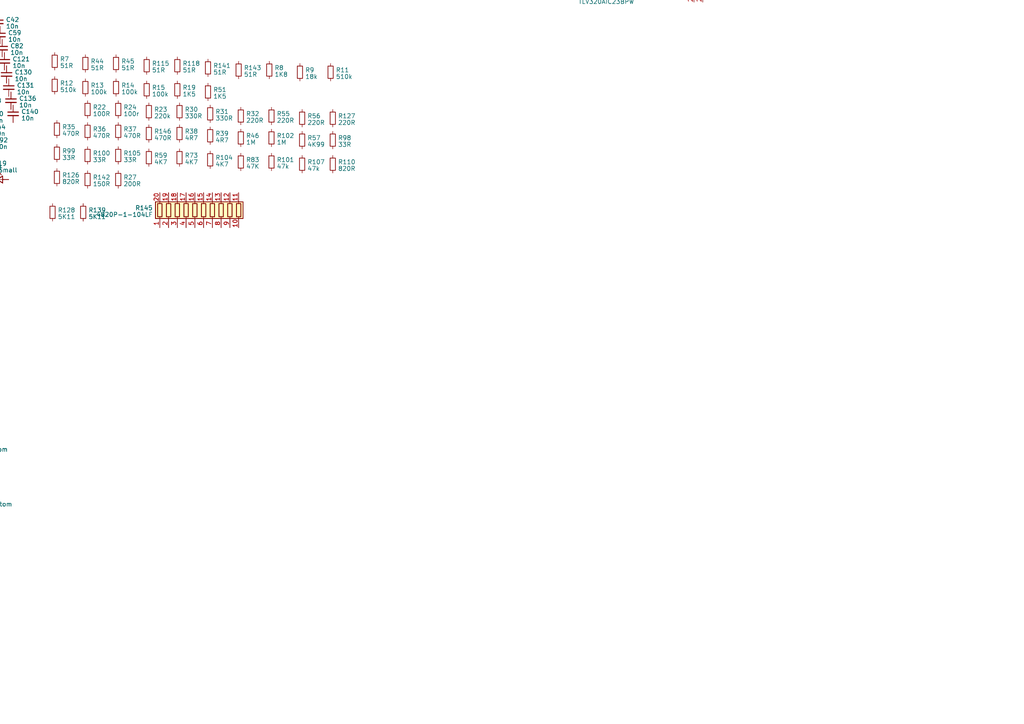
<source format=kicad_sch>
(kicad_sch (version 20230121) (generator eeschema)
  (paper "A4")
  (lib_symbols
    (symbol "74xx:74HC596"
      (property "Reference" "U" (at -7.62 13.97 0))
      (property "Value" "74HC596" (at -7.62 -16.51 0))
      (symbol "74HC596_1_0"
        (pin open_collector line (at 10.16 7.62 180) (length 2.54) (name "QB") (number "1"))
        (pin input line (at -10.16 2.54 0) (length 2.54) (name "~{SRCLR}") (number "10"))
        (pin input line (at -10.16 5.08 0) (length 2.54) (name "SRCLK") (number "11"))
        (pin input line (at -10.16 -2.54 0) (length 2.54) (name "RCLK") (number "12"))
        (pin input line (at -10.16 -5.08 0) (length 2.54) (name "~{OE}") (number "13"))
        (pin input line (at -10.16 10.16 0) (length 2.54) (name "SER") (number "14"))
        (pin open_collector line (at 10.16 10.16 180) (length 2.54) (name "QA") (number "15"))
        (pin power_in line (at 0 15.24 270) (length 2.54) (name "VCC") (number "16"))
        (pin open_collector line (at 10.16 5.08 180) (length 2.54) (name "QC") (number "2"))
        (pin open_collector line (at 10.16 2.54 180) (length 2.54) (name "QD") (number "3"))
        (pin open_collector line (at 10.16 0 180) (length 2.54) (name "QE") (number "4"))
        (pin open_collector line (at 10.16 -2.54 180) (length 2.54) (name "QF") (number "5"))
        (pin open_collector line (at 10.16 -5.08 180) (length 2.54) (name "QG") (number "6"))
        (pin open_collector line (at 10.16 -7.62 180) (length 2.54) (name "QH") (number "7"))
        (pin power_in line (at 0 -17.78 90) (length 2.54) (name "GND") (number "8"))
        (pin output line (at 10.16 -12.7 180) (length 2.54) (name "QH'") (number "9"))
      )
    )
    (symbol "Amplifier_Operational:LTC1152" (pin_names (offset 0.127))
      (property "Reference" "U" (at 5.08 7.62 0))
      (property "Value" "LTC1152" (at 5.08 5.08 0))
      (symbol "LTC1152_1_1"
        (pin input line (at 0 7.62 270) (length 5.08) (name "SHDN") (number "1"))
        (pin input line (at -7.62 -2.54 0) (length 2.54) (name "-") (number "2"))
        (pin input line (at -7.62 2.54 0) (length 2.54) (name "+") (number "3"))
        (pin power_in line (at -2.54 -7.62 90) (length 3.81) (name "V-") (number "4"))
        (pin input line (at 0 -7.62 90) (length 5.08) (name "COMP") (number "5"))
        (pin output line (at 7.62 0 180) (length 2.54) (name "~") (number "6"))
        (pin power_in line (at -2.54 7.62 270) (length 3.81) (name "V+") (number "7"))
        (pin output line (at 2.54 -7.62 90) (length 6.35) (name "CP") (number "8"))
      )
    )
    (symbol "Analog_ADC:LTC2282xUP"
      (property "Reference" "U" (at 0 2.54 0))
      (property "Value" "LTC2282xUP" (at 0 0 0))
      (symbol "LTC2282xUP_1_1"
        (pin input line (at -17.78 30.48 0) (length 2.54) (name "AINA+") (number "1"))
        (pin power_in line (at -5.08 48.26 270) (length 2.54) (name "VDD") (number "10"))
        (pin input line (at -17.78 -15.24 0) (length 2.54) (name "REFLB") (number "11"))
        (pin input line (at -17.78 -15.24 0) (length 2.54) hide (name "REFLB") (number "12"))
        (pin input line (at -17.78 -12.7 0) (length 2.54) (name "REFHB") (number "13"))
        (pin input line (at -17.78 -12.7 0) (length 2.54) hide (name "REFHB") (number "14"))
        (pin input line (at -17.78 -7.62 0) (length 2.54) (name "AINB-") (number "15"))
        (pin input line (at -17.78 -5.08 0) (length 2.54) (name "AINB+") (number "16"))
        (pin power_in line (at -2.54 -48.26 90) (length 2.54) (name "GND") (number "17"))
        (pin power_in line (at -2.54 48.26 270) (length 2.54) (name "VDD") (number "18"))
        (pin input line (at -17.78 0 0) (length 2.54) (name "SENSEB") (number "19"))
        (pin input line (at -17.78 27.94 0) (length 2.54) (name "AINA-") (number "2"))
        (pin passive line (at -17.78 5.08 0) (length 2.54) (name "VCMB") (number "20"))
        (pin input line (at -17.78 -38.1 0) (length 2.54) (name "MUX") (number "21"))
        (pin input line (at 17.78 -38.1 180) (length 2.54) (name "SHDNB") (number "22"))
        (pin input line (at 17.78 -30.48 180) (length 2.54) (name "~{OEB}") (number "23"))
        (pin no_connect line (at -15.24 -20.32 0) (length 2.54) hide (name "NC") (number "24"))
        (pin no_connect line (at -15.24 -22.86 0) (length 2.54) hide (name "NC") (number "25"))
        (pin output line (at 17.78 5.08 180) (length 2.54) (name "DB0") (number "26"))
        (pin output line (at 17.78 2.54 180) (length 2.54) (name "DB1") (number "27"))
        (pin output line (at 17.78 0 180) (length 2.54) (name "DB2") (number "28"))
        (pin output line (at 17.78 -2.54 180) (length 2.54) (name "DB3") (number "29"))
        (pin input line (at -17.78 22.86 0) (length 2.54) (name "REFHA") (number "3"))
        (pin output line (at 17.78 -5.08 180) (length 2.54) (name "DB4") (number "30"))
        (pin power_in line (at 2.54 -48.26 90) (length 2.54) (name "OGND") (number "31"))
        (pin power_in line (at 5.08 48.26 270) (length 2.54) (name "OVDD") (number "32"))
        (pin output line (at 17.78 -7.62 180) (length 2.54) (name "DB5") (number "33"))
        (pin output line (at 17.78 -10.16 180) (length 2.54) (name "DB6") (number "34"))
        (pin output line (at 17.78 -12.7 180) (length 2.54) (name "DB7") (number "35"))
        (pin output line (at 17.78 -15.24 180) (length 2.54) (name "DB8") (number "36"))
        (pin output line (at 17.78 -17.78 180) (length 2.54) (name "DB9") (number "37"))
        (pin output line (at 17.78 -20.32 180) (length 2.54) (name "DB10") (number "38"))
        (pin output line (at 17.78 -22.86 180) (length 2.54) (name "DB11") (number "39"))
        (pin input line (at -17.78 22.86 0) (length 2.54) hide (name "REFHA") (number "4"))
        (pin output line (at 17.78 -25.4 180) (length 2.54) (name "OFB") (number "40"))
        (pin no_connect line (at -15.24 -25.4 0) (length 2.54) hide (name "NC") (number "41"))
        (pin no_connect line (at -15.24 -27.94 0) (length 2.54) hide (name "NC") (number "42"))
        (pin output line (at 17.78 40.64 180) (length 2.54) (name "DA0") (number "43"))
        (pin output line (at 17.78 38.1 180) (length 2.54) (name "DA1") (number "44"))
        (pin output line (at 17.78 35.56 180) (length 2.54) (name "DA2") (number "45"))
        (pin output line (at 17.78 33.02 180) (length 2.54) (name "DA3") (number "46"))
        (pin output line (at 17.78 30.48 180) (length 2.54) (name "DA4") (number "47"))
        (pin output line (at 17.78 27.94 180) (length 2.54) (name "DA5") (number "48"))
        (pin power_in line (at 7.62 48.26 270) (length 2.54) (name "OVDD") (number "49"))
        (pin input line (at -17.78 20.32 0) (length 2.54) (name "REFLA") (number "5"))
        (pin passive line (at 2.54 -48.26 90) (length 2.54) hide (name "OGND") (number "50"))
        (pin output line (at 17.78 25.4 180) (length 2.54) (name "DA6") (number "51"))
        (pin output line (at 17.78 22.86 180) (length 2.54) (name "DA7") (number "52"))
        (pin output line (at 17.78 20.32 180) (length 2.54) (name "DA8") (number "53"))
        (pin output line (at 17.78 17.78 180) (length 2.54) (name "DA9") (number "54"))
        (pin output line (at 17.78 15.24 180) (length 2.54) (name "DA10") (number "55"))
        (pin output line (at 17.78 12.7 180) (length 2.54) (name "DA11") (number "56"))
        (pin output line (at 17.78 10.16 180) (length 2.54) (name "OFA") (number "57"))
        (pin input line (at 17.78 -33.02 180) (length 2.54) (name "~{OEA}") (number "58"))
        (pin input line (at 17.78 -40.64 180) (length 2.54) (name "SHDNA") (number "59"))
        (pin input line (at -17.78 20.32 0) (length 2.54) hide (name "REFLA") (number "6"))
        (pin input line (at -17.78 -40.64 0) (length 2.54) (name "MODE") (number "60"))
        (pin passive line (at -17.78 40.64 0) (length 2.54) (name "VCMA") (number "61"))
        (pin input line (at -17.78 35.56 0) (length 2.54) (name "SENSEA") (number "62"))
        (pin power_in line (at 0 48.26 270) (length 2.54) (name "VDD") (number "63"))
        (pin passive line (at -2.54 -48.26 90) (length 2.54) hide (name "GND") (number "64"))
        (pin passive line (at -2.54 -48.26 90) (length 2.54) hide (name "GND") (number "65"))
        (pin power_in line (at -7.62 48.26 270) (length 2.54) (name "VDD") (number "7"))
        (pin input line (at -17.78 -30.48 0) (length 2.54) (name "CLKA") (number "8"))
        (pin input line (at -17.78 -33.02 0) (length 2.54) (name "CLKB") (number "9"))
      )
    )
    (symbol "Analog_ADC:MCP3428"
      (property "Reference" "U" (at -3.81 11.43 0))
      (property "Value" "MCP3428" (at 2.54 11.43 0))
      (symbol "MCP3428_1_1"
        (pin input line (at -10.16 7.62 0) (length 2.54) (name "CH1+") (number "1"))
        (pin input line (at 10.16 -2.54 180) (length 2.54) (name "Adr1") (number "10"))
        (pin input line (at -10.16 -2.54 0) (length 2.54) (name "CH3+") (number "11"))
        (pin input line (at -10.16 -5.08 0) (length 2.54) (name "CH3-") (number "12"))
        (pin input line (at -10.16 -7.62 0) (length 2.54) (name "CH4+") (number "13"))
        (pin input line (at -10.16 -10.16 0) (length 2.54) (name "CH4-") (number "14"))
        (pin input line (at -10.16 5.08 0) (length 2.54) (name "CH1-") (number "2"))
        (pin input line (at -10.16 2.54 0) (length 2.54) (name "CH2+") (number "3"))
        (pin input line (at -10.16 0 0) (length 2.54) (name "CH2-") (number "4"))
        (pin power_in line (at 0 -15.24 90) (length 2.54) (name "VSS") (number "5"))
        (pin power_in line (at 0 12.7 270) (length 2.54) (name "VDD") (number "6"))
        (pin bidirectional line (at 10.16 2.54 180) (length 2.54) (name "SDA") (number "7"))
        (pin input line (at 10.16 5.08 180) (length 2.54) (name "SCL") (number "8"))
        (pin input line (at 10.16 -5.08 180) (length 2.54) (name "Adr0") (number "9"))
      )
    )
    (symbol "Analog_DAC:AD9744"
      (property "Reference" "U" (at -10.16 -24.13 0))
      (property "Value" "AD9744" (at 7.62 24.13 0))
      (symbol "AD9744_1_1"
        (pin input line (at -15.24 -15.24 0) (length 2.54) (name "D13") (number "1"))
        (pin input line (at -15.24 7.62 0) (length 2.54) (name "D4") (number "10"))
        (pin input line (at -15.24 10.16 0) (length 2.54) (name "D3") (number "11"))
        (pin input line (at -15.24 12.7 0) (length 2.54) (name "D2") (number "12"))
        (pin input line (at -15.24 15.24 0) (length 2.54) (name "D1") (number "13"))
        (pin input line (at -15.24 17.78 0) (length 2.54) (name "D0") (number "14"))
        (pin input line (at 15.24 2.54 180) (length 2.54) (name "SLEEP") (number "15"))
        (pin input line (at 15.24 -15.24 180) (length 2.54) (name "REFLO") (number "16"))
        (pin input line (at 15.24 -12.7 180) (length 2.54) (name "REFIO") (number "17"))
        (pin input line (at 15.24 -2.54 180) (length 2.54) (name "FS_ADJ") (number "18"))
        (pin input line (at -15.24 -12.7 0) (length 2.54) (name "D12") (number "2"))
        (pin power_in line (at -2.54 -25.4 90) (length 2.54) (name "AGND") (number "20"))
        (pin output line (at 15.24 10.16 180) (length 2.54) (name "IOUTB") (number "21"))
        (pin output line (at 15.24 12.7 180) (length 2.54) (name "IOUTA") (number "22"))
        (pin power_in line (at 0 25.4 270) (length 2.54) (name "AVDD") (number "24"))
        (pin input line (at 15.24 0 180) (length 2.54) (name "MODE") (number "25"))
        (pin power_in line (at 0 -25.4 90) (length 2.54) (name "DGND") (number "26"))
        (pin power_in line (at -2.54 25.4 270) (length 2.54) (name "DVDD") (number "27"))
        (pin input line (at -15.24 -20.32 0) (length 2.54) (name "CLK") (number "28"))
        (pin input line (at -15.24 -10.16 0) (length 2.54) (name "D11") (number "3"))
        (pin input line (at -15.24 -7.62 0) (length 2.54) (name "D10") (number "4"))
        (pin input line (at -15.24 -5.08 0) (length 2.54) (name "D9") (number "5"))
        (pin input line (at -15.24 -2.54 0) (length 2.54) (name "D8") (number "6"))
        (pin input line (at -15.24 0 0) (length 2.54) (name "D7") (number "7"))
        (pin input line (at -15.24 2.54 0) (length 2.54) (name "D6") (number "8"))
        (pin input line (at -15.24 5.08 0) (length 2.54) (name "D5") (number "9"))
      )
    )
    (symbol "Audio:TLV320AIC23BPW"
      (property "Reference" "U" (at 16.51 26.67 0))
      (property "Value" "TLV320AIC23BPW" (at 16.51 24.13 0))
      (symbol "TLV320AIC23BPW_1_1"
        (pin power_in line (at -7.62 25.4 270) (length 2.54) (name "BVDD") (number "1"))
        (pin passive line (at 20.32 7.62 180) (length 2.54) (name "RHPOUT") (number "10"))
        (pin power_in line (at 7.62 -25.4 90) (length 2.54) (name "HPGND") (number "11"))
        (pin passive line (at 20.32 17.78 180) (length 2.54) (name "LOUT") (number "12"))
        (pin passive line (at 20.32 15.24 180) (length 2.54) (name "ROUT") (number "13"))
        (pin power_in line (at 2.54 25.4 270) (length 2.54) (name "AVDD") (number "14"))
        (pin power_in line (at 2.54 -25.4 90) (length 2.54) (name "AGND") (number "15"))
        (pin passive line (at 20.32 -15.24 180) (length 2.54) (name "VMID") (number "16"))
        (pin passive line (at 20.32 -5.08 180) (length 2.54) (name "MICBIAS") (number "17"))
        (pin passive line (at 20.32 -10.16 180) (length 2.54) (name "MICIN") (number "18"))
        (pin passive line (at 20.32 0 180) (length 2.54) (name "RLINEIN") (number "19"))
        (pin output line (at -20.32 -17.78 0) (length 2.54) (name "CLKOUT") (number "2"))
        (pin passive line (at 20.32 2.54 180) (length 2.54) (name "LLINEIN") (number "20"))
        (pin input line (at -20.32 10.16 0) (length 2.54) (name "~{CS}") (number "21"))
        (pin input line (at -20.32 12.7 0) (length 2.54) (name "MODE") (number "22"))
        (pin input line (at -20.32 17.78 0) (length 2.54) (name "SDIN") (number "23"))
        (pin input line (at -20.32 15.24 0) (length 2.54) (name "SCLK") (number "24"))
        (pin passive line (at -20.32 -12.7 0) (length 2.54) (name "XTI/MCK") (number "25"))
        (pin passive line (at -20.32 -15.24 0) (length 2.54) (name "XTO") (number "26"))
        (pin power_in line (at -2.54 25.4 270) (length 2.54) (name "DVDD") (number "27"))
        (pin power_in line (at -2.54 -25.4 90) (length 2.54) (name "DGND") (number "28"))
        (pin bidirectional line (at -20.32 0 0) (length 2.54) (name "BCLK") (number "3"))
        (pin input line (at -20.32 5.08 0) (length 2.54) (name "DIN") (number "4"))
        (pin input line (at -20.32 2.54 0) (length 2.54) (name "LRCIN") (number "5"))
        (pin output line (at -20.32 -5.08 0) (length 2.54) (name "DOUT") (number "6"))
        (pin output line (at -20.32 -7.62 0) (length 2.54) (name "LRCOUT") (number "7"))
        (pin power_in line (at 7.62 25.4 270) (length 2.54) (name "HPVDD") (number "8"))
        (pin passive line (at 20.32 10.16 180) (length 2.54) (name "LHPOUT") (number "9"))
      )
    )
    (symbol "Connector:ATX-20"
      (property "Reference" "J" (at -8.89 13.97 0))
      (property "Value" "ATX-20" (at 6.35 13.97 0))
      (symbol "ATX-20_1_1"
        (pin power_out line (at 12.7 -2.54 180) (length 2.54) (name "+3.3V") (number "1"))
        (pin power_out line (at 12.7 5.08 180) (length 2.54) (name "+12V") (number "10"))
        (pin passive line (at 12.7 -2.54 180) (length 2.54) hide (name "+3.3V") (number "11"))
        (pin power_out line (at 12.7 -10.16 180) (length 2.54) (name "-12V") (number "12"))
        (pin passive line (at 0 -15.24 90) (length 2.54) hide (name "GND") (number "13"))
        (pin open_collector line (at -12.7 10.16 0) (length 2.54) (name "PS_ON#") (number "14"))
        (pin passive line (at 0 -15.24 90) (length 2.54) hide (name "GND") (number "15"))
        (pin passive line (at 0 -15.24 90) (length 2.54) hide (name "GND") (number "16"))
        (pin passive line (at 0 -15.24 90) (length 2.54) hide (name "GND") (number "17"))
        (pin power_out line (at 12.7 -7.62 180) (length 2.54) (name "-5V/NC") (number "18"))
        (pin passive line (at 12.7 2.54 180) (length 2.54) hide (name "+5V") (number "19"))
        (pin passive line (at 12.7 -2.54 180) (length 2.54) hide (name "+3.3V") (number "2"))
        (pin passive line (at 12.7 2.54 180) (length 2.54) hide (name "+5V") (number "20"))
        (pin power_out line (at 0 -15.24 90) (length 2.54) (name "GND") (number "3"))
        (pin power_out line (at 12.7 2.54 180) (length 2.54) (name "+5V") (number "4"))
        (pin passive line (at 0 -15.24 90) (length 2.54) hide (name "GND") (number "5"))
        (pin passive line (at 12.7 2.54 180) (length 2.54) hide (name "+5V") (number "6"))
        (pin passive line (at 0 -15.24 90) (length 2.54) hide (name "GND") (number "7"))
        (pin output line (at 12.7 10.16 180) (length 2.54) (name "PWR_OK") (number "8"))
        (pin power_out line (at 12.7 0 180) (length 2.54) (name "+5VSB") (number "9"))
      )
    )
    (symbol "Connector:Conn_Coaxial" (pin_names (offset 1.016) hide)
      (property "Reference" "J" (at 0.254 3.048 0))
      (property "Value" "Conn_Coaxial" (at 2.921 0 90))
      (symbol "Conn_Coaxial_1_1"
        (pin passive line (at -5.08 0 0) (length 2.54) (name "In") (number "1"))
        (pin passive line (at 0 -5.08 90) (length 2.54) (name "Ext") (number "2"))
      )
    )
    (symbol "Connector:RJ45" (pin_names (offset 1.016))
      (property "Reference" "J" (at -5.08 13.97 0))
      (property "Value" "RJ45" (at 2.54 13.97 0))
      (symbol "RJ45_1_1"
        (pin passive line (at 10.16 -7.62 180) (length 2.54) (name "~") (number "1"))
        (pin passive line (at 10.16 -5.08 180) (length 2.54) (name "~") (number "2"))
        (pin passive line (at 10.16 -2.54 180) (length 2.54) (name "~") (number "3"))
        (pin passive line (at 10.16 0 180) (length 2.54) (name "~") (number "4"))
        (pin passive line (at 10.16 2.54 180) (length 2.54) (name "~") (number "5"))
        (pin passive line (at 10.16 5.08 180) (length 2.54) (name "~") (number "6"))
        (pin passive line (at 10.16 7.62 180) (length 2.54) (name "~") (number "7"))
        (pin passive line (at 10.16 10.16 180) (length 2.54) (name "~") (number "8"))
      )
    )
    (symbol "Connector_Generic:Conn_02x05_Top_Bottom" (pin_names (offset 1.016) hide)
      (property "Reference" "J" (at 1.27 7.62 0))
      (property "Value" "Conn_02x05_Top_Bottom" (at 1.27 -7.62 0))
      (symbol "Conn_02x05_Top_Bottom_1_1"
        (pin passive line (at -5.08 5.08 0) (length 3.81) (name "Pin_1") (number "1"))
        (pin passive line (at 7.62 -5.08 180) (length 3.81) (name "Pin_10") (number "10"))
        (pin passive line (at -5.08 2.54 0) (length 3.81) (name "Pin_2") (number "2"))
        (pin passive line (at -5.08 0 0) (length 3.81) (name "Pin_3") (number "3"))
        (pin passive line (at -5.08 -2.54 0) (length 3.81) (name "Pin_4") (number "4"))
        (pin passive line (at -5.08 -5.08 0) (length 3.81) (name "Pin_5") (number "5"))
        (pin passive line (at 7.62 5.08 180) (length 3.81) (name "Pin_6") (number "6"))
        (pin passive line (at 7.62 2.54 180) (length 3.81) (name "Pin_7") (number "7"))
        (pin passive line (at 7.62 0 180) (length 3.81) (name "Pin_8") (number "8"))
        (pin passive line (at 7.62 -2.54 180) (length 3.81) (name "Pin_9") (number "9"))
      )
    )
    (symbol "Connector_Generic:Conn_02x13_Top_Bottom" (pin_names (offset 1.016) hide)
      (property "Reference" "J" (at 1.27 17.78 0))
      (property "Value" "Conn_02x13_Top_Bottom" (at 1.27 -17.78 0))
      (symbol "Conn_02x13_Top_Bottom_1_1"
        (pin passive line (at -5.08 15.24 0) (length 3.81) (name "Pin_1") (number "1"))
        (pin passive line (at -5.08 -7.62 0) (length 3.81) (name "Pin_10") (number "10"))
        (pin passive line (at -5.08 -10.16 0) (length 3.81) (name "Pin_11") (number "11"))
        (pin passive line (at -5.08 -12.7 0) (length 3.81) (name "Pin_12") (number "12"))
        (pin passive line (at -5.08 -15.24 0) (length 3.81) (name "Pin_13") (number "13"))
        (pin passive line (at 7.62 15.24 180) (length 3.81) (name "Pin_14") (number "14"))
        (pin passive line (at 7.62 12.7 180) (length 3.81) (name "Pin_15") (number "15"))
        (pin passive line (at 7.62 10.16 180) (length 3.81) (name "Pin_16") (number "16"))
        (pin passive line (at 7.62 7.62 180) (length 3.81) (name "Pin_17") (number "17"))
        (pin passive line (at 7.62 5.08 180) (length 3.81) (name "Pin_18") (number "18"))
        (pin passive line (at 7.62 2.54 180) (length 3.81) (name "Pin_19") (number "19"))
        (pin passive line (at -5.08 12.7 0) (length 3.81) (name "Pin_2") (number "2"))
        (pin passive line (at 7.62 0 180) (length 3.81) (name "Pin_20") (number "20"))
        (pin passive line (at 7.62 -2.54 180) (length 3.81) (name "Pin_21") (number "21"))
        (pin passive line (at 7.62 -5.08 180) (length 3.81) (name "Pin_22") (number "22"))
        (pin passive line (at 7.62 -7.62 180) (length 3.81) (name "Pin_23") (number "23"))
        (pin passive line (at 7.62 -10.16 180) (length 3.81) (name "Pin_24") (number "24"))
        (pin passive line (at 7.62 -12.7 180) (length 3.81) (name "Pin_25") (number "25"))
        (pin passive line (at 7.62 -15.24 180) (length 3.81) (name "Pin_26") (number "26"))
        (pin passive line (at -5.08 10.16 0) (length 3.81) (name "Pin_3") (number "3"))
        (pin passive line (at -5.08 7.62 0) (length 3.81) (name "Pin_4") (number "4"))
        (pin passive line (at -5.08 5.08 0) (length 3.81) (name "Pin_5") (number "5"))
        (pin passive line (at -5.08 2.54 0) (length 3.81) (name "Pin_6") (number "6"))
        (pin passive line (at -5.08 0 0) (length 3.81) (name "Pin_7") (number "7"))
        (pin passive line (at -5.08 -2.54 0) (length 3.81) (name "Pin_8") (number "8"))
        (pin passive line (at -5.08 -5.08 0) (length 3.81) (name "Pin_9") (number "9"))
      )
    )
    (symbol "Device:C_Polarized_Small" (pin_numbers hide) (pin_names (offset 0.254) hide)
      (property "Reference" "C" (at 0.254 1.778 0))
      (property "Value" "C_Polarized_Small" (at 0.254 -2.032 0))
      (symbol "C_Polarized_Small_1_1"
        (pin passive line (at 0 2.54 270) (length 1.8542) (name "~") (number "1"))
        (pin passive line (at 0 -2.54 90) (length 1.8542) (name "~") (number "2"))
      )
    )
    (symbol "Device:C_Small" (pin_numbers hide) (pin_names (offset 0.254) hide)
      (property "Reference" "C" (at 0.254 1.778 0))
      (property "Value" "C_Small" (at 0.254 -2.032 0))
      (symbol "C_Small_1_1"
        (pin passive line (at 0 2.54 270) (length 2.032) (name "~") (number "1"))
        (pin passive line (at 0 -2.54 90) (length 2.032) (name "~") (number "2"))
      )
    )
    (symbol "Device:FerriteBead_Small" (pin_numbers hide) (pin_names (offset 0))
      (property "Reference" "FB" (at 1.905 1.27 0))
      (property "Value" "FerriteBead_Small" (at 1.905 -1.27 0))
      (symbol "FerriteBead_Small_1_1"
        (pin passive line (at 0 2.54 270) (length 1.27) (name "~") (number "1"))
        (pin passive line (at 0 -2.54 90) (length 1.27) (name "~") (number "2"))
      )
    )
    (symbol "Device:Fuse_Small" (pin_numbers hide) (pin_names (offset 0.254) hide)
      (property "Reference" "F" (at 0 -1.524 0))
      (property "Value" "Fuse_Small" (at 0 1.524 0))
      (symbol "Fuse_Small_1_1"
        (pin passive line (at -2.54 0 0) (length 1.27) (name "~") (number "1"))
        (pin passive line (at 2.54 0 180) (length 1.27) (name "~") (number "2"))
      )
    )
    (symbol "Device:L" (pin_numbers hide) (pin_names (offset 1.016) hide)
      (property "Reference" "L" (at -1.27 0 90))
      (property "Value" "L" (at 1.905 0 90))
      (symbol "L_1_1"
        (pin passive line (at 0 3.81 270) (length 1.27) (name "1") (number "1"))
        (pin passive line (at 0 -3.81 90) (length 1.27) (name "2") (number "2"))
      )
    )
    (symbol "Device:LED_Small" (pin_numbers hide) (pin_names (offset 0.254) hide)
      (property "Reference" "D" (at -1.27 3.175 0))
      (property "Value" "LED_Small" (at -4.445 -2.54 0))
      (symbol "LED_Small_1_1"
        (pin passive line (at -2.54 0 0) (length 1.778) (name "K") (number "1"))
        (pin passive line (at 2.54 0 180) (length 1.778) (name "A") (number "2"))
      )
    )
    (symbol "Device:R_Pack10" (pin_names (offset 0) hide)
      (property "Reference" "RN" (at -15.24 0 90))
      (property "Value" "R_Pack10" (at 12.7 0 90))
      (symbol "R_Pack10_1_1"
        (pin passive line (at -12.7 -5.08 90) (length 2.54) (name "R1.1") (number "1"))
        (pin passive line (at 10.16 -5.08 90) (length 2.54) (name "R10.1") (number "10"))
        (pin passive line (at 10.16 5.08 270) (length 2.54) (name "R10.2") (number "11"))
        (pin passive line (at 7.62 5.08 270) (length 2.54) (name "R9.2") (number "12"))
        (pin passive line (at 5.08 5.08 270) (length 2.54) (name "R8.2") (number "13"))
        (pin passive line (at 2.54 5.08 270) (length 2.54) (name "R7.2") (number "14"))
        (pin passive line (at 0 5.08 270) (length 2.54) (name "R6.2") (number "15"))
        (pin passive line (at -2.54 5.08 270) (length 2.54) (name "R5.2") (number "16"))
        (pin passive line (at -5.08 5.08 270) (length 2.54) (name "R4.2") (number "17"))
        (pin passive line (at -7.62 5.08 270) (length 2.54) (name "R3.2") (number "18"))
        (pin passive line (at -10.16 5.08 270) (length 2.54) (name "R2.2") (number "19"))
        (pin passive line (at -10.16 -5.08 90) (length 2.54) (name "R2.1") (number "2"))
        (pin passive line (at -12.7 5.08 270) (length 2.54) (name "R1.2") (number "20"))
        (pin passive line (at -7.62 -5.08 90) (length 2.54) (name "R3.1") (number "3"))
        (pin passive line (at -5.08 -5.08 90) (length 2.54) (name "R4.1") (number "4"))
        (pin passive line (at -2.54 -5.08 90) (length 2.54) (name "R5.1") (number "5"))
        (pin passive line (at 0 -5.08 90) (length 2.54) (name "R6.1") (number "6"))
        (pin passive line (at 2.54 -5.08 90) (length 2.54) (name "R7.1") (number "7"))
        (pin passive line (at 5.08 -5.08 90) (length 2.54) (name "R8.1") (number "8"))
        (pin passive line (at 7.62 -5.08 90) (length 2.54) (name "R9.1") (number "9"))
      )
    )
    (symbol "Device:R_Small" (pin_numbers hide) (pin_names (offset 0.254) hide)
      (property "Reference" "R" (at 0.762 0.508 0))
      (property "Value" "R_Small" (at 0.762 -1.016 0))
      (symbol "R_Small_1_1"
        (pin passive line (at 0 2.54 270) (length 0.762) (name "~") (number "1"))
        (pin passive line (at 0 -2.54 90) (length 0.762) (name "~") (number "2"))
      )
    )
    (symbol "FPGA_Xilinx_Spartan6:XC6SLX150T-FGG676" (pin_names (offset 1.016))
      (property "Reference" "U" (at 0 1.27 0))
      (property "Value" "XC6SLX150T-FGG676" (at 0 -1.27 0))
      (symbol "XC6SLX150T-FGG676_1_1"
        (pin bidirectional line (at -50.8 -12.7 0) (length 6.35) (name "IO_L36N_GCLK14_0") (number "A12"))
        (pin bidirectional line (at -50.8 -7.62 0) (length 6.35) (name "IO_L35N_GCLK16_0") (number "A13"))
        (pin bidirectional line (at -50.8 -17.78 0) (length 6.35) (name "IO_L37N_GCLK12_0") (number "A14"))
        (pin bidirectional line (at -50.8 53.34 0) (length 6.35) (name "IO_L14N_0") (number "A2"))
        (pin bidirectional line (at -50.8 -93.98 0) (length 6.35) (name "IO_L63N_SCP6_0") (number "A22"))
        (pin bidirectional line (at -50.8 -104.14 0) (length 6.35) (name "IO_L65N_SCP2_0") (number "A23"))
        (pin bidirectional line (at -50.8 55.88 0) (length 6.35) (name "IO_L14P_0") (number "A3"))
        (pin bidirectional line (at -50.8 33.02 0) (length 6.35) (name "IO_L22N_0") (number "A4"))
        (pin bidirectional line (at -50.8 22.86 0) (length 6.35) (name "IO_L24N_0") (number "A5"))
        (pin bidirectional line (at 50.8 -45.72 180) (length 6.35) (name "IO_L67P_1") (number "AA23"))
        (pin bidirectional line (at 50.8 -48.26 180) (length 6.35) (name "IO_L67N_1") (number "AA24"))
        (pin bidirectional line (at 50.8 -5.08 180) (length 6.35) (name "IO_L47P_FWE_B_M1DQ0_1") (number "AA25"))
        (pin bidirectional line (at 50.8 -7.62 180) (length 6.35) (name "IO_L47N_LDC_M1DQ1_1") (number "AA26"))
        (pin power_in line (at 22.86 111.76 270) (length 6.35) (name "VCCO_1") (number "AB23"))
        (pin bidirectional line (at 50.8 -15.24 180) (length 6.35) (name "IO_L49P_M1DQ10_1") (number "AB24"))
        (pin bidirectional line (at 50.8 -17.78 180) (length 6.35) (name "IO_L49N_M1DQ11_1") (number "AB26"))
        (pin bidirectional line (at 50.8 -60.96 180) (length 6.35) (name "IO_L74P_AWAKE_1") (number "AC23"))
        (pin bidirectional line (at 50.8 -63.5 180) (length 6.35) (name "IO_L74N_DOUT_BUSY_1") (number "AC24"))
        (pin bidirectional line (at 50.8 -20.32 180) (length 6.35) (name "IO_L50P_M1UDQS_1") (number "AC25"))
        (pin bidirectional line (at 50.8 -22.86 180) (length 6.35) (name "IO_L50N_M1UDQSN_1") (number "AC26"))
        (pin bidirectional line (at 50.8 -10.16 180) (length 6.35) (name "IO_L48P_HDC_M1DQ8_1") (number "AD24"))
        (pin power_in line (at 25.4 111.76 270) (length 6.35) (name "VCCO_1") (number "AD25"))
        (pin bidirectional line (at 50.8 -12.7 180) (length 6.35) (name "IO_L48N_M1DQ9_1") (number "AD26"))
        (pin bidirectional line (at 50.8 -30.48 180) (length 6.35) (name "IO_L52P_M1DQ14_1") (number "AE25"))
        (pin bidirectional line (at 50.8 -33.02 180) (length 6.35) (name "IO_L52N_M1DQ15_1") (number "AE26"))
        (pin bidirectional line (at -50.8 -10.16 0) (length 6.35) (name "IO_L36P_GCLK15_0") (number "B12"))
        (pin power_in line (at -40.64 111.76 270) (length 6.35) (name "VCCO_0") (number "B13"))
        (pin bidirectional line (at -50.8 -15.24 0) (length 6.35) (name "IO_L37P_GCLK13_0") (number "B14"))
        (pin bidirectional line (at -50.8 -83.82 0) (length 6.35) (name "IO_L59N_0") (number "B21"))
        (pin bidirectional line (at -50.8 -91.44 0) (length 6.35) (name "IO_L63P_SCP7_0") (number "B22"))
        (pin bidirectional line (at -50.8 -101.6 0) (length 6.35) (name "IO_L65P_SCP3_0") (number "B23"))
        (pin bidirectional line (at -50.8 73.66 0) (length 6.35) (name "IO_L4N_0") (number "B3"))
        (pin bidirectional line (at -50.8 35.56 0) (length 6.35) (name "IO_L22P_0") (number "B4"))
        (pin bidirectional line (at -50.8 25.4 0) (length 6.35) (name "IO_L24P_0") (number "B5"))
        (pin bidirectional line (at -50.8 -5.08 0) (length 6.35) (name "IO_L35P_GCLK17_0") (number "C13"))
        (pin bidirectional line (at -50.8 -81.28 0) (length 6.35) (name "IO_L59P_0") (number "C21"))
        (pin power_in line (at -35.56 111.76 270) (length 6.35) (name "VCCO_0") (number "C22"))
        (pin bidirectional line (at -50.8 76.2 0) (length 6.35) (name "IO_L4P_0") (number "C3"))
        (pin power_in line (at -38.1 111.76 270) (length 6.35) (name "VCCO_0") (number "C4"))
        (pin bidirectional line (at -50.8 43.18 0) (length 6.35) (name "IO_L16N_0") (number "C5"))
        (pin bidirectional line (at -50.8 -2.54 0) (length 6.35) (name "IO_L34N_GCLK18_0") (number "D13"))
        (pin bidirectional line (at -50.8 -106.68 0) (length 6.35) (name "IO_L66P_SCP1_0") (number "D21"))
        (pin bidirectional line (at -50.8 -109.22 0) (length 6.35) (name "IO_L66N_SCP0_0") (number "D22"))
        (pin bidirectional line (at -50.8 45.72 0) (length 6.35) (name "IO_L16P_0") (number "D5"))
        (pin bidirectional line (at -50.8 27.94 0) (length 6.35) (name "IO_L23N_0") (number "E10"))
        (pin bidirectional line (at -50.8 12.7 0) (length 6.35) (name "IO_L31N_0") (number "E12"))
        (pin bidirectional line (at -50.8 0 0) (length 6.35) (name "IO_L34P_GCLK19_0") (number "E13"))
        (pin bidirectional line (at -50.8 -33.02 0) (length 6.35) (name "IO_L40N_0") (number "E14"))
        (pin bidirectional line (at -50.8 -53.34 0) (length 6.35) (name "IO_L49N_0") (number "E16"))
        (pin bidirectional line (at -50.8 -63.5 0) (length 6.35) (name "IO_L51N_0") (number "E18"))
        (pin bidirectional line (at -50.8 -73.66 0) (length 6.35) (name "IO_L57N_0") (number "E20"))
        (pin power_in line (at -33.02 111.76 270) (length 6.35) (name "VCCO_0") (number "E21"))
        (pin bidirectional line (at -50.8 63.5 0) (length 6.35) (name "IO_L8N_VREF_0") (number "E5"))
        (pin bidirectional line (at -50.8 66.04 0) (length 6.35) (name "IO_L8P_0") (number "E6"))
        (pin bidirectional line (at -50.8 48.26 0) (length 6.35) (name "IO_L15N_0") (number "E8"))
        (pin bidirectional line (at -50.8 30.48 0) (length 6.35) (name "IO_L23P_0") (number "F10"))
        (pin bidirectional line (at -50.8 17.78 0) (length 6.35) (name "IO_L30N_0") (number "F11"))
        (pin bidirectional line (at -50.8 15.24 0) (length 6.35) (name "IO_L31P_0") (number "F12"))
        (pin power_in line (at -27.94 111.76 270) (length 6.35) (name "VCCO_0") (number "F13"))
        (pin bidirectional line (at -50.8 -30.48 0) (length 6.35) (name "IO_L40P_0") (number "F14"))
        (pin bidirectional line (at -50.8 -58.42 0) (length 6.35) (name "IO_L50N_0") (number "F15"))
        (pin bidirectional line (at -50.8 -50.8 0) (length 6.35) (name "IO_L49P_0") (number "F16"))
        (pin bidirectional line (at -50.8 -68.58 0) (length 6.35) (name "IO_L56N_0") (number "F17"))
        (pin bidirectional line (at -50.8 -60.96 0) (length 6.35) (name "IO_L51P_0") (number "F18"))
        (pin bidirectional line (at -50.8 -99.06 0) (length 6.35) (name "IO_L64N_SCP4_0") (number "F19"))
        (pin bidirectional line (at -50.8 -71.12 0) (length 6.35) (name "IO_L57P_0") (number "F20"))
        (pin bidirectional line (at -50.8 68.58 0) (length 6.35) (name "IO_L5N_0") (number "F5"))
        (pin bidirectional line (at -50.8 78.74 0) (length 6.35) (name "IO_L3N_0") (number "F6"))
        (pin bidirectional line (at -50.8 81.28 0) (length 6.35) (name "IO_L3P_0") (number "F7"))
        (pin power_in line (at -30.48 111.76 270) (length 6.35) (name "VCCO_0") (number "F8"))
        (pin bidirectional line (at -50.8 50.8 0) (length 6.35) (name "IO_L15P_0") (number "F9"))
        (pin bidirectional line (at -50.8 38.1 0) (length 6.35) (name "IO_L21N_0") (number "G10"))
        (pin bidirectional line (at -50.8 7.62 0) (length 6.35) (name "IO_L32N_0") (number "G11"))
        (pin bidirectional line (at -50.8 20.32 0) (length 6.35) (name "IO_L30P_0") (number "G12"))
        (pin bidirectional line (at -50.8 2.54 0) (length 6.35) (name "IO_L33N_0") (number "G13"))
        (pin bidirectional line (at -50.8 -55.88 0) (length 6.35) (name "IO_L50P_0") (number "G15"))
        (pin bidirectional line (at -50.8 -66.04 0) (length 6.35) (name "IO_L56P_0") (number "G16"))
        (pin bidirectional line (at -50.8 -78.74 0) (length 6.35) (name "IO_L58N_0") (number "G17"))
        (pin power_in line (at -25.4 111.76 270) (length 6.35) (name "VCCO_0") (number "G18"))
        (pin bidirectional line (at -50.8 -96.52 0) (length 6.35) (name "IO_L64P_SCP5_0") (number "G19"))
        (pin bidirectional line (at -50.8 71.12 0) (length 6.35) (name "IO_L5P_0") (number "G6"))
        (pin bidirectional line (at -50.8 88.9 0) (length 6.35) (name "IO_L1N_VREF_0") (number "G7"))
        (pin bidirectional line (at -50.8 83.82 0) (length 6.35) (name "IO_L2N_0") (number "G8"))
        (pin bidirectional line (at -50.8 58.42 0) (length 6.35) (name "IO_L13N_0") (number "G9"))
        (pin bidirectional line (at -50.8 40.64 0) (length 6.35) (name "IO_L21P_0") (number "H10"))
        (pin power_in line (at -22.86 111.76 270) (length 6.35) (name "VCCO_0") (number "H11"))
        (pin bidirectional line (at -50.8 5.08 0) (length 6.35) (name "IO_L33P_0") (number "H12"))
        (pin bidirectional line (at -50.8 -27.94 0) (length 6.35) (name "IO_L39N_0") (number "H13"))
        (pin bidirectional line (at -50.8 -38.1 0) (length 6.35) (name "IO_L41N_0") (number "H14"))
        (pin bidirectional line (at -50.8 -43.18 0) (length 6.35) (name "IO_L43N_0") (number "H15"))
        (pin power_in line (at -20.32 111.76 270) (length 6.35) (name "VCCO_0") (number "H16"))
        (pin bidirectional line (at -50.8 -76.2 0) (length 6.35) (name "IO_L58P_0") (number "H17"))
        (pin bidirectional line (at -50.8 -86.36 0) (length 6.35) (name "IO_L62P_0") (number "H18"))
        (pin bidirectional line (at -50.8 -88.9 0) (length 6.35) (name "IO_L62N_VREF_0") (number "H19"))
        (pin bidirectional line (at -50.8 91.44 0) (length 6.35) (name "IO_L1P_HSWAPEN_0") (number "H7"))
        (pin bidirectional line (at -50.8 86.36 0) (length 6.35) (name "IO_L2P_0") (number "H8"))
        (pin bidirectional line (at -50.8 60.96 0) (length 6.35) (name "IO_L13P_0") (number "H9"))
        (pin bidirectional line (at -50.8 10.16 0) (length 6.35) (name "IO_L32P_0") (number "J11"))
        (pin bidirectional line (at -50.8 -22.86 0) (length 6.35) (name "IO_L38N_VREF_0") (number "J12"))
        (pin bidirectional line (at -50.8 -25.4 0) (length 6.35) (name "IO_L39P_0") (number "J13"))
        (pin power_in line (at -17.78 111.76 270) (length 6.35) (name "VCCO_0") (number "J14"))
        (pin bidirectional line (at -50.8 -40.64 0) (length 6.35) (name "IO_L43P_0") (number "J15"))
        (pin bidirectional line (at -50.8 -45.72 0) (length 6.35) (name "IO_L48P_0") (number "J16"))
        (pin bidirectional line (at -50.8 -48.26 0) (length 6.35) (name "IO_L48N_0") (number "J17"))
        (pin bidirectional line (at -50.8 -20.32 0) (length 6.35) (name "IO_L38P_0") (number "K12"))
        (pin bidirectional line (at -50.8 -35.56 0) (length 6.35) (name "IO_L41P_0") (number "K14"))
        (pin bidirectional line (at 50.8 86.36 180) (length 6.35) (name "IO_L29P_A23_M1A13_1") (number "L23"))
        (pin bidirectional line (at 50.8 83.82 180) (length 6.35) (name "IO_L29N_A22_M1A14_1") (number "L24"))
        (pin bidirectional line (at 50.8 91.44 180) (length 6.35) (name "IO_L28P_1") (number "N17"))
        (pin bidirectional line (at 50.8 88.9 180) (length 6.35) (name "IO_L28N_VREF_1") (number "N18"))
        (pin bidirectional line (at 50.8 81.28 180) (length 6.35) (name "IO_L30P_A21_M1RESET_1") (number "N19"))
        (pin bidirectional line (at 50.8 78.74 180) (length 6.35) (name "IO_L30N_A20_M1A11_1") (number "N20"))
        (pin bidirectional line (at 50.8 76.2 180) (length 6.35) (name "IO_L31P_A19_M1CKE_1") (number "N21"))
        (pin bidirectional line (at 50.8 73.66 180) (length 6.35) (name "IO_L31N_A18_M1A12_1") (number "N22"))
        (pin bidirectional line (at 50.8 66.04 180) (length 6.35) (name "IO_L33P_A15_M1A10_1") (number "N23"))
        (pin bidirectional line (at 50.8 63.5 180) (length 6.35) (name "IO_L33N_A14_M1A4_1") (number "N24"))
        (pin bidirectional line (at 50.8 71.12 180) (length 6.35) (name "IO_L32P_A17_M1A8_1") (number "P17"))
        (pin power_in line (at 27.94 111.76 270) (length 6.35) (name "VCCO_1") (number "P18"))
        (pin bidirectional line (at 50.8 68.58 180) (length 6.35) (name "IO_L32N_A16_M1A9_1") (number "P19"))
        (pin bidirectional line (at 50.8 55.88 180) (length 6.35) (name "IO_L35P_A11_M1A7_1") (number "P21"))
        (pin bidirectional line (at 50.8 53.34 180) (length 6.35) (name "IO_L35N_A10_M1A2_1") (number "P22"))
        (pin power_in line (at 30.48 111.76 270) (length 6.35) (name "VCCO_1") (number "P23"))
        (pin bidirectional line (at 50.8 45.72 180) (length 6.35) (name "IO_L37P_A7_M1A0_1") (number "P24"))
        (pin bidirectional line (at 50.8 43.18 180) (length 6.35) (name "IO_L37N_A6_M1A1_1") (number "P26"))
        (pin bidirectional line (at 50.8 60.96 180) (length 6.35) (name "IO_L34P_A13_M1WE_1") (number "R18"))
        (pin bidirectional line (at 50.8 58.42 180) (length 6.35) (name "IO_L34N_A12_M1BA2_1") (number "R19"))
        (pin bidirectional line (at 50.8 50.8 180) (length 6.35) (name "IO_L36P_A9_M1BA0_1") (number "R20"))
        (pin bidirectional line (at 50.8 48.26 180) (length 6.35) (name "IO_L36N_A8_M1BA1_1") (number "R21"))
        (pin bidirectional line (at 50.8 40.64 180) (length 6.35) (name "IO_L38P_A5_M1CLK_1") (number "R23"))
        (pin bidirectional line (at 50.8 38.1 180) (length 6.35) (name "IO_L38N_A4_M1CLKN_1") (number "R24"))
        (pin bidirectional line (at 50.8 25.4 180) (length 6.35) (name "IO_L41P_GCLK9_IRDY1_M1RASN_1") (number "R25"))
        (pin bidirectional line (at 50.8 22.86 180) (length 6.35) (name "IO_L41N_GCLK8_M1CASN_1") (number "R26"))
        (pin bidirectional line (at 50.8 -40.64 180) (length 6.35) (name "IO_L66P_1") (number "T19"))
        (pin bidirectional line (at 50.8 -43.18 180) (length 6.35) (name "IO_L66N_1") (number "T20"))
        (pin bidirectional line (at 50.8 35.56 180) (length 6.35) (name "IO_L39P_M1A3_1") (number "T22"))
        (pin bidirectional line (at 50.8 33.02 180) (length 6.35) (name "IO_L39N_M1ODT_1") (number "T23"))
        (pin bidirectional line (at 50.8 10.16 180) (length 6.35) (name "IO_L44P_A3_M1DQ6_1") (number "T24"))
        (pin power_in line (at 33.02 111.76 270) (length 6.35) (name "VCCO_1") (number "T25"))
        (pin bidirectional line (at 50.8 7.62 180) (length 6.35) (name "IO_L44N_A2_M1DQ7_1") (number "T26"))
        (pin bidirectional line (at 50.8 -50.8 180) (length 6.35) (name "IO_L68P_1") (number "U19"))
        (pin bidirectional line (at 50.8 -53.34 180) (length 6.35) (name "IO_L68N_1") (number "U20"))
        (pin bidirectional line (at 50.8 -35.56 180) (length 6.35) (name "IO_L53P_1") (number "U21"))
        (pin bidirectional line (at 50.8 -38.1 180) (length 6.35) (name "IO_L53N_VREF_1") (number "U22"))
        (pin bidirectional line (at 50.8 30.48 180) (length 6.35) (name "IO_L40P_GCLK11_M1A5_1") (number "U23"))
        (pin bidirectional line (at 50.8 27.94 180) (length 6.35) (name "IO_L40N_GCLK10_M1A6_1") (number "U24"))
        (pin bidirectional line (at 50.8 15.24 180) (length 6.35) (name "IO_L43P_GCLK5_M1DQ4_1") (number "U25"))
        (pin bidirectional line (at 50.8 12.7 180) (length 6.35) (name "IO_L43N_GCLK4_M1DQ5_1") (number "U26"))
        (pin bidirectional line (at 50.8 -55.88 180) (length 6.35) (name "IO_L69P_1") (number "V20"))
        (pin bidirectional line (at 50.8 -58.42 180) (length 6.35) (name "IO_L69N_VREF_1") (number "V21"))
        (pin bidirectional line (at 50.8 20.32 180) (length 6.35) (name "IO_L42P_GCLK7_M1UDM_1") (number "V23"))
        (pin bidirectional line (at 50.8 5.08 180) (length 6.35) (name "IO_L45P_A1_M1LDQS_1") (number "V24"))
        (pin bidirectional line (at 50.8 2.54 180) (length 6.35) (name "IO_L45N_A0_M1LDQSN_1") (number "V26"))
        (pin power_in line (at 35.56 111.76 270) (length 6.35) (name "VCCO_1") (number "W21"))
        (pin power_in line (at 38.1 111.76 270) (length 6.35) (name "VCCO_1") (number "W23"))
        (pin bidirectional line (at 50.8 17.78 180) (length 6.35) (name "IO_L42N_GCLK6_TRDY1_M1LDM_1") (number "W24"))
        (pin bidirectional line (at 50.8 0 180) (length 6.35) (name "IO_L46P_FCS_B_M1DQ2_1") (number "W25"))
        (pin bidirectional line (at 50.8 -2.54 180) (length 6.35) (name "IO_L46N_FOE_B_M1DQ3_1") (number "W26"))
        (pin bidirectional line (at 50.8 -25.4 180) (length 6.35) (name "IO_L51P_M1DQ12_1") (number "Y24"))
        (pin power_in line (at 40.64 111.76 270) (length 6.35) (name "VCCO_1") (number "Y25"))
        (pin bidirectional line (at 50.8 -27.94 180) (length 6.35) (name "IO_L51N_M1DQ13_1") (number "Y26"))
      )
      (symbol "XC6SLX150T-FGG676_2_1"
        (pin bidirectional line (at 50.8 22.86 180) (length 6.35) (name "IO_L36N_M3DQ9_3") (number "AA1"))
        (pin bidirectional line (at -50.8 -55.88 0) (length 6.35) (name "IO_L48P_D7_2") (number "AA10"))
        (pin bidirectional line (at -50.8 -43.18 0) (length 6.35) (name "IO_L41N_VREF_2") (number "AA11"))
        (pin bidirectional line (at -50.8 -22.86 0) (length 6.35) (name "IO_L33N_2") (number "AA12"))
        (pin bidirectional line (at -50.8 -38.1 0) (length 6.35) (name "IO_L36N_2") (number "AA13"))
        (pin power_in line (at -40.64 111.76 270) (length 6.35) (name "VCCO_2") (number "AA14"))
        (pin bidirectional line (at -50.8 5.08 0) (length 6.35) (name "IO_L28P_2") (number "AA15"))
        (pin bidirectional line (at -50.8 17.78 0) (length 6.35) (name "IO_L24N_VREF_2") (number "AA16"))
        (pin bidirectional line (at -50.8 43.18 0) (length 6.35) (name "IO_L16N_VREF_2") (number "AA17"))
        (pin bidirectional line (at -50.8 25.4 0) (length 6.35) (name "IO_L20P_2") (number "AA18"))
        (pin bidirectional line (at -50.8 35.56 0) (length 6.35) (name "IO_L18P_2") (number "AA19"))
        (pin bidirectional line (at 50.8 25.4 180) (length 6.35) (name "IO_L36P_M3DQ8_3") (number "AA2"))
        (pin power_in line (at -38.1 111.76 270) (length 6.35) (name "VCCO_2") (number "AA20"))
        (pin bidirectional line (at -50.8 50.8 0) (length 6.35) (name "IO_L15P_2") (number "AA21"))
        (pin bidirectional line (at -50.8 83.82 0) (length 6.35) (name "IO_L2N_CMPMOSI_2") (number "AA22"))
        (pin bidirectional line (at 50.8 83.82 180) (length 6.35) (name "IO_L2N_3") (number "AA3"))
        (pin bidirectional line (at 50.8 86.36 180) (length 6.35) (name "IO_L2P_3") (number "AA4"))
        (pin bidirectional line (at -50.8 -104.14 0) (length 6.35) (name "IO_L64N_D9_2") (number "AA6"))
        (pin bidirectional line (at -50.8 -101.6 0) (length 6.35) (name "IO_L64P_D8_2") (number "AA7"))
        (pin bidirectional line (at -50.8 -78.74 0) (length 6.35) (name "IO_L52N_2") (number "AA8"))
        (pin bidirectional line (at -50.8 -50.8 0) (length 6.35) (name "IO_L47P_2") (number "AA9"))
        (pin bidirectional line (at 50.8 43.18 180) (length 6.35) (name "IO_L32N_M3DQ15_3") (number "AB1"))
        (pin bidirectional line (at -50.8 -58.42 0) (length 6.35) (name "IO_L48N_RDWR_B_VREF_2") (number "AB11"))
        (pin bidirectional line (at -50.8 -35.56 0) (length 6.35) (name "IO_L36P_2") (number "AB13"))
        (pin bidirectional line (at -50.8 -5.08 0) (length 6.35) (name "IO_L30P_GCLK1_D13_2") (number "AB14"))
        (pin bidirectional line (at -50.8 2.54 0) (length 6.35) (name "IO_L28N_2") (number "AB15"))
        (pin bidirectional line (at -50.8 22.86 0) (length 6.35) (name "IO_L20N_2") (number "AB17"))
        (pin bidirectional line (at -50.8 33.02 0) (length 6.35) (name "IO_L18N_2") (number "AB19"))
        (pin bidirectional line (at -50.8 48.26 0) (length 6.35) (name "IO_L15N_2") (number "AB21"))
        (pin bidirectional line (at -50.8 71.12 0) (length 6.35) (name "IO_L5P_2") (number "AB22"))
        (pin bidirectional line (at 50.8 45.72 180) (length 6.35) (name "IO_L32P_M3DQ14_3") (number "AB3"))
        (pin bidirectional line (at 50.8 76.2 180) (length 6.35) (name "IO_L8P_3") (number "AB4"))
        (pin bidirectional line (at 50.8 91.44 180) (length 6.35) (name "IO_L1P_3") (number "AB5"))
        (pin power_in line (at -35.56 111.76 270) (length 6.35) (name "VCCO_2") (number "AB6"))
        (pin bidirectional line (at -50.8 -81.28 0) (length 6.35) (name "IO_L53P_2") (number "AB7"))
        (pin bidirectional line (at -50.8 -53.34 0) (length 6.35) (name "IO_L47N_2") (number "AB9"))
        (pin bidirectional line (at 50.8 33.02 180) (length 6.35) (name "IO_L34N_M3UDQSN_3") (number "AC1"))
        (pin bidirectional line (at -50.8 -7.62 0) (length 6.35) (name "IO_L30N_GCLK0_USERCCLK_2") (number "AC14"))
        (pin bidirectional line (at 50.8 35.56 180) (length 6.35) (name "IO_L34P_M3UDQS_3") (number "AC2"))
        (pin bidirectional line (at -50.8 68.58 0) (length 6.35) (name "IO_L5N_2") (number "AC22"))
        (pin bidirectional line (at 50.8 73.66 180) (length 6.35) (name "IO_L8N_3") (number "AC3"))
        (pin bidirectional line (at 50.8 88.9 180) (length 6.35) (name "IO_L1N_VREF_3") (number "AC4"))
        (pin bidirectional line (at -50.8 -86.36 0) (length 6.35) (name "IO_L61P_2") (number "AC5"))
        (pin bidirectional line (at -50.8 -83.82 0) (length 6.35) (name "IO_L53N_2") (number "AC6"))
        (pin bidirectional line (at 50.8 38.1 180) (length 6.35) (name "IO_L33N_M3DQ13_3") (number "AD1"))
        (pin bidirectional line (at -50.8 -15.24 0) (length 6.35) (name "IO_L32P_GCLK29_2") (number "AD14"))
        (pin power_in line (at 22.86 111.76 270) (length 6.35) (name "VCCO_3") (number "AD2"))
        (pin bidirectional line (at -50.8 60.96 0) (length 6.35) (name "IO_L13P_M1_2") (number "AD22"))
        (pin bidirectional line (at -50.8 81.28 0) (length 6.35) (name "IO_L3P_D0_DIN_MISO_MISO1_2") (number "AD23"))
        (pin bidirectional line (at 50.8 40.64 180) (length 6.35) (name "IO_L33P_M3DQ12_3") (number "AD3"))
        (pin bidirectional line (at -50.8 -96.52 0) (length 6.35) (name "IO_L63P_2") (number "AD4"))
        (pin bidirectional line (at -50.8 -88.9 0) (length 6.35) (name "IO_L61N_VREF_2") (number "AD5"))
        (pin bidirectional line (at -50.8 -60.96 0) (length 6.35) (name "IO_L49P_D3_2") (number "AD6"))
        (pin bidirectional line (at 50.8 27.94 180) (length 6.35) (name "IO_L35N_M3DQ11_3") (number "AE1"))
        (pin bidirectional line (at -50.8 -10.16 0) (length 6.35) (name "IO_L31P_GCLK31_D14_2") (number "AE13"))
        (pin power_in line (at -30.48 111.76 270) (length 6.35) (name "VCCO_2") (number "AE14"))
        (pin bidirectional line (at -50.8 0 0) (length 6.35) (name "IO_L29P_GCLK3_2") (number "AE15"))
        (pin bidirectional line (at 50.8 30.48 180) (length 6.35) (name "IO_L35P_M3DQ10_3") (number "AE2"))
        (pin power_in line (at -27.94 111.76 270) (length 6.35) (name "VCCO_2") (number "AE23"))
        (pin bidirectional line (at -50.8 91.44 0) (length 6.35) (name "IO_L1P_CCLK_2") (number "AE24"))
        (pin bidirectional line (at -50.8 -106.68 0) (length 6.35) (name "IO_L65P_INIT_B_2") (number "AE3"))
        (pin power_in line (at -33.02 111.76 270) (length 6.35) (name "VCCO_2") (number "AE4"))
        (pin bidirectional line (at -50.8 -71.12 0) (length 6.35) (name "IO_L51P_2") (number "AE5"))
        (pin bidirectional line (at -50.8 -12.7 0) (length 6.35) (name "IO_L31N_GCLK30_D15_2") (number "AF13"))
        (pin bidirectional line (at -50.8 -17.78 0) (length 6.35) (name "IO_L32N_GCLK28_2") (number "AF14"))
        (pin bidirectional line (at -50.8 -2.54 0) (length 6.35) (name "IO_L29N_GCLK2_2") (number "AF15"))
        (pin bidirectional line (at -50.8 58.42 0) (length 6.35) (name "IO_L13N_D10_2") (number "AF22"))
        (pin bidirectional line (at -50.8 78.74 0) (length 6.35) (name "IO_L3N_MOSI_CSI_B_MISO0_2") (number "AF23"))
        (pin bidirectional line (at -50.8 88.9 0) (length 6.35) (name "IO_L1N_M0_CMPMISO_2") (number "AF24"))
        (pin bidirectional line (at -50.8 -109.22 0) (length 6.35) (name "IO_L65N_CSO_B_2") (number "AF3"))
        (pin bidirectional line (at -50.8 -99.06 0) (length 6.35) (name "IO_L63N_2") (number "AF4"))
        (pin bidirectional line (at -50.8 -73.66 0) (length 6.35) (name "IO_L51N_2") (number "AF5"))
        (pin bidirectional line (at -50.8 -63.5 0) (length 6.35) (name "IO_L49N_D4_2") (number "AF6"))
        (pin bidirectional line (at 50.8 -76.2 180) (length 6.35) (name "IO_L57P_3") (number "M10"))
        (pin bidirectional line (at 50.8 -78.74 180) (length 6.35) (name "IO_L57N_VREF_3") (number "M9"))
        (pin bidirectional line (at 50.8 -68.58 180) (length 6.35) (name "IO_L54N_M3A11_3") (number "N4"))
        (pin bidirectional line (at 50.8 -66.04 180) (length 6.35) (name "IO_L54P_M3RESET_3") (number "N5"))
        (pin bidirectional line (at 50.8 -40.64 180) (length 6.35) (name "IO_L49P_M3A7_3") (number "N6"))
        (pin bidirectional line (at 50.8 -53.34 180) (length 6.35) (name "IO_L51N_M3A4_3") (number "N7"))
        (pin bidirectional line (at 50.8 -50.8 180) (length 6.35) (name "IO_L51P_M3A10_3") (number "N8"))
        (pin bidirectional line (at 50.8 -73.66 180) (length 6.35) (name "IO_L55N_M3A14_3") (number "N9"))
        (pin bidirectional line (at 50.8 -38.1 180) (length 6.35) (name "IO_L48N_M3BA1_3") (number "P1"))
        (pin bidirectional line (at 50.8 -71.12 180) (length 6.35) (name "IO_L55P_M3A13_3") (number "P10"))
        (pin bidirectional line (at 50.8 -35.56 180) (length 6.35) (name "IO_L48P_M3BA0_3") (number "P3"))
        (pin power_in line (at 25.4 111.76 270) (length 6.35) (name "VCCO_3") (number "P4"))
        (pin bidirectional line (at 50.8 -45.72 180) (length 6.35) (name "IO_L50P_M3WE_3") (number "P5"))
        (pin bidirectional line (at 50.8 -43.18 180) (length 6.35) (name "IO_L49N_M3A2_3") (number "P6"))
        (pin bidirectional line (at 50.8 -63.5 180) (length 6.35) (name "IO_L53N_M3A12_3") (number "P8"))
        (pin power_in line (at 27.94 111.76 270) (length 6.35) (name "VCCO_3") (number "P9"))
        (pin bidirectional line (at 50.8 -17.78 180) (length 6.35) (name "IO_L44N_GCLK20_M3A6_3") (number "R1"))
        (pin bidirectional line (at 50.8 -30.48 180) (length 6.35) (name "IO_L47P_M3A0_3") (number "R10"))
        (pin bidirectional line (at 50.8 -15.24 180) (length 6.35) (name "IO_L44P_GCLK21_M3A5_3") (number "R2"))
        (pin bidirectional line (at 50.8 -58.42 180) (length 6.35) (name "IO_L52N_M3A9_3") (number "R3"))
        (pin bidirectional line (at 50.8 -55.88 180) (length 6.35) (name "IO_L52P_M3A8_3") (number "R4"))
        (pin bidirectional line (at 50.8 -48.26 180) (length 6.35) (name "IO_L50N_M3BA2_3") (number "R5"))
        (pin bidirectional line (at 50.8 -12.7 180) (length 6.35) (name "IO_L43N_GCLK22_IRDY2_M3CASN_3") (number "R6"))
        (pin bidirectional line (at 50.8 -10.16 180) (length 6.35) (name "IO_L43P_GCLK23_M3RASN_3") (number "R7"))
        (pin bidirectional line (at 50.8 -20.32 180) (length 6.35) (name "IO_L45P_M3A3_3") (number "R8"))
        (pin bidirectional line (at 50.8 -60.96 180) (length 6.35) (name "IO_L53P_M3CKE_3") (number "R9"))
        (pin bidirectional line (at 50.8 -2.54 180) (length 6.35) (name "IO_L41N_GCLK26_M3DQ5_3") (number "T1"))
        (pin power_in line (at 30.48 111.76 270) (length 6.35) (name "VCCO_3") (number "T2"))
        (pin bidirectional line (at 50.8 0 180) (length 6.35) (name "IO_L41P_GCLK27_M3DQ4_3") (number "T3"))
        (pin bidirectional line (at 50.8 -27.94 180) (length 6.35) (name "IO_L46N_M3CLKN_3") (number "T4"))
        (pin bidirectional line (at 50.8 48.26 180) (length 6.35) (name "IO_L31N_VREF_3") (number "T6"))
        (pin power_in line (at 33.02 111.76 270) (length 6.35) (name "VCCO_3") (number "T7"))
        (pin bidirectional line (at 50.8 -22.86 180) (length 6.35) (name "IO_L45N_M3ODT_3") (number "T8"))
        (pin bidirectional line (at 50.8 -33.02 180) (length 6.35) (name "IO_L47N_M3A1_3") (number "T9"))
        (pin bidirectional line (at 50.8 2.54 180) (length 6.35) (name "IO_L40N_M3DQ7_3") (number "U1"))
        (pin bidirectional line (at -50.8 10.16 0) (length 6.35) (name "IO_L27P_2") (number "U13"))
        (pin bidirectional line (at -50.8 40.64 0) (length 6.35) (name "IO_L17P_2") (number "U15"))
        (pin bidirectional line (at 50.8 5.08 180) (length 6.35) (name "IO_L40P_M3DQ6_3") (number "U2"))
        (pin bidirectional line (at 50.8 63.5 180) (length 6.35) (name "IO_L10N_3") (number "U3"))
        (pin bidirectional line (at 50.8 66.04 180) (length 6.35) (name "IO_L10P_3") (number "U4"))
        (pin bidirectional line (at 50.8 -25.4 180) (length 6.35) (name "IO_L46P_M3CLK_3") (number "U5"))
        (pin bidirectional line (at 50.8 50.8 180) (length 6.35) (name "IO_L31P_3") (number "U7"))
        (pin bidirectional line (at 50.8 53.34 180) (length 6.35) (name "IO_L18N_3") (number "U8"))
        (pin bidirectional line (at 50.8 55.88 180) (length 6.35) (name "IO_L18P_3") (number "U9"))
        (pin bidirectional line (at 50.8 7.62 180) (length 6.35) (name "IO_L39N_M3LDQSN_3") (number "V1"))
        (pin bidirectional line (at -50.8 -48.26 0) (length 6.35) (name "IO_L46N_2") (number "V10"))
        (pin bidirectional line (at -50.8 -45.72 0) (length 6.35) (name "IO_L46P_2") (number "V11"))
        (pin bidirectional line (at -50.8 -30.48 0) (length 6.35) (name "IO_L35P_2") (number "V12"))
        (pin bidirectional line (at -50.8 7.62 0) (length 6.35) (name "IO_L27N_2") (number "V13"))
        (pin bidirectional line (at -50.8 15.24 0) (length 6.35) (name "IO_L26P_2") (number "V14"))
        (pin bidirectional line (at -50.8 12.7 0) (length 6.35) (name "IO_L26N_2") (number "V15"))
        (pin bidirectional line (at -50.8 38.1 0) (length 6.35) (name "IO_L17N_2") (number "V16"))
        (pin bidirectional line (at -50.8 66.04 0) (length 6.35) (name "IO_L12P_D1_MISO2_2") (number "V18"))
        (pin bidirectional line (at 50.8 10.16 180) (length 6.35) (name "IO_L39P_M3LDQS_3") (number "V3"))
        (pin bidirectional line (at 50.8 -5.08 180) (length 6.35) (name "IO_L42P_GCLK25_TRDY2_M3UDM_3") (number "V4"))
        (pin bidirectional line (at 50.8 60.96 180) (length 6.35) (name "IO_L17P_3") (number "V5"))
        (pin bidirectional line (at 50.8 68.58 180) (length 6.35) (name "IO_L9N_3") (number "V6"))
        (pin bidirectional line (at 50.8 71.12 180) (length 6.35) (name "IO_L9P_3") (number "V7"))
        (pin bidirectional line (at 50.8 12.7 180) (length 6.35) (name "IO_L38N_M3DQ3_3") (number "W1"))
        (pin bidirectional line (at -50.8 -66.04 0) (length 6.35) (name "IO_L50P_2") (number "W10"))
        (pin power_in line (at -25.4 111.76 270) (length 6.35) (name "VCCO_2") (number "W11"))
        (pin bidirectional line (at -50.8 -33.02 0) (length 6.35) (name "IO_L35N_2") (number "W12"))
        (pin bidirectional line (at -50.8 -25.4 0) (length 6.35) (name "IO_L34P_2") (number "W14"))
        (pin power_in line (at -22.86 111.76 270) (length 6.35) (name "VCCO_2") (number "W15"))
        (pin bidirectional line (at -50.8 30.48 0) (length 6.35) (name "IO_L19P_2") (number "W16"))
        (pin bidirectional line (at -50.8 55.88 0) (length 6.35) (name "IO_L14P_D11_2") (number "W17"))
        (pin bidirectional line (at -50.8 53.34 0) (length 6.35) (name "IO_L14N_D12_2") (number "W18"))
        (pin bidirectional line (at -50.8 63.5 0) (length 6.35) (name "IO_L12N_D2_MISO3_2") (number "W19"))
        (pin bidirectional line (at 50.8 15.24 180) (length 6.35) (name "IO_L38P_M3DQ2_3") (number "W2"))
        (pin bidirectional line (at -50.8 76.2 0) (length 6.35) (name "IO_L4P_2") (number "W20"))
        (pin bidirectional line (at 50.8 -7.62 180) (length 6.35) (name "IO_L42N_GCLK24_M3LDM_3") (number "W3"))
        (pin power_in line (at 35.56 111.76 270) (length 6.35) (name "VCCO_3") (number "W4"))
        (pin bidirectional line (at 50.8 58.42 180) (length 6.35) (name "IO_L17N_VREF_3") (number "W5"))
        (pin power_in line (at 38.1 111.76 270) (length 6.35) (name "VCCO_3") (number "W6"))
        (pin bidirectional line (at -50.8 -93.98 0) (length 6.35) (name "IO_L62N_D6_2") (number "W7"))
        (pin bidirectional line (at -50.8 -91.44 0) (length 6.35) (name "IO_L62P_D5_2") (number "W8"))
        (pin bidirectional line (at -50.8 -68.58 0) (length 6.35) (name "IO_L50N_2") (number "W9"))
        (pin bidirectional line (at 50.8 17.78 180) (length 6.35) (name "IO_L37N_M3DQ1_3") (number "Y1"))
        (pin bidirectional line (at -50.8 -40.64 0) (length 6.35) (name "IO_L41P_2") (number "Y11"))
        (pin bidirectional line (at -50.8 -20.32 0) (length 6.35) (name "IO_L33P_2") (number "Y12"))
        (pin bidirectional line (at -50.8 -27.94 0) (length 6.35) (name "IO_L34N_2") (number "Y13"))
        (pin bidirectional line (at -50.8 20.32 0) (length 6.35) (name "IO_L24P_2") (number "Y15"))
        (pin bidirectional line (at -50.8 27.94 0) (length 6.35) (name "IO_L19N_2") (number "Y16"))
        (pin bidirectional line (at -50.8 45.72 0) (length 6.35) (name "IO_L16P_2") (number "Y17"))
        (pin power_in line (at -17.78 111.76 270) (length 6.35) (name "VCCO_2") (number "Y18"))
        (pin power_in line (at 40.64 111.76 270) (length 6.35) (name "VCCO_3") (number "Y2"))
        (pin bidirectional line (at -50.8 73.66 0) (length 6.35) (name "IO_L4N_VREF_2") (number "Y20"))
        (pin bidirectional line (at -50.8 86.36 0) (length 6.35) (name "IO_L2P_CMPCLK_2") (number "Y21"))
        (pin bidirectional line (at 50.8 20.32 180) (length 6.35) (name "IO_L37P_M3DQ0_3") (number "Y3"))
        (pin bidirectional line (at 50.8 78.74 180) (length 6.35) (name "IO_L7N_3") (number "Y5"))
        (pin bidirectional line (at 50.8 81.28 180) (length 6.35) (name "IO_L7P_3") (number "Y6"))
        (pin power_in line (at -20.32 111.76 270) (length 6.35) (name "VCCO_2") (number "Y8"))
        (pin bidirectional line (at -50.8 -76.2 0) (length 6.35) (name "IO_L52P_2") (number "Y9"))
      )
      (symbol "XC6SLX150T-FGG676_3_1"
        (pin bidirectional line (at 50.8 50.8 180) (length 6.35) (name "IO_L2N_M5A14_5") (number "A25"))
        (pin bidirectional line (at -50.8 -30.48 0) (length 6.35) (name "IO_L75N_M4BA1_4") (number "B1"))
        (pin bidirectional line (at -50.8 -27.94 0) (length 6.35) (name "IO_L75P_M4BA0_4") (number "B2"))
        (pin bidirectional line (at 50.8 53.34 180) (length 6.35) (name "IO_L2P_M5A13_5") (number "B24"))
        (pin bidirectional line (at 50.8 7.62 180) (length 6.35) (name "IO_L11P_M5CLK_5") (number "B25"))
        (pin bidirectional line (at 50.8 5.08 180) (length 6.35) (name "IO_L11N_M5CLKN_5") (number "B26"))
        (pin bidirectional line (at -50.8 -50.8 0) (length 6.35) (name "IO_L79N_M4A9_4") (number "C1"))
        (pin bidirectional line (at -50.8 -48.26 0) (length 6.35) (name "IO_L79P_M4A8_4") (number "C2"))
        (pin bidirectional line (at 50.8 40.64 180) (length 6.35) (name "IO_L4N_M5A12_5") (number "C24"))
        (pin bidirectional line (at 50.8 12.7 180) (length 6.35) (name "IO_L10P_M5A0_5") (number "C25"))
        (pin bidirectional line (at 50.8 10.16 180) (length 6.35) (name "IO_L10N_M5A1_5") (number "C26"))
        (pin bidirectional line (at -50.8 5.08 0) (length 6.35) (name "IO_L68N_M4DQ5_4") (number "D1"))
        (pin power_in line (at -40.64 78.74 270) (length 6.35) (name "VCCO_4") (number "D2"))
        (pin bidirectional line (at 50.8 43.18 180) (length 6.35) (name "IO_L4P_M5CKE_5") (number "D23"))
        (pin bidirectional line (at 50.8 -22.86 180) (length 6.35) (name "IO_L17P_M5DQ6_5") (number "D24"))
        (pin power_in line (at 25.4 78.74 270) (length 6.35) (name "VCCO_5") (number "D25"))
        (pin bidirectional line (at 50.8 -25.4 180) (length 6.35) (name "IO_L17N_M5DQ7_5") (number "D26"))
        (pin bidirectional line (at -50.8 7.62 0) (length 6.35) (name "IO_L68P_M4DQ4_4") (number "D3"))
        (pin bidirectional line (at -50.8 10.16 0) (length 6.35) (name "IO_L67N_M4DQ7_4") (number "E1"))
        (pin bidirectional line (at -50.8 12.7 0) (length 6.35) (name "IO_L67P_M4DQ6_4") (number "E2"))
        (pin bidirectional line (at 50.8 22.86 180) (length 6.35) (name "IO_L8P_M5A7_5") (number "E23"))
        (pin bidirectional line (at 50.8 20.32 180) (length 6.35) (name "IO_L8N_M5A2_5") (number "E24"))
        (pin bidirectional line (at 50.8 -17.78 180) (length 6.35) (name "IO_L16P_M5DQ4_5") (number "E25"))
        (pin bidirectional line (at 50.8 -20.32 180) (length 6.35) (name "IO_L16N_M5DQ5_5") (number "E26"))
        (pin bidirectional line (at -50.8 -60.96 0) (length 6.35) (name "IO_L81N_M4A11_4") (number "E3"))
        (pin bidirectional line (at -50.8 -58.42 0) (length 6.35) (name "IO_L81P_M4RESET_4") (number "E4"))
        (pin bidirectional line (at -50.8 15.24 0) (length 6.35) (name "IO_L66N_M4LDQSN_4") (number "F1"))
        (pin bidirectional line (at 50.8 33.02 180) (length 6.35) (name "IO_L6P_M5A10_5") (number "F22"))
        (pin bidirectional line (at 50.8 -7.62 180) (length 6.35) (name "IO_L14P_M5RASN_5") (number "F23"))
        (pin bidirectional line (at 50.8 -27.94 180) (length 6.35) (name "IO_L18P_M5LDQS_5") (number "F24"))
        (pin bidirectional line (at 50.8 -30.48 180) (length 6.35) (name "IO_L18N_M5LDQSN_5") (number "F26"))
        (pin bidirectional line (at -50.8 17.78 0) (length 6.35) (name "IO_L66P_M4LDQS_4") (number "F3"))
        (pin power_in line (at -38.1 78.74 270) (length 6.35) (name "VCCO_4") (number "F4"))
        (pin bidirectional line (at -50.8 20.32 0) (length 6.35) (name "IO_L65N_M4DQ3_4") (number "G1"))
        (pin bidirectional line (at -50.8 22.86 0) (length 6.35) (name "IO_L65P_M4DQ2_4") (number "G2"))
        (pin bidirectional line (at 50.8 55.88 180) (length 6.35) (name "IO_L1N_A24_VREF_5") (number "G20"))
        (pin power_in line (at 27.94 78.74 270) (length 6.35) (name "VCCO_5") (number "G22"))
        (pin bidirectional line (at 50.8 30.48 180) (length 6.35) (name "IO_L6N_M5A4_5") (number "G23"))
        (pin bidirectional line (at 50.8 -10.16 180) (length 6.35) (name "IO_L14N_M5CASN_5") (number "G24"))
        (pin bidirectional line (at 50.8 -38.1 180) (length 6.35) (name "IO_L20P_M5DQ0_5") (number "G25"))
        (pin bidirectional line (at 50.8 -40.64 180) (length 6.35) (name "IO_L20N_M5DQ1_5") (number "G26"))
        (pin bidirectional line (at -50.8 -40.64 0) (length 6.35) (name "IO_L77N_M4BA2_4") (number "G3"))
        (pin bidirectional line (at -50.8 -38.1 0) (length 6.35) (name "IO_L77P_M4WE_4") (number "G4"))
        (pin bidirectional line (at -50.8 25.4 0) (length 6.35) (name "IO_L64N_M4DQ1_4") (number "H1"))
        (pin power_in line (at -35.56 78.74 270) (length 6.35) (name "VCCO_4") (number "H2"))
        (pin bidirectional line (at 50.8 58.42 180) (length 6.35) (name "IO_L1P_A25_5") (number "H20"))
        (pin bidirectional line (at 50.8 38.1 180) (length 6.35) (name "IO_L5P_M5A8_5") (number "H21"))
        (pin bidirectional line (at 50.8 35.56 180) (length 6.35) (name "IO_L5N_M5A9_5") (number "H22"))
        (pin bidirectional line (at 50.8 -33.02 180) (length 6.35) (name "IO_L19P_M5DQ2_5") (number "H24"))
        (pin power_in line (at 30.48 78.74 270) (length 6.35) (name "VCCO_5") (number "H25"))
        (pin bidirectional line (at 50.8 -35.56 180) (length 6.35) (name "IO_L19N_M5DQ3_5") (number "H26"))
        (pin bidirectional line (at -50.8 27.94 0) (length 6.35) (name "IO_L64P_M4DQ0_4") (number "H3"))
        (pin bidirectional line (at -50.8 -71.12 0) (length 6.35) (name "IO_L83N_VREF_4") (number "H5"))
        (pin bidirectional line (at -50.8 -68.58 0) (length 6.35) (name "IO_L83P_4") (number "H6"))
        (pin bidirectional line (at -50.8 30.48 0) (length 6.35) (name "IO_L63N_M4DQ9_4") (number "J1"))
        (pin bidirectional line (at -50.8 33.02 0) (length 6.35) (name "IO_L63P_M4DQ8_4") (number "J2"))
        (pin bidirectional line (at 50.8 27.94 180) (length 6.35) (name "IO_L7P_M5WE_5") (number "J20"))
        (pin power_in line (at 33.02 78.74 270) (length 6.35) (name "VCCO_5") (number "J21"))
        (pin bidirectional line (at 50.8 25.4 180) (length 6.35) (name "IO_L7N_M5BA2_5") (number "J22"))
        (pin bidirectional line (at 50.8 -12.7 180) (length 6.35) (name "IO_L15P_M5UDM_5") (number "J23"))
        (pin bidirectional line (at 50.8 -15.24 180) (length 6.35) (name "IO_L15N_M5LDM_5") (number "J24"))
        (pin bidirectional line (at 50.8 -48.26 180) (length 6.35) (name "IO_L22P_M5DQ10_5") (number "J25"))
        (pin bidirectional line (at 50.8 -50.8 180) (length 6.35) (name "IO_L22N_M5DQ11_5") (number "J26"))
        (pin bidirectional line (at -50.8 0 0) (length 6.35) (name "IO_L69N_M4LDM_4") (number "J3"))
        (pin bidirectional line (at -50.8 2.54 0) (length 6.35) (name "IO_L69P_M4UDM_4") (number "J4"))
        (pin bidirectional line (at -50.8 -20.32 0) (length 6.35) (name "IO_L73N_M4CLKN_4") (number "J5"))
        (pin power_in line (at -33.02 78.74 270) (length 6.35) (name "VCCO_4") (number "J6"))
        (pin bidirectional line (at -50.8 -45.72 0) (length 6.35) (name "IO_L78N_M4A4_4") (number "J7"))
        (pin bidirectional line (at -50.8 -43.18 0) (length 6.35) (name "IO_L78P_M4A10_4") (number "J9"))
        (pin bidirectional line (at -50.8 35.56 0) (length 6.35) (name "IO_L62N_M4DQ11_4") (number "K1"))
        (pin bidirectional line (at -50.8 -35.56 0) (length 6.35) (name "IO_L76N_M4A2_4") (number "K10"))
        (pin bidirectional line (at 50.8 48.26 180) (length 6.35) (name "IO_L3P_M5RESET_5") (number "K18"))
        (pin bidirectional line (at 50.8 45.72 180) (length 6.35) (name "IO_L3N_M5A11_5") (number "K19"))
        (pin bidirectional line (at 50.8 15.24 180) (length 6.35) (name "IO_L9N_M5BA1_5") (number "K20"))
        (pin bidirectional line (at 50.8 2.54 180) (length 6.35) (name "IO_L12P_M5A3_5") (number "K21"))
        (pin bidirectional line (at 50.8 0 180) (length 6.35) (name "IO_L12N_M5ODT_5") (number "K22"))
        (pin power_in line (at 35.56 78.74 270) (length 6.35) (name "VCCO_5") (number "K23"))
        (pin bidirectional line (at 50.8 -43.18 180) (length 6.35) (name "IO_L21P_M5DQ8_5") (number "K24"))
        (pin bidirectional line (at 50.8 -45.72 180) (length 6.35) (name "IO_L21N_M5DQ9_5") (number "K26"))
        (pin bidirectional line (at -50.8 38.1 0) (length 6.35) (name "IO_L62P_M4DQ10_4") (number "K3"))
        (pin power_in line (at -30.48 78.74 270) (length 6.35) (name "VCCO_4") (number "K4"))
        (pin bidirectional line (at -50.8 -17.78 0) (length 6.35) (name "IO_L73P_M4CLK_4") (number "K5"))
        (pin bidirectional line (at -50.8 -66.04 0) (length 6.35) (name "IO_L82N_M4A14_4") (number "K6"))
        (pin bidirectional line (at -50.8 -63.5 0) (length 6.35) (name "IO_L82P_M4A13_4") (number "K7"))
        (pin bidirectional line (at -50.8 -55.88 0) (length 6.35) (name "IO_L80N_M4A12_4") (number "K8"))
        (pin bidirectional line (at -50.8 -53.34 0) (length 6.35) (name "IO_L80P_M4CKE_4") (number "K9"))
        (pin bidirectional line (at -50.8 40.64 0) (length 6.35) (name "IO_L61N_M4UDQSN_4") (number "L1"))
        (pin bidirectional line (at -50.8 -33.02 0) (length 6.35) (name "IO_L76P_M4A7_4") (number "L10"))
        (pin bidirectional line (at 50.8 17.78 180) (length 6.35) (name "IO_L9P_M5BA0_5") (number "L19"))
        (pin bidirectional line (at -50.8 43.18 0) (length 6.35) (name "IO_L61P_M4UDQS_4") (number "L2"))
        (pin bidirectional line (at 50.8 -73.66 180) (length 6.35) (name "IO_L27P_5") (number "L20"))
        (pin bidirectional line (at 50.8 -76.2 180) (length 6.35) (name "IO_L27N_5") (number "L21"))
        (pin bidirectional line (at 50.8 -58.42 180) (length 6.35) (name "IO_L24P_M5DQ12_5") (number "L25"))
        (pin bidirectional line (at 50.8 -60.96 180) (length 6.35) (name "IO_L24N_M5DQ13_5") (number "L26"))
        (pin bidirectional line (at -50.8 -10.16 0) (length 6.35) (name "IO_L71N_M4A6_4") (number "L3"))
        (pin bidirectional line (at -50.8 -7.62 0) (length 6.35) (name "IO_L71P_M4A5_4") (number "L4"))
        (pin bidirectional line (at -50.8 -25.4 0) (length 6.35) (name "IO_L74N_M4A1_4") (number "L6"))
        (pin bidirectional line (at -50.8 -22.86 0) (length 6.35) (name "IO_L74P_M4A0_4") (number "L7"))
        (pin bidirectional line (at -50.8 -5.08 0) (length 6.35) (name "IO_L70N_M4CASN_4") (number "L8"))
        (pin bidirectional line (at -50.8 -2.54 0) (length 6.35) (name "IO_L70P_M4RASN_4") (number "L9"))
        (pin bidirectional line (at -50.8 45.72 0) (length 6.35) (name "IO_L60N_M4DQ13_4") (number "M1"))
        (pin bidirectional line (at 50.8 -2.54 180) (length 6.35) (name "IO_L13P_M5A5_5") (number "M18"))
        (pin bidirectional line (at 50.8 -5.08 180) (length 6.35) (name "IO_L13N_M5A6_5") (number "M19"))
        (pin power_in line (at -27.94 78.74 270) (length 6.35) (name "VCCO_4") (number "M2"))
        (pin power_in line (at 38.1 78.74 270) (length 6.35) (name "VCCO_5") (number "M20"))
        (pin bidirectional line (at 50.8 -68.58 180) (length 6.35) (name "IO_L26P_5") (number "M21"))
        (pin bidirectional line (at 50.8 -71.12 180) (length 6.35) (name "IO_L26N_VREF_5") (number "M23"))
        (pin bidirectional line (at 50.8 -53.34 180) (length 6.35) (name "IO_L23P_M5UDQS_5") (number "M24"))
        (pin power_in line (at 40.64 78.74 270) (length 6.35) (name "VCCO_5") (number "M25"))
        (pin bidirectional line (at 50.8 -55.88 180) (length 6.35) (name "IO_L23N_M5UDQSN_5") (number "M26"))
        (pin bidirectional line (at -50.8 48.26 0) (length 6.35) (name "IO_L60P_M4DQ12_4") (number "M3"))
        (pin bidirectional line (at -50.8 58.42 0) (length 6.35) (name "IO_L58P_4") (number "M4"))
        (pin bidirectional line (at -50.8 -15.24 0) (length 6.35) (name "IO_L72N_M4ODT_4") (number "M6"))
        (pin power_in line (at -25.4 78.74 270) (length 6.35) (name "VCCO_4") (number "M7"))
        (pin bidirectional line (at -50.8 -12.7 0) (length 6.35) (name "IO_L72P_M4A3_4") (number "M8"))
        (pin bidirectional line (at -50.8 50.8 0) (length 6.35) (name "IO_L59N_M4DQ15_4") (number "N1"))
        (pin bidirectional line (at -50.8 53.34 0) (length 6.35) (name "IO_L59P_M4DQ14_4") (number "N2"))
        (pin bidirectional line (at 50.8 -63.5 180) (length 6.35) (name "IO_L25P_M5DQ14_5") (number "N25"))
        (pin bidirectional line (at 50.8 -66.04 180) (length 6.35) (name "IO_L25N_M5DQ15_5") (number "N26"))
        (pin bidirectional line (at -50.8 55.88 0) (length 6.35) (name "IO_L58N_VREF_4") (number "N3"))
      )
      (symbol "XC6SLX150T-FGG676_4_1"
        (pin bidirectional line (at -38.1 -10.16 0) (length 6.35) (name "MGTREFCLK0N_101") (number "A10"))
        (pin bidirectional line (at 38.1 -15.24 180) (length 6.35) (name "MGTREFCLK1N_123") (number "A16"))
        (pin bidirectional line (at 38.1 15.24 180) (length 6.35) (name "MGTTXN0_123") (number "A18"))
        (pin bidirectional line (at 38.1 10.16 180) (length 6.35) (name "MGTTXN1_123") (number "A20"))
        (pin bidirectional line (at -38.1 15.24 0) (length 6.35) (name "MGTTXN0_101") (number "A6"))
        (pin bidirectional line (at -38.1 10.16 0) (length 6.35) (name "MGTTXN1_101") (number "A8"))
        (pin bidirectional line (at -38.1 -7.62 0) (length 6.35) (name "MGTREFCLK0P_101") (number "B10"))
        (pin bidirectional line (at 38.1 -12.7 180) (length 6.35) (name "MGTREFCLK1P_123") (number "B16"))
        (pin bidirectional line (at 38.1 17.78 180) (length 6.35) (name "MGTTXP0_123") (number "B18"))
        (pin bidirectional line (at 38.1 12.7 180) (length 6.35) (name "MGTTXP1_123") (number "B20"))
        (pin bidirectional line (at -38.1 17.78 0) (length 6.35) (name "MGTTXP0_101") (number "B6"))
        (pin bidirectional line (at -38.1 12.7 0) (length 6.35) (name "MGTTXP1_101") (number "B8"))
        (pin bidirectional line (at -38.1 -15.24 0) (length 6.35) (name "MGTREFCLK1N_101") (number "C11"))
        (pin bidirectional line (at 38.1 -10.16 180) (length 6.35) (name "MGTREFCLK0N_123") (number "C15"))
        (pin bidirectional line (at 38.1 2.54 180) (length 6.35) (name "MGTRXN0_123") (number "C17"))
        (pin bidirectional line (at 38.1 -2.54 180) (length 6.35) (name "MGTRXN1_123") (number "C19"))
        (pin bidirectional line (at -38.1 2.54 0) (length 6.35) (name "MGTRXN0_101") (number "C7"))
        (pin bidirectional line (at -38.1 -2.54 0) (length 6.35) (name "MGTRXN1_101") (number "C9"))
        (pin bidirectional line (at -38.1 -12.7 0) (length 6.35) (name "MGTREFCLK1P_101") (number "D11"))
        (pin bidirectional line (at 38.1 -7.62 180) (length 6.35) (name "MGTREFCLK0P_123") (number "D15"))
        (pin bidirectional line (at 38.1 5.08 180) (length 6.35) (name "MGTRXP0_123") (number "D17"))
        (pin bidirectional line (at 38.1 0 180) (length 6.35) (name "MGTRXP1_123") (number "D19"))
        (pin bidirectional line (at -38.1 5.08 0) (length 6.35) (name "MGTRXP0_101") (number "D7"))
        (pin bidirectional line (at -38.1 0 0) (length 6.35) (name "MGTRXP1_101") (number "D9"))
      )
      (symbol "XC6SLX150T-FGG676_5_1"
        (pin bidirectional line (at -38.1 0 0) (length 6.35) (name "MGTRXP1_245") (number "AC10"))
        (pin bidirectional line (at -38.1 -12.7 0) (length 6.35) (name "MGTREFCLK1P_245") (number "AC12"))
        (pin bidirectional line (at 38.1 -7.62 180) (length 6.35) (name "MGTREFCLK0P_267") (number "AC16"))
        (pin bidirectional line (at 38.1 5.08 180) (length 6.35) (name "MGTRXP0_267") (number "AC18"))
        (pin bidirectional line (at 38.1 0 180) (length 6.35) (name "MGTRXP1_267") (number "AC20"))
        (pin bidirectional line (at -38.1 5.08 0) (length 6.35) (name "MGTRXP0_245") (number "AC8"))
        (pin bidirectional line (at -38.1 -2.54 0) (length 6.35) (name "MGTRXN1_245") (number "AD10"))
        (pin bidirectional line (at -38.1 -15.24 0) (length 6.35) (name "MGTREFCLK1N_245") (number "AD12"))
        (pin bidirectional line (at 38.1 -10.16 180) (length 6.35) (name "MGTREFCLK0N_267") (number "AD16"))
        (pin bidirectional line (at 38.1 2.54 180) (length 6.35) (name "MGTRXN0_267") (number "AD18"))
        (pin bidirectional line (at 38.1 -2.54 180) (length 6.35) (name "MGTRXN1_267") (number "AD20"))
        (pin bidirectional line (at -38.1 2.54 0) (length 6.35) (name "MGTRXN0_245") (number "AD8"))
        (pin bidirectional line (at -38.1 -7.62 0) (length 6.35) (name "MGTREFCLK0P_245") (number "AE11"))
        (pin bidirectional line (at 38.1 -12.7 180) (length 6.35) (name "MGTREFCLK1P_267") (number "AE17"))
        (pin bidirectional line (at 38.1 17.78 180) (length 6.35) (name "MGTTXP0_267") (number "AE19"))
        (pin bidirectional line (at 38.1 12.7 180) (length 6.35) (name "MGTTXP1_267") (number "AE21"))
        (pin bidirectional line (at -38.1 17.78 0) (length 6.35) (name "MGTTXP0_245") (number "AE7"))
        (pin bidirectional line (at -38.1 12.7 0) (length 6.35) (name "MGTTXP1_245") (number "AE9"))
        (pin bidirectional line (at -38.1 -10.16 0) (length 6.35) (name "MGTREFCLK0N_245") (number "AF11"))
        (pin bidirectional line (at 38.1 -15.24 180) (length 6.35) (name "MGTREFCLK1N_267") (number "AF17"))
        (pin bidirectional line (at 38.1 15.24 180) (length 6.35) (name "MGTTXN0_267") (number "AF19"))
        (pin bidirectional line (at 38.1 10.16 180) (length 6.35) (name "MGTTXN1_267") (number "AF21"))
        (pin bidirectional line (at -38.1 15.24 0) (length 6.35) (name "MGTTXN0_245") (number "AF7"))
        (pin bidirectional line (at -38.1 10.16 0) (length 6.35) (name "MGTTXN1_245") (number "AF9"))
      )
      (symbol "XC6SLX150T-FGG676_6_1"
        (pin power_in line (at 38.1 2.54 180) (length 6.35) (name "MGTAVTTTX_123") (number "A19"))
        (pin power_in line (at 38.1 15.24 180) (length 6.35) (name "MGTAVTTTX_101") (number "A7"))
        (pin power_in line (at 38.1 -10.16 180) (length 6.35) (name "MGTRREF_245") (number "AB10"))
        (pin power_in line (at 38.1 -7.62 180) (length 6.35) (name "MGTAVTTRCAL_245") (number "AB12"))
        (pin power_in line (at 38.1 -15.24 180) (length 6.35) (name "MGTAVTTRX_267") (number "AC19"))
        (pin power_in line (at 38.1 -2.54 180) (length 6.35) (name "MGTAVTTRX_245") (number "AC9"))
        (pin power_in line (at -38.1 -7.62 0) (length 6.35) (name "MGTAVCC_245") (number "AD11"))
        (pin power_in line (at -38.1 -5.08 0) (length 6.35) (name "MGTAVCCPLL1_245") (number "AD13"))
        (pin power_in line (at -38.1 -12.7 0) (length 6.35) (name "MGTAVCCPLL0_267") (number "AD15"))
        (pin power_in line (at -38.1 -17.78 0) (length 6.35) (name "MGTAVCC_267") (number "AD17"))
        (pin power_in line (at -38.1 -2.54 0) (length 6.35) (name "MGTAVCCPLL0_245") (number "AE12"))
        (pin power_in line (at -38.1 -15.24 0) (length 6.35) (name "MGTAVCCPLL1_267") (number "AE16"))
        (pin power_in line (at 38.1 -17.78 180) (length 6.35) (name "MGTAVTTTX_267") (number "AF20"))
        (pin power_in line (at 38.1 -5.08 180) (length 6.35) (name "MGTAVTTTX_245") (number "AF8"))
        (pin power_in line (at -38.1 17.78 0) (length 6.35) (name "MGTAVCCPLL0_101") (number "B11"))
        (pin power_in line (at -38.1 5.08 0) (length 6.35) (name "MGTAVCCPLL1_123") (number "B15"))
        (pin power_in line (at -38.1 12.7 0) (length 6.35) (name "MGTAVCC_101") (number "C10"))
        (pin power_in line (at -38.1 15.24 0) (length 6.35) (name "MGTAVCCPLL1_101") (number "C12"))
        (pin power_in line (at -38.1 7.62 0) (length 6.35) (name "MGTAVCCPLL0_123") (number "C14"))
        (pin power_in line (at -38.1 2.54 0) (length 6.35) (name "MGTAVCC_123") (number "C16"))
        (pin power_in line (at 38.1 5.08 180) (length 6.35) (name "MGTAVTTRX_123") (number "D18"))
        (pin power_in line (at 38.1 17.78 180) (length 6.35) (name "MGTAVTTRX_101") (number "D8"))
        (pin power_in line (at 38.1 12.7 180) (length 6.35) (name "MGTAVTTRCAL_101") (number "E11"))
        (pin power_in line (at 38.1 10.16 180) (length 6.35) (name "MGTRREF_101") (number "E9"))
      )
      (symbol "XC6SLX150T-FGG676_7_1"
        (pin bidirectional line (at 38.1 5.08 180) (length 6.35) (name "TCK") (number "A24"))
        (pin bidirectional line (at 38.1 -2.54 180) (length 6.35) (name "PROGRAM_B_2") (number "AF2"))
        (pin bidirectional line (at 38.1 0 180) (length 6.35) (name "DONE_2") (number "AF25"))
        (pin bidirectional line (at 38.1 12.7 180) (length 6.35) (name "TDI") (number "C23"))
        (pin bidirectional line (at 38.1 7.62 180) (length 6.35) (name "TMS") (number "F21"))
        (pin bidirectional line (at 38.1 10.16 180) (length 6.35) (name "TDO") (number "G21"))
        (pin bidirectional line (at 38.1 -12.7 180) (length 6.35) (name "CMPCS_B_2") (number "Y19"))
        (pin bidirectional line (at 38.1 -7.62 180) (length 6.35) (name "SUSPEND") (number "Y22"))
      )
      (symbol "XC6SLX150T-FGG676_8_1"
        (pin power_in line (at -25.4 15.24 0) (length 6.35) (name "GND") (number "A1"))
        (pin power_in line (at -25.4 10.16 0) (length 6.35) (name "GND") (number "A11"))
        (pin power_in line (at -25.4 7.62 0) (length 6.35) (name "GND") (number "A15"))
        (pin power_in line (at -25.4 5.08 0) (length 6.35) (name "GND") (number "A17"))
        (pin power_in line (at -25.4 2.54 0) (length 6.35) (name "GND") (number "A21"))
        (pin power_in line (at -25.4 0 0) (length 6.35) (name "GND") (number "A26"))
        (pin power_in line (at -25.4 12.7 0) (length 6.35) (name "GND") (number "A9"))
        (pin power_in line (at -25.4 43.18 0) (length 6.35) (name "VCCAUX") (number "AA5"))
        (pin power_in line (at 25.4 -40.64 180) (length 6.35) (name "GND") (number "AB16"))
        (pin power_in line (at -25.4 38.1 0) (length 6.35) (name "VCCAUX") (number "AB18"))
        (pin power_in line (at 25.4 -38.1 180) (length 6.35) (name "GND") (number "AB2"))
        (pin power_in line (at 25.4 -43.18 180) (length 6.35) (name "GND") (number "AB20"))
        (pin power_in line (at 25.4 -45.72 180) (length 6.35) (name "GND") (number "AB25"))
        (pin power_in line (at -25.4 40.64 0) (length 6.35) (name "VCCAUX") (number "AB8"))
        (pin power_in line (at 25.4 -48.26 180) (length 6.35) (name "GND") (number "AC11"))
        (pin power_in line (at 25.4 -50.8 180) (length 6.35) (name "GND") (number "AC13"))
        (pin power_in line (at 25.4 -53.34 180) (length 6.35) (name "GND") (number "AC15"))
        (pin power_in line (at 25.4 -55.88 180) (length 6.35) (name "GND") (number "AC17"))
        (pin power_in line (at -25.4 33.02 0) (length 6.35) (name "VCCAUX") (number "AC21"))
        (pin power_in line (at -25.4 35.56 0) (length 6.35) (name "VCCAUX") (number "AC7"))
        (pin power_in line (at 25.4 -63.5 180) (length 6.35) (name "GND") (number "AD19"))
        (pin power_in line (at 25.4 -66.04 180) (length 6.35) (name "GND") (number "AD21"))
        (pin power_in line (at 25.4 -58.42 180) (length 6.35) (name "GND") (number "AD7"))
        (pin power_in line (at 25.4 -60.96 180) (length 6.35) (name "GND") (number "AD9"))
        (pin power_in line (at 25.4 -73.66 180) (length 6.35) (name "GND") (number "AE10"))
        (pin power_in line (at 25.4 -76.2 180) (length 6.35) (name "GND") (number "AE18"))
        (pin power_in line (at 25.4 -78.74 180) (length 6.35) (name "GND") (number "AE20"))
        (pin power_in line (at 25.4 -81.28 180) (length 6.35) (name "GND") (number "AE22"))
        (pin power_in line (at 25.4 -68.58 180) (length 6.35) (name "GND") (number "AE6"))
        (pin power_in line (at 25.4 -71.12 180) (length 6.35) (name "GND") (number "AE8"))
        (pin power_in line (at 25.4 -83.82 180) (length 6.35) (name "GND") (number "AF1"))
        (pin power_in line (at 25.4 -86.36 180) (length 6.35) (name "GND") (number "AF10"))
        (pin power_in line (at 25.4 -88.9 180) (length 6.35) (name "GND") (number "AF12"))
        (pin power_in line (at 25.4 -91.44 180) (length 6.35) (name "GND") (number "AF16"))
        (pin power_in line (at 25.4 -93.98 180) (length 6.35) (name "GND") (number "AF18"))
        (pin power_in line (at 25.4 -96.52 180) (length 6.35) (name "GND") (number "AF26"))
        (pin power_in line (at -25.4 -7.62 0) (length 6.35) (name "GND") (number "B17"))
        (pin power_in line (at -25.4 -10.16 0) (length 6.35) (name "GND") (number "B19"))
        (pin power_in line (at -25.4 -2.54 0) (length 6.35) (name "GND") (number "B7"))
        (pin power_in line (at -25.4 -5.08 0) (length 6.35) (name "GND") (number "B9"))
        (pin power_in line (at -25.4 -17.78 0) (length 6.35) (name "GND") (number "C18"))
        (pin power_in line (at -25.4 -20.32 0) (length 6.35) (name "GND") (number "C20"))
        (pin power_in line (at -25.4 -12.7 0) (length 6.35) (name "GND") (number "C6"))
        (pin power_in line (at -25.4 -15.24 0) (length 6.35) (name "GND") (number "C8"))
        (pin power_in line (at -25.4 -25.4 0) (length 6.35) (name "GND") (number "D10"))
        (pin power_in line (at -25.4 -27.94 0) (length 6.35) (name "GND") (number "D12"))
        (pin power_in line (at -25.4 -30.48 0) (length 6.35) (name "GND") (number "D14"))
        (pin power_in line (at -25.4 -33.02 0) (length 6.35) (name "GND") (number "D16"))
        (pin power_in line (at -25.4 93.98 0) (length 6.35) (name "VCCAUX") (number "D20"))
        (pin power_in line (at -25.4 -22.86 0) (length 6.35) (name "GND") (number "D4"))
        (pin power_in line (at -25.4 96.52 0) (length 6.35) (name "VCCAUX") (number "D6"))
        (pin power_in line (at -25.4 -38.1 0) (length 6.35) (name "GND") (number "E15"))
        (pin power_in line (at -25.4 91.44 0) (length 6.35) (name "VCCAUX") (number "E17"))
        (pin power_in line (at -25.4 -40.64 0) (length 6.35) (name "GND") (number "E19"))
        (pin power_in line (at -25.4 -43.18 0) (length 6.35) (name "GND") (number "E22"))
        (pin power_in line (at -25.4 -35.56 0) (length 6.35) (name "GND") (number "E7"))
        (pin power_in line (at -25.4 -45.72 0) (length 6.35) (name "GND") (number "F2"))
        (pin power_in line (at -25.4 -48.26 0) (length 6.35) (name "GND") (number "F25"))
        (pin power_in line (at -25.4 -50.8 0) (length 6.35) (name "GND") (number "G14"))
        (pin power_in line (at -25.4 88.9 0) (length 6.35) (name "VCCAUX") (number "G5"))
        (pin power_in line (at -25.4 -55.88 0) (length 6.35) (name "GND") (number "H23"))
        (pin power_in line (at -25.4 -53.34 0) (length 6.35) (name "GND") (number "H4"))
        (pin power_in line (at -25.4 86.36 0) (length 6.35) (name "VCCAUX") (number "J10"))
        (pin power_in line (at -25.4 83.82 0) (length 6.35) (name "VCCAUX") (number "J18"))
        (pin power_in line (at -25.4 -60.96 0) (length 6.35) (name "GND") (number "J19"))
        (pin power_in line (at -25.4 -58.42 0) (length 6.35) (name "GND") (number "J8"))
        (pin power_in line (at 25.4 96.52 180) (length 6.35) (name "VCCINT") (number "K11"))
        (pin power_in line (at -25.4 81.28 0) (length 6.35) (name "VCCAUX") (number "K13"))
        (pin power_in line (at -25.4 78.74 0) (length 6.35) (name "VCCAUX") (number "K15"))
        (pin power_in line (at -25.4 -66.04 0) (length 6.35) (name "GND") (number "K16"))
        (pin power_in line (at 25.4 93.98 180) (length 6.35) (name "VCCINT") (number "K17"))
        (pin power_in line (at -25.4 -63.5 0) (length 6.35) (name "GND") (number "K2"))
        (pin power_in line (at -25.4 -68.58 0) (length 6.35) (name "GND") (number "K25"))
        (pin power_in line (at -25.4 -71.12 0) (length 6.35) (name "GND") (number "L11"))
        (pin power_in line (at 25.4 91.44 180) (length 6.35) (name "VCCINT") (number "L12"))
        (pin power_in line (at -25.4 -73.66 0) (length 6.35) (name "GND") (number "L13"))
        (pin power_in line (at 25.4 88.9 180) (length 6.35) (name "VCCINT") (number "L14"))
        (pin power_in line (at -25.4 -76.2 0) (length 6.35) (name "GND") (number "L15"))
        (pin power_in line (at 25.4 86.36 180) (length 6.35) (name "VCCINT") (number "L16"))
        (pin power_in line (at -25.4 -78.74 0) (length 6.35) (name "GND") (number "L17"))
        (pin power_in line (at -25.4 73.66 0) (length 6.35) (name "VCCAUX") (number "L18"))
        (pin power_in line (at -25.4 71.12 0) (length 6.35) (name "VCCAUX") (number "L22"))
        (pin power_in line (at -25.4 76.2 0) (length 6.35) (name "VCCAUX") (number "L5"))
        (pin power_in line (at 25.4 83.82 180) (length 6.35) (name "VCCINT") (number "M11"))
        (pin power_in line (at 25.4 81.28 180) (length 6.35) (name "VCCINT") (number "M12"))
        (pin power_in line (at 25.4 78.74 180) (length 6.35) (name "VCCINT") (number "M13"))
        (pin power_in line (at 25.4 76.2 180) (length 6.35) (name "VCCINT") (number "M14"))
        (pin power_in line (at 25.4 73.66 180) (length 6.35) (name "VCCINT") (number "M15"))
        (pin power_in line (at 25.4 71.12 180) (length 6.35) (name "VCCINT") (number "M16"))
        (pin power_in line (at -25.4 68.58 0) (length 6.35) (name "VCCAUX") (number "M17"))
        (pin power_in line (at -25.4 -83.82 0) (length 6.35) (name "GND") (number "M22"))
        (pin power_in line (at -25.4 -81.28 0) (length 6.35) (name "GND") (number "M5"))
        (pin power_in line (at -25.4 66.04 0) (length 6.35) (name "VCCAUX") (number "N10"))
        (pin power_in line (at -25.4 -86.36 0) (length 6.35) (name "GND") (number "N11"))
        (pin power_in line (at 25.4 68.58 180) (length 6.35) (name "VCCINT") (number "N12"))
        (pin power_in line (at 25.4 66.04 180) (length 6.35) (name "VCCINT") (number "N13"))
        (pin power_in line (at -25.4 -88.9 0) (length 6.35) (name "GND") (number "N14"))
        (pin power_in line (at 25.4 63.5 180) (length 6.35) (name "VCCINT") (number "N15"))
        (pin power_in line (at 25.4 60.96 180) (length 6.35) (name "VCCINT") (number "N16"))
        (pin power_in line (at 25.4 58.42 180) (length 6.35) (name "VCCINT") (number "P11"))
        (pin power_in line (at 25.4 55.88 180) (length 6.35) (name "VCCINT") (number "P12"))
        (pin power_in line (at -25.4 -96.52 0) (length 6.35) (name "GND") (number "P13"))
        (pin power_in line (at 25.4 53.34 180) (length 6.35) (name "VCCINT") (number "P14"))
        (pin power_in line (at 25.4 50.8 180) (length 6.35) (name "VCCINT") (number "P15"))
        (pin power_in line (at 25.4 12.7 180) (length 6.35) (name "GND") (number "P16"))
        (pin power_in line (at -25.4 -91.44 0) (length 6.35) (name "GND") (number "P2"))
        (pin power_in line (at 25.4 10.16 180) (length 6.35) (name "GND") (number "P20"))
        (pin power_in line (at 25.4 7.62 180) (length 6.35) (name "GND") (number "P25"))
        (pin power_in line (at -25.4 -93.98 0) (length 6.35) (name "GND") (number "P7"))
        (pin power_in line (at 25.4 48.26 180) (length 6.35) (name "VCCINT") (number "R11"))
        (pin power_in line (at 25.4 45.72 180) (length 6.35) (name "VCCINT") (number "R12"))
        (pin power_in line (at 25.4 43.18 180) (length 6.35) (name "VCCINT") (number "R13"))
        (pin power_in line (at 25.4 40.64 180) (length 6.35) (name "VCCINT") (number "R14"))
        (pin power_in line (at 25.4 38.1 180) (length 6.35) (name "VCCINT") (number "R15"))
        (pin power_in line (at 25.4 35.56 180) (length 6.35) (name "VCCINT") (number "R16"))
        (pin power_in line (at 25.4 33.02 180) (length 6.35) (name "VCCINT") (number "R17"))
        (pin power_in line (at -25.4 63.5 0) (length 6.35) (name "VCCAUX") (number "R22"))
        (pin power_in line (at 25.4 2.54 180) (length 6.35) (name "GND") (number "T10"))
        (pin power_in line (at 25.4 30.48 180) (length 6.35) (name "VCCINT") (number "T11"))
        (pin power_in line (at 25.4 0 180) (length 6.35) (name "GND") (number "T12"))
        (pin power_in line (at 25.4 27.94 180) (length 6.35) (name "VCCINT") (number "T13"))
        (pin power_in line (at 25.4 -2.54 180) (length 6.35) (name "GND") (number "T14"))
        (pin power_in line (at 25.4 25.4 180) (length 6.35) (name "VCCINT") (number "T15"))
        (pin power_in line (at 25.4 -5.08 180) (length 6.35) (name "GND") (number "T16"))
        (pin power_in line (at 25.4 22.86 180) (length 6.35) (name "VCCINT") (number "T17"))
        (pin power_in line (at 25.4 -7.62 180) (length 6.35) (name "GND") (number "T18"))
        (pin power_in line (at 25.4 -10.16 180) (length 6.35) (name "GND") (number "T21"))
        (pin power_in line (at 25.4 5.08 180) (length 6.35) (name "GND") (number "T5"))
        (pin power_in line (at 25.4 20.32 180) (length 6.35) (name "VCCINT") (number "U10"))
        (pin power_in line (at 25.4 -12.7 180) (length 6.35) (name "GND") (number "U11"))
        (pin power_in line (at -25.4 58.42 0) (length 6.35) (name "VCCAUX") (number "U12"))
        (pin power_in line (at -25.4 55.88 0) (length 6.35) (name "VCCAUX") (number "U14"))
        (pin power_in line (at 25.4 17.78 180) (length 6.35) (name "VCCINT") (number "U16"))
        (pin power_in line (at 25.4 -15.24 180) (length 6.35) (name "GND") (number "U17"))
        (pin power_in line (at -25.4 53.34 0) (length 6.35) (name "VCCAUX") (number "U18"))
        (pin power_in line (at -25.4 60.96 0) (length 6.35) (name "VCCAUX") (number "U6"))
        (pin power_in line (at -25.4 48.26 0) (length 6.35) (name "VCCAUX") (number "V17"))
        (pin power_in line (at -25.4 27.94 0) (length 6.35) (name "RFUSE") (number "V19"))
        (pin power_in line (at 25.4 -17.78 180) (length 6.35) (name "GND") (number "V2"))
        (pin power_in line (at -25.4 25.4 0) (length 6.35) (name "VBATT") (number "V22"))
        (pin power_in line (at 25.4 -22.86 180) (length 6.35) (name "GND") (number "V25"))
        (pin power_in line (at 25.4 -20.32 180) (length 6.35) (name "GND") (number "V8"))
        (pin power_in line (at -25.4 50.8 0) (length 6.35) (name "VCCAUX") (number "V9"))
        (pin power_in line (at -25.4 45.72 0) (length 6.35) (name "VCCAUX") (number "W13"))
        (pin power_in line (at -25.4 22.86 0) (length 6.35) (name "VFS") (number "W22"))
        (pin power_in line (at 25.4 -30.48 180) (length 6.35) (name "GND") (number "Y10"))
        (pin power_in line (at 25.4 -33.02 180) (length 6.35) (name "GND") (number "Y14"))
        (pin power_in line (at 25.4 -35.56 180) (length 6.35) (name "GND") (number "Y23"))
        (pin power_in line (at 25.4 -25.4 180) (length 6.35) (name "GND") (number "Y4"))
        (pin power_in line (at 25.4 -27.94 180) (length 6.35) (name "GND") (number "Y7"))
      )
    )
    (symbol "Interface_Ethernet:KSZ9031RNXCA"
      (property "Reference" "U" (at -26.67 39.37 0))
      (property "Value" "KSZ9031RNXCA" (at 39.37 39.37 0))
      (symbol "KSZ9031RNXCA_1_1"
        (pin power_in line (at -7.62 40.64 270) (length 2.54) (name "AVDDH") (number "1"))
        (pin input line (at 33.02 2.54 180) (length 2.54) (name "TXRXP_D") (number "10"))
        (pin input line (at 33.02 5.08 180) (length 2.54) (name "TXRXM_D") (number "11"))
        (pin power_in line (at -10.16 40.64 270) (length 2.54) (name "AVDDH") (number "12"))
        (pin no_connect line (at 30.48 12.7 180) (length 2.54) hide (name "NC") (number "13"))
        (pin power_in line (at 10.16 40.64 270) (length 2.54) (name "DVDDL") (number "14"))
        (pin bidirectional line (at -33.02 -17.78 0) (length 2.54) (name "LED2/PHYAD1") (number "15"))
        (pin power_in line (at -15.24 40.64 270) (length 2.54) (name "DVDDH") (number "16"))
        (pin bidirectional line (at -33.02 -20.32 0) (length 2.54) (name "LED1/PHAD0/PME_N1") (number "17"))
        (pin power_in line (at 7.62 40.64 270) (length 2.54) (name "DVDDL") (number "18"))
        (pin input line (at -33.02 15.24 0) (length 2.54) (name "TXD0") (number "19"))
        (pin input line (at 33.02 -20.32 180) (length 2.54) (name "TXRXP_A") (number "2"))
        (pin input line (at -33.02 12.7 0) (length 2.54) (name "TXD1") (number "20"))
        (pin input line (at -33.02 10.16 0) (length 2.54) (name "TXD2") (number "21"))
        (pin input line (at -33.02 7.62 0) (length 2.54) (name "TXD3") (number "22"))
        (pin power_in line (at 5.08 40.64 270) (length 2.54) (name "DVDDL") (number "23"))
        (pin input line (at -33.02 5.08 0) (length 2.54) (name "GTX_CLK") (number "24"))
        (pin input line (at -33.02 17.78 0) (length 2.54) (name "TX_EN") (number "25"))
        (pin power_in line (at 2.54 40.64 270) (length 2.54) (name "DVDDL") (number "26"))
        (pin input line (at -33.02 -10.16 0) (length 2.54) (name "RXD3/MODE3") (number "27"))
        (pin input line (at -33.02 -7.62 0) (length 2.54) (name "RXD2/MODE2") (number "28"))
        (pin power_in line (at 0 -40.64 90) (length 2.54) (name "VSS") (number "29"))
        (pin input line (at 33.02 -17.78 180) (length 2.54) (name "TXRXM_A") (number "3"))
        (pin power_in line (at 0 40.64 270) (length 2.54) (name "DVDDL") (number "30"))
        (pin input line (at -33.02 -5.08 0) (length 2.54) (name "RXD1/MODE1") (number "31"))
        (pin input line (at -33.02 -2.54 0) (length 2.54) (name "RXD0/MODE0") (number "32"))
        (pin input line (at -33.02 0 0) (length 2.54) (name "RX_DV/CLK125_EN") (number "33"))
        (pin power_in line (at -17.78 40.64 270) (length 2.54) (name "DVDDH") (number "34"))
        (pin input line (at -33.02 -12.7 0) (length 2.54) (name "RX_CLK/PHYAD2") (number "35"))
        (pin input line (at -33.02 25.4 0) (length 2.54) (name "MDC") (number "36"))
        (pin input line (at -33.02 22.86 0) (length 2.54) (name "MDIO") (number "37"))
        (pin input line (at -33.02 -22.86 0) (length 2.54) (name "INT_N/PME_N2") (number "38"))
        (pin power_in line (at -2.54 40.64 270) (length 2.54) (name "DVDDL") (number "39"))
        (pin power_in line (at 17.78 40.64 270) (length 2.54) (name "AVDDL") (number "4"))
        (pin power_in line (at -20.32 40.64 270) (length 2.54) (name "DVDDH") (number "40"))
        (pin input line (at -33.02 -27.94 0) (length 2.54) (name "CLK125_NDO/LED_MODE") (number "41"))
        (pin input line (at -33.02 -30.48 0) (length 2.54) (name "RESET_N") (number "42"))
        (pin input line (at 33.02 20.32 180) (length 2.54) (name "LDO_O") (number "43"))
        (pin power_in line (at 22.86 40.64 270) (length 2.54) (name "AVDDL_PLL") (number "44"))
        (pin input line (at 33.02 -30.48 180) (length 2.54) (name "XO") (number "45"))
        (pin input line (at 33.02 -27.94 180) (length 2.54) (name "XI") (number "46"))
        (pin no_connect line (at 30.48 10.16 180) (length 2.54) hide (name "NC") (number "47"))
        (pin output line (at 10.16 -40.64 90) (length 2.54) (name "ISET") (number "48"))
        (pin power_in line (at 2.54 -40.64 90) (length 2.54) (name "PAD_GND") (number "49"))
        (pin input line (at 33.02 -12.7 180) (length 2.54) (name "TXRXP_B") (number "5"))
        (pin input line (at 33.02 -10.16 180) (length 2.54) (name "TXRXM_B") (number "6"))
        (pin input line (at 33.02 -5.08 180) (length 2.54) (name "TXRXP_C") (number "7"))
        (pin input line (at 33.02 -2.54 180) (length 2.54) (name "TXRXM_C") (number "8"))
        (pin power_in line (at 15.24 40.64 270) (length 2.54) (name "AVDDL") (number "9"))
      )
    )
    (symbol "Regulator_Linear:LP2951-3.0_SOIC"
      (property "Reference" "U" (at -6.35 11.43 0))
      (property "Value" "LP2951-3.0_SOIC" (at 10.16 11.43 0))
      (symbol "LP2951-3.0_SOIC_1_1"
        (pin power_out line (at 10.16 7.62 180) (length 2.54) (name "OUT") (number "1"))
        (pin passive line (at 10.16 5.08 180) (length 2.54) (name "SENSE") (number "2"))
        (pin input line (at -10.16 2.54 0) (length 2.54) (name "SHUTDOWN") (number "3"))
        (pin power_in line (at 0 -12.7 90) (length 2.54) (name "GND") (number "4"))
        (pin open_collector line (at 10.16 0 180) (length 2.54) (name "~{ERROR}") (number "5"))
        (pin input line (at 10.16 -5.08 180) (length 2.54) (name "VTAP") (number "6"))
        (pin input line (at 10.16 -2.54 180) (length 2.54) (name "FEEDBACK") (number "7"))
        (pin power_in line (at -10.16 7.62 0) (length 2.54) (name "IN") (number "8"))
      )
    )
    (symbol "Regulator_Linear:LP38512TS-1.8" (pin_names (offset 0.254))
      (property "Reference" "U" (at -6.35 5.715 0))
      (property "Value" "LP38512TS-1.8" (at 0 5.715 0))
      (symbol "LP38512TS-1.8_1_1"
        (pin input line (at -10.16 0 0) (length 2.54) (name "EN") (number "1"))
        (pin power_in line (at -10.16 2.54 0) (length 2.54) (name "IN") (number "2"))
        (pin power_in line (at 0 -7.62 90) (length 2.54) (name "GND") (number "3"))
        (pin power_out line (at 10.16 2.54 180) (length 2.54) (name "OUT") (number "4"))
        (pin open_collector line (at 10.16 0 180) (length 2.54) (name "~{ERROR}") (number "5"))
        (pin passive line (at 0 -7.62 90) (length 2.54) hide (name "GND") (number "6"))
      )
    )
    (symbol "Transistor_Array:ULN2003A"
      (property "Reference" "U" (at 0 15.875 0))
      (property "Value" "ULN2003A" (at 0 13.97 0))
      (symbol "ULN2003A_1_1"
        (pin input line (at -10.16 5.08 0) (length 2.54) (name "I1") (number "1"))
        (pin open_collector line (at 10.16 -10.16 180) (length 2.54) (name "O7") (number "10"))
        (pin open_collector line (at 10.16 -7.62 180) (length 2.54) (name "O6") (number "11"))
        (pin open_collector line (at 10.16 -5.08 180) (length 2.54) (name "O5") (number "12"))
        (pin open_collector line (at 10.16 -2.54 180) (length 2.54) (name "O4") (number "13"))
        (pin open_collector line (at 10.16 0 180) (length 2.54) (name "O3") (number "14"))
        (pin open_collector line (at 10.16 2.54 180) (length 2.54) (name "O2") (number "15"))
        (pin open_collector line (at 10.16 5.08 180) (length 2.54) (name "O1") (number "16"))
        (pin input line (at -10.16 2.54 0) (length 2.54) (name "I2") (number "2"))
        (pin input line (at -10.16 0 0) (length 2.54) (name "I3") (number "3"))
        (pin input line (at -10.16 -2.54 0) (length 2.54) (name "I4") (number "4"))
        (pin input line (at -10.16 -5.08 0) (length 2.54) (name "I5") (number "5"))
        (pin input line (at -10.16 -7.62 0) (length 2.54) (name "I6") (number "6"))
        (pin input line (at -10.16 -10.16 0) (length 2.54) (name "I7") (number "7"))
        (pin power_in line (at 0 -15.24 90) (length 2.54) (name "GND") (number "8"))
        (pin passive line (at 10.16 10.16 180) (length 2.54) (name "COM") (number "9"))
      )
    )
    (symbol "cy_memory:CY62177EV30LL"
      (property "Reference" "U" (at 0 0 0))
      (symbol "CY62177EV30LL_0_0"
        (text_box "CY62177EV30" (at -7.62 15.24 0) (size 15.24 -83.82) (effects (font (size 1.27 1.27)) (justify left top)))
      )
      (symbol "CY62177EV30LL_1_0"
        (pin passive line (at 10.16 10.16 180) (length 2.54) (name "") (number ""))
      )
      (symbol "CY62177EV30LL_1_1"
        (pin passive line (at -10.16 -66.04 0) (length 2.54) (name "1") (number "1"))
        (pin passive line (at -10.16 -43.18 0) (length 2.54) (name "10") (number "10"))
        (pin passive line (at -10.16 -40.64 0) (length 2.54) (name "11") (number "11"))
        (pin passive line (at -10.16 -38.1 0) (length 2.54) (name "12") (number "12"))
        (pin passive line (at -10.16 -35.56 0) (length 2.54) (name "13") (number "13"))
        (pin passive line (at -10.16 -33.02 0) (length 2.54) (name "14") (number "14"))
        (pin passive line (at -10.16 -30.48 0) (length 2.54) (name "15") (number "15"))
        (pin passive line (at -10.16 -27.94 0) (length 2.54) (name "16") (number "16"))
        (pin passive line (at -10.16 -25.4 0) (length 2.54) (name "17") (number "17"))
        (pin passive line (at -10.16 -22.86 0) (length 2.54) (name "18") (number "18"))
        (pin passive line (at -10.16 -20.32 0) (length 2.54) (name "19") (number "19"))
        (pin passive line (at -10.16 -63.5 0) (length 2.54) (name "2") (number "2"))
        (pin passive line (at -10.16 -17.78 0) (length 2.54) (name "20") (number "20"))
        (pin passive line (at -10.16 -15.24 0) (length 2.54) (name "21") (number "21"))
        (pin passive line (at -10.16 -12.7 0) (length 2.54) (name "22") (number "22"))
        (pin passive line (at -10.16 -10.16 0) (length 2.54) (name "23") (number "23"))
        (pin passive line (at -10.16 -7.62 0) (length 2.54) (name "24") (number "24"))
        (pin passive line (at -10.16 -5.08 0) (length 2.54) (name "25") (number "25"))
        (pin passive line (at -10.16 -2.54 0) (length 2.54) (name "26") (number "26"))
        (pin passive line (at -10.16 0 0) (length 2.54) (name "27") (number "27"))
        (pin passive line (at -10.16 2.54 0) (length 2.54) (name "28") (number "28"))
        (pin passive line (at -10.16 5.08 0) (length 2.54) (name "29") (number "29"))
        (pin passive line (at -10.16 -60.96 0) (length 2.54) (name "3") (number "3"))
        (pin passive line (at -10.16 7.62 0) (length 2.54) (name "30") (number "30"))
        (pin passive line (at -10.16 10.16 0) (length 2.54) (name "31") (number "31"))
        (pin passive line (at -10.16 12.7 0) (length 2.54) (name "32") (number "32"))
        (pin passive line (at 10.16 -66.04 180) (length 2.54) (name "33") (number "33"))
        (pin passive line (at 10.16 -63.5 180) (length 2.54) (name "34") (number "34"))
        (pin passive line (at 10.16 -60.96 180) (length 2.54) (name "35") (number "35"))
        (pin passive line (at 10.16 -58.42 180) (length 2.54) (name "36") (number "36"))
        (pin passive line (at 10.16 -55.88 180) (length 2.54) (name "37") (number "37"))
        (pin passive line (at 10.16 -53.34 180) (length 2.54) (name "38") (number "38"))
        (pin passive line (at 10.16 -50.8 180) (length 2.54) (name "39") (number "39"))
        (pin passive line (at -10.16 -58.42 0) (length 2.54) (name "4") (number "4"))
        (pin passive line (at 10.16 -48.26 180) (length 2.54) (name "40") (number "40"))
        (pin passive line (at 10.16 -45.72 180) (length 2.54) (name "41") (number "41"))
        (pin passive line (at 10.16 -43.18 180) (length 2.54) (name "42") (number "42"))
        (pin passive line (at 10.16 -40.64 180) (length 2.54) (name "43") (number "43"))
        (pin passive line (at 10.16 -38.1 180) (length 2.54) (name "44") (number "44"))
        (pin passive line (at 10.16 -35.56 180) (length 2.54) (name "45") (number "45"))
        (pin passive line (at 10.16 -33.02 180) (length 2.54) (name "46") (number "46"))
        (pin passive line (at 10.16 -30.48 180) (length 2.54) (name "47") (number "47"))
        (pin passive line (at 10.16 -27.94 180) (length 2.54) (name "48") (number "48"))
        (pin passive line (at 10.16 -25.4 180) (length 2.54) (name "49") (number "49"))
        (pin passive line (at -10.16 -55.88 0) (length 2.54) (name "5") (number "5"))
        (pin passive line (at 10.16 -22.86 180) (length 2.54) (name "50") (number "50"))
        (pin passive line (at 10.16 -20.32 180) (length 2.54) (name "51") (number "51"))
        (pin passive line (at 10.16 -17.78 180) (length 2.54) (name "52") (number "52"))
        (pin passive line (at 10.16 -15.24 180) (length 2.54) (name "53") (number "53"))
        (pin passive line (at 10.16 -12.7 180) (length 2.54) (name "54") (number "54"))
        (pin passive line (at 10.16 -10.16 180) (length 2.54) (name "55") (number "55"))
        (pin passive line (at 10.16 -7.62 180) (length 2.54) (name "56") (number "56"))
        (pin passive line (at 10.16 -5.08 180) (length 2.54) (name "57") (number "57"))
        (pin passive line (at 10.16 -2.54 180) (length 2.54) (name "58") (number "58"))
        (pin passive line (at 10.16 0 180) (length 2.54) (name "59") (number "59"))
        (pin passive line (at -10.16 -53.34 0) (length 2.54) (name "6") (number "6"))
        (pin passive line (at 10.16 2.54 180) (length 2.54) (name "60") (number "60"))
        (pin passive line (at 10.16 5.08 180) (length 2.54) (name "61") (number "61"))
        (pin passive line (at 10.16 7.62 180) (length 2.54) (name "62") (number "62"))
        (pin passive line (at 10.16 10.16 180) (length 2.54) (name "63") (number "63"))
        (pin passive line (at 10.16 12.7 180) (length 2.54) (name "64") (number "64"))
        (pin passive line (at -10.16 -50.8 0) (length 2.54) (name "7") (number "7"))
        (pin passive line (at -10.16 -48.26 0) (length 2.54) (name "8") (number "8"))
        (pin passive line (at -10.16 -45.72 0) (length 2.54) (name "9") (number "9"))
      )
    )
    (symbol "rlp-50+:RLP-50+" (pin_names (offset 0.762))
      (property "Reference" "FL?" (at 3.81 -4.9784 0))
      (property "Value" "RLP-50+" (at -5.08 -5.08 0))
      (symbol "RLP-50+_1_1"
        (pin passive line (at -6.35 1.27 0) (length 1.1938) (name "gnd") (number "1"))
        (pin input line (at -6.35 0 0) (length 1.1938) (name "In") (number "2"))
        (pin passive line (at -6.35 -1.27 0) (length 1.1938) (name "gnd") (number "3"))
        (pin passive line (at 0 -5.08 90) (length 1.1938) (name "gnd") (number "4"))
        (pin passive line (at 6.35 -1.27 180) (length 1.1938) (name "gnd") (number "5"))
        (pin output line (at 6.35 0 180) (length 1.1938) (name "Out") (number "6"))
        (pin passive line (at 6.35 1.27 180) (length 1.1938) (name "gnd") (number "7"))
        (pin passive line (at 0 5.08 270) (length 1.1938) (name "gnd") (number "8"))
      )
    )
  )
  (symbol (lib_id "Device:C_Small") (at -9.525 14.605 0) (unit 1)
    (property "Reference" "C230" (at -7.2009 13.9676 0) (effects (justify left)))
    (property "Value" "100n" (at -7.2009 15.8886 0) (effects (justify left)))
    (property "Footprint" "Capacitor_SMD:C_0805_2012Metric" (effects hide))
  )
  (symbol (lib_id "Device:C_Small") (at -69.215 68.58 0) (unit 1)
    (property "Reference" "C41" (at -66.8909 67.9426 0) (effects (justify left)))
    (property "Value" "100n" (at -66.8909 69.8636 0) (effects (justify left)))
    (property "Footprint" "Capacitor_SMD:C_0402_1005Metric" (effects hide))
  )
  (symbol (lib_id "Device:R_Small") (at 314.325 187.325 0) (unit 1)
    (property "Reference" "R77" (at 315.8236 186.6813 0) (effects (justify left)))
    (property "Value" "0R" (at 315.595 188.595 0) (effects (justify left)))
    (property "Footprint" "Resistor_SMD:R_0805_2012Metric" (effects hide))
  )
  (symbol (lib_id "Device:R_Small") (at 33.655 25.4 0) (unit 1)
    (property "Reference" "R14" (at 35.1536 24.7563 0) (effects (justify left)))
    (property "Value" "100k" (at 35.1536 26.6773 0) (effects (justify left)))
    (property "Footprint" "Resistor_SMD:R_0805_2012Metric" (effects hide))
  )
  (symbol (lib_id "Device:R_Small") (at 24.765 18.415 0) (unit 1)
    (property "Reference" "R44" (at 26.2636 17.7713 0) (effects (justify left)))
    (property "Value" "51R" (at 26.2636 19.6923 0) (effects (justify left)))
    (property "Footprint" "Resistor_SMD:R_0805_2012Metric" (effects hide))
  )
  (symbol (lib_id "Device:C_Small") (at -82.55 -19.685 0) (unit 1)
    (property "Reference" "C72" (at -80.2259 -20.3224 0) (effects (justify left)))
    (property "Value" "1n" (at -80.2259 -18.4014 0) (effects (justify left)))
    (property "Footprint" "Capacitor_SMD:C_0805_2012Metric" (effects hide))
  )
  (symbol (lib_id "Transistor_Array:ULN2003A") (at -73.025 127.635 0) (unit 1)
    (property "Reference" "U22" (at -73.025 111.9251 0))
    (property "Value" "ULN2003A" (at -73.025 113.8461 0))
    (property "Footprint" "Package_SO:SOIC-16W_5.3x10.2mm_P1.27mm" (effects hide))
    (property "Datasheet" "http://www.ti.com/lit/ds/symlink/uln2003a.pdf" (effects hide))
  )
  (symbol (lib_id "Device:R_Small") (at 343.535 165.735 0) (unit 1)
    (property "Reference" "R133" (at 345.0336 165.0913 0) (effects (justify left)))
    (property "Value" "1k" (at 345.0336 167.0123 0) (effects (justify left)))
    (property "Footprint" "Resistor_SMD:R_0805_2012Metric" (effects hide))
  )
  (symbol (lib_id "Device:C_Small") (at 358.775 15.875 0) (unit 1)
    (property "Reference" "C187" (at 361.0991 15.2376 0) (effects (justify left)))
    (property "Value" "1u" (at 361.0991 17.1586 0) (effects (justify left)))
    (property "Footprint" "Capacitor_SMD:C_0805_2012Metric" (effects hide))
  )
  (symbol (lib_id "Device:R_Small") (at 42.545 26.035 0) (unit 1)
    (property "Reference" "R15" (at 44.0436 25.3913 0) (effects (justify left)))
    (property "Value" "100k" (at 44.0436 27.3123 0) (effects (justify left)))
    (property "Footprint" "Resistor_SMD:R_0805_2012Metric" (effects hide))
  )
  (symbol (lib_id "Connector:ATX-20") (at -24.13 205.105 0) (unit 1)
    (property "Reference" "J33" (at -24.13 189.3951 0))
    (property "Value" "ATX-20" (at -24.13 191.3161 0))
    (property "Footprint" "Connector_Molex:Molex_Mini-Fit_Jr_5566-20A_2x10_P4.20mm_Vertical" (effects hide))
    (property "Datasheet" "https://web.aub.edu.lb/pub/docs/atx_201.pdf#page=20" (effects hide))
  )
  (symbol (lib_id "Device:C_Small") (at 335.915 24.13 0) (unit 1)
    (property "Reference" "C234" (at 338.2391 23.4926 0) (effects (justify left)))
    (property "Value" "10n" (at 338.2391 25.4136 0) (effects (justify left)))
    (property "Footprint" "Capacitor_SMD:C_0805_2012Metric" (effects hide))
  )
  (symbol (lib_id "Device:C_Small") (at -75.565 25.4 0) (unit 1)
    (property "Reference" "C19" (at -73.2409 24.7626 0) (effects (justify left)))
    (property "Value" "100n" (at -73.2409 26.6836 0) (effects (justify left)))
    (property "Footprint" "Capacitor_SMD:C_0805_2012Metric" (effects hide))
  )
  (symbol (lib_id "Device:L") (at -95.885 84.455 0) (unit 1)
    (property "Reference" "L9" (at -94.6177 83.8113 0) (effects (justify left)))
    (property "Value" "220" (at -94.6177 85.7323 0) (effects (justify left)))
    (property "Footprint" "Inductor_SMD:L_0805_2012Metric_Pad1.05x1.20mm_HandSolder" (effects hide))
  )
  (symbol (lib_id "Device:R_Small") (at 332.105 187.325 0) (unit 1)
    (property "Reference" "R87" (at 333.6036 186.6813 0) (effects (justify left)))
    (property "Value" "0R" (at 333.375 188.595 0) (effects (justify left)))
    (property "Footprint" "Resistor_SMD:R_0805_2012Metric" (effects hide))
  )
  (symbol (lib_id "Device:R_Small") (at 331.47 149.225 0) (unit 1)
    (property "Reference" "R136" (at 332.9686 148.5813 0) (effects (justify left)))
    (property "Value" "10k" (at 332.9686 150.5023 0) (effects (justify left)))
    (property "Footprint" "Resistor_SMD:R_0805_2012Metric" (effects hide))
  )
  (symbol (lib_id "Device:Fuse_Small") (at -24.13 60.96 0) (unit 1)
    (property "Reference" "F4" (at -24.13 57.5691 0))
    (property "Value" "Fuse_Small" (at -24.13 59.4901 0))
    (property "Footprint" "Fuse_smd:Fuse_1812_4532Metric" (effects hide))
  )
  (symbol (lib_id "Device:R_Small") (at 78.74 33.655 0) (unit 1)
    (property "Reference" "R55" (at 80.2386 33.0113 0) (effects (justify left)))
    (property "Value" "220R" (at 80.2386 34.9323 0) (effects (justify left)))
    (property "Footprint" "Resistor_SMD:R_0805_2012Metric" (effects hide))
  )
  (symbol (lib_id "Device:R_Small") (at 339.725 178.435 0) (unit 1)
    (property "Reference" "R132" (at 341.2236 177.7913 0) (effects (justify left)))
    (property "Value" "2.2k" (at 341.2236 179.7123 0) (effects (justify left)))
    (property "Footprint" "Resistor_SMD:R_0805_2012Metric" (effects hide))
  )
  (symbol (lib_id "Device:L") (at -103.505 103.505 0) (unit 1)
    (property "Reference" "L22" (at -102.2377 102.8613 0) (effects (justify left)))
    (property "Value" "220" (at -102.2377 104.7823 0) (effects (justify left)))
    (property "Footprint" "Inductor_SMD:L_0805_2012Metric_Pad1.05x1.20mm_HandSolder" (effects hide))
  )
  (symbol (lib_id "FPGA_Xilinx_Spartan6:XC6SLX150T-FGG676") (at 156.845 264.16 90) (unit 1)
    (property "Reference" "P3" (at 269.367 263.5163 90) (effects (justify right)))
    (property "Value" "EP4CE115F780" (at 269.367 265.4373 90) (effects (justify right)))
    (property "Footprint" "Package_BGA:BGA-676_27.0x27.0mm_Layout26x26_P1.0mm_Ball0.6mm_Pad0.5mm_NSMD" (effects hide))
  )
  (symbol (lib_id "Device:C_Small") (at -27.305 26.035 0) (unit 1)
    (property "Reference" "C193" (at -24.9809 25.3976 0) (effects (justify left)))
    (property "Value" "100n" (at -24.9809 27.3186 0) (effects (justify left)))
    (property "Footprint" "Capacitor_SMD:C_0805_2012Metric" (effects hide))
  )
  (symbol (lib_id "Device:C_Small") (at -29.845 10.795 0) (unit 1)
    (property "Reference" "C183" (at -27.5209 10.1576 0) (effects (justify left)))
    (property "Value" "100n" (at -27.5209 12.0786 0) (effects (justify left)))
    (property "Footprint" "Capacitor_SMD:C_0805_2012Metric" (effects hide))
  )
  (symbol (lib_id "74xx:74HC596") (at 265.43 -41.275 0) (unit 1)
    (property "Reference" "U25" (at 267.3859 -56.9849 0) (effects (justify left)))
    (property "Value" "74LCX541MTC" (at 267.3859 -55.0639 0) (effects (justify left)))
    (property "Footprint" "Package_SO:TSSOP-20_4.4x5mm_P0.5mm" (effects hide))
    (property "Datasheet" "https://assets.nexperia.com/documents/data-sheet/74HC_HCT595.pdf" (effects hide))
  )
  (symbol (lib_id "Device:C_Small") (at -67.945 13.335 0) (unit 1)
    (property "Reference" "C35" (at -65.6209 12.6976 0) (effects (justify left)))
    (property "Value" "100n" (at -65.6209 14.6186 0) (effects (justify left)))
    (property "Footprint" "Capacitor_SMD:C_0805_2012Metric" (effects hide))
  )
  (symbol (lib_id "Device:C_Small") (at -66.675 20.955 0) (unit 1)
    (property "Reference" "C38" (at -64.3509 20.3176 0) (effects (justify left)))
    (property "Value" "100n" (at -64.3509 22.2386 0) (effects (justify left)))
    (property "Footprint" "Capacitor_SMD:C_0805_2012Metric" (effects hide))
  )
  (symbol (lib_id "Device:C_Small") (at -81.28 -12.065 0) (unit 1)
    (property "Reference" "C103" (at -78.9559 -12.7024 0) (effects (justify left)))
    (property "Value" "1n" (at -78.9559 -10.7814 0) (effects (justify left)))
    (property "Footprint" "Capacitor_SMD:C_0805_2012Metric" (effects hide))
  )
  (symbol (lib_id "Device:R_Small") (at 361.95 138.43 0) (unit 1)
    (property "Reference" "R75" (at 363.4486 137.7863 0) (effects (justify left)))
    (property "Value" "10k" (at 363.4486 139.7073 0) (effects (justify left)))
    (property "Footprint" "Resistor_SMD:R_0805_2012Metric" (effects hide))
  )
  (symbol (lib_id "Device:C_Small") (at 305.435 12.065 0) (unit 1)
    (property "Reference" "C85" (at 307.7591 11.4276 0) (effects (justify left)))
    (property "Value" "10n" (at 307.7591 13.3486 0) (effects (justify left)))
    (property "Footprint" "Capacitor_SMD:C_0805_2012Metric" (effects hide))
  )
  (symbol (lib_id "Regulator_Linear:LP38512TS-1.8") (at -120.015 153.67 0) (unit 1)
    (property "Reference" "U19" (at -120.015 146.2151 0))
    (property "Value" "TO-252-5" (at -120.015 148.1361 0))
    (property "Footprint" "Package_TO_SOT_SMD:TO-252-5_TabPin3" (effects hide))
    (property "Datasheet" "http://www.ti.com/lit/ds/symlink/lp38512.pdf" (effects hide))
  )
  (symbol (lib_id "Device:C_Small") (at -53.975 95.885 0) (unit 1)
    (property "Reference" "C98" (at -51.6509 95.2476 0) (effects (justify left)))
    (property "Value" "100n" (at -51.6509 97.1686 0) (effects (justify left)))
    (property "Footprint" "Capacitor_SMD:C_0402_1005Metric" (effects hide))
  )
  (symbol (lib_id "Device:L") (at -111.125 93.98 0) (unit 1)
    (property "Reference" "L12" (at -109.8577 93.3363 0) (effects (justify left)))
    (property "Value" "220" (at -109.8577 95.2573 0) (effects (justify left)))
    (property "Footprint" "Inductor_SMD:L_0805_2012Metric_Pad1.05x1.20mm_HandSolder" (effects hide))
  )
  (symbol (lib_id "Device:C_Polarized_Small") (at 332.74 52.705 0) (unit 1)
    (property "Reference" "C9" (at 334.899 51.5152 0) (effects (justify left)))
    (property "Value" "10UF" (at 334.899 53.4362 0) (effects (justify left)))
    (property "Footprint" "Capacitor_Tantalum_SMD:CP_EIA-3216-18_Kemet-A" (effects hide))
  )
  (symbol (lib_id "Device:R_Small") (at 60.325 19.685 0) (unit 1)
    (property "Reference" "R141" (at 61.8236 19.0413 0) (effects (justify left)))
    (property "Value" "51R" (at 61.8236 20.9623 0) (effects (justify left)))
    (property "Footprint" "Resistor_SMD:R_0805_2012Metric" (effects hide))
  )
  (symbol (lib_id "Device:C_Small") (at -58.42 69.215 0) (unit 1)
    (property "Reference" "C65" (at -56.0959 68.5776 0) (effects (justify left)))
    (property "Value" "100n" (at -56.0959 70.4986 0) (effects (justify left)))
    (property "Footprint" "Capacitor_SMD:C_0402_1005Metric" (effects hide))
  )
  (symbol (lib_id "Device:C_Small") (at -38.1 21.59 0) (unit 1)
    (property "Reference" "C161" (at -35.7759 20.9526 0) (effects (justify left)))
    (property "Value" "100n" (at -35.7759 22.8736 0) (effects (justify left)))
    (property "Footprint" "Capacitor_SMD:C_0805_2012Metric" (effects hide))
  )
  (symbol (lib_id "Device:C_Polarized_Small") (at 333.375 86.995 0) (mirror x) (unit 1)
    (property "Reference" "C56" (at 331.2161 86.8974 0) (effects (justify right)))
    (property "Value" "10UF" (at 331.2161 88.8184 0) (effects (justify right)))
    (property "Footprint" "Capacitor_Tantalum_SMD:CP_EIA-3216-18_Kemet-A" (effects hide))
  )
  (symbol (lib_id "Device:LED_Small") (at -35.56 55.88 0) (unit 1)
    (property "Reference" "D11" (at -35.4965 51.2191 0))
    (property "Value" "LED_Small" (at -35.4965 53.1401 0))
    (property "Footprint" "LED_SMD:LED_0805_2012Metric" (effects hide))
  )
  (symbol (lib_id "Device:C_Small") (at -54.61 92.075 0) (unit 1)
    (property "Reference" "C84" (at -52.2859 91.4376 0) (effects (justify left)))
    (property "Value" "100n" (at -52.2859 93.3586 0) (effects (justify left)))
    (property "Footprint" "Capacitor_SMD:C_0402_1005Metric" (effects hide))
  )
  (symbol (lib_id "Interface_Ethernet:KSZ9031RNXCA") (at -156.21 26.035 0) (unit 1)
    (property "Reference" "U13" (at -144.0941 65.8575 0) (effects (justify left)))
    (property "Value" "KSZ9021RL" (at -144.0941 67.7785 0) (effects (justify left)))
    (property "Footprint" "Package_QFP:LQFP-64-1EP_10x10mm_P0.5mm_EP5x5mm" (effects hide))
    (property "Datasheet" "http://ww1.microchip.com/downloads/en/DeviceDoc/00002117C.pdf" (effects hide))
  )
  (symbol (lib_id "Device:FerriteBead_Small") (at -22.86 100.33 0) (unit 1)
    (property "Reference" "L26" (at -20.3962 99.6482 0) (effects (justify left)))
    (property "Value" "FerriteBead_Small" (at -20.3962 101.5692 0) (effects (justify left)))
    (property "Footprint" "Ferrite_LC_NFM41P:Ferrite_LC_NFM41P" (effects hide))
  )
  (symbol (lib_id "Device:L") (at -127 133.35 0) (unit 1)
    (property "Reference" "L3" (at -125.7328 132.7063 0) (effects (justify left)))
    (property "Value" "560nH" (at -125.7328 134.6273 0) (effects (justify left)))
    (property "Footprint" "Inductor_SMD:L_0805_2012Metric_Pad1.05x1.20mm_HandSolder" (effects hide))
  )
  (symbol (lib_id "Connector_Generic:Conn_02x05_Top_Bottom") (at -10.795 137.795 0) (unit 1)
    (property "Reference" "P1" (at -9.525 128.4351 0))
    (property "Value" "Conn_02x05_Top_Bottom" (at -9.525 130.3561 0))
    (property "Footprint" "Connector_IDC:IDC-Header_2x05_P2.54mm_Vertical" (effects hide))
  )
  (symbol (lib_id "Device:C_Small") (at 361.315 31.115 0) (unit 1)
    (property "Reference" "C191" (at 363.6391 30.4776 0) (effects (justify left)))
    (property "Value" "270p" (at 363.6391 32.3986 0) (effects (justify left)))
    (property "Footprint" "Capacitor_SMD:C_0805_2012Metric" (effects hide))
  )
  (symbol (lib_id "Device:LED_Small") (at -22.225 53.975 0) (unit 1)
    (property "Reference" "D14" (at -22.1615 49.3141 0))
    (property "Value" "LED_Small" (at -22.1615 51.2351 0))
    (property "Footprint" "LED_SMD:LED_0805_2012Metric" (effects hide))
  )
  (symbol (lib_id "Device:R_Small") (at 25.4 45.085 0) (unit 1)
    (property "Reference" "R100" (at 26.8986 44.4413 0) (effects (justify left)))
    (property "Value" "33R" (at 26.8986 46.3623 0) (effects (justify left)))
    (property "Footprint" "Resistor_SMD:R_0805_2012Metric" (effects hide))
  )
  (symbol (lib_id "Device:R_Small") (at 342.9 158.75 0) (unit 1)
    (property "Reference" "R61" (at 344.3986 158.1063 0) (effects (justify left)))
    (property "Value" "1k" (at 344.3986 160.0273 0) (effects (justify left)))
    (property "Footprint" "Resistor_SMD:R_0805_2012Metric" (effects hide))
  )
  (symbol (lib_id "Device:C_Small") (at -46.355 29.21 0) (unit 1)
    (property "Reference" "C142" (at -44.0309 28.5726 0) (effects (justify left)))
    (property "Value" "100n" (at -44.0309 30.4936 0) (effects (justify left)))
    (property "Footprint" "Capacitor_SMD:C_0805_2012Metric" (effects hide))
  )
  (symbol (lib_id "Device:C_Small") (at 308.61 31.115 0) (unit 1)
    (property "Reference" "C109" (at 310.9341 30.4776 0) (effects (justify left)))
    (property "Value" "10n" (at 310.9341 32.3986 0) (effects (justify left)))
    (property "Footprint" "Capacitor_SMD:C_0805_2012Metric" (effects hide))
  )
  (symbol (lib_id "Device:L") (at -112.395 76.835 0) (unit 1)
    (property "Reference" "FL17" (at -111.1277 76.1913 0) (effects (justify left)))
    (property "Value" "AF" (at -111.1277 78.1123 0) (effects (justify left)))
    (property "Footprint" "Inductor_SMD:L_1806_4516Metric" (effects hide))
  )
  (symbol (lib_id "Device:C_Small") (at -10.16 92.075 0) (unit 1)
    (property "Reference" "C132" (at -7.8359 91.4376 0) (effects (justify left)))
    (property "Value" "1n" (at -7.8359 93.3586 0) (effects (justify left)))
    (property "Footprint" "Capacitor_SMD:C_0402_1005Metric" (effects hide))
  )
  (symbol (lib_id "Device:Fuse_Small") (at -29.21 61.595 0) (unit 1)
    (property "Reference" "F5" (at -29.21 58.2041 0))
    (property "Value" "Fuse_Small" (at -29.21 60.1251 0))
    (property "Footprint" "Fuse_smd:Fuse_1812_4532Metric" (effects hide))
  )
  (symbol (lib_id "Device:C_Small") (at -66.04 24.765 0) (unit 1)
    (property "Reference" "C50" (at -63.7159 24.1276 0) (effects (justify left)))
    (property "Value" "100n" (at -63.7159 26.0486 0) (effects (justify left)))
    (property "Footprint" "Capacitor_SMD:C_0805_2012Metric" (effects hide))
  )
  (symbol (lib_id "Device:R_Small") (at 330.835 142.875 0) (unit 1)
    (property "Reference" "R111" (at 332.3336 142.2313 0) (effects (justify left)))
    (property "Value" "10k" (at 332.3336 144.1523 0) (effects (justify left)))
    (property "Footprint" "Resistor_SMD:R_0805_2012Metric" (effects hide))
  )
  (symbol (lib_id "Device:C_Small") (at -53.34 -7.62 0) (unit 1)
    (property "Reference" "C175" (at -51.0159 -8.2574 0) (effects (justify left)))
    (property "Value" "100p" (at -51.0159 -6.3364 0) (effects (justify left)))
    (property "Footprint" "Capacitor_SMD:C_0805_2012Metric" (effects hide))
  )
  (symbol (lib_id "Device:R_Small") (at 337.82 165.735 0) (unit 1)
    (property "Reference" "R130" (at 339.3186 165.0913 0) (effects (justify left)))
    (property "Value" "1k" (at 339.3186 167.0123 0) (effects (justify left)))
    (property "Footprint" "Resistor_SMD:R_0805_2012Metric" (effects hide))
  )
  (symbol (lib_id "Device:R_Small") (at 34.29 45.085 0) (unit 1)
    (property "Reference" "R105" (at 35.7886 44.4413 0) (effects (justify left)))
    (property "Value" "33R" (at 35.7886 46.3623 0) (effects (justify left)))
    (property "Footprint" "Resistor_SMD:R_0805_2012Metric" (effects hide))
  )
  (symbol (lib_id "Device:R_Small") (at 24.765 25.4 0) (unit 1)
    (property "Reference" "R13" (at 26.2636 24.7563 0) (effects (justify left)))
    (property "Value" "100k" (at 26.2636 26.6773 0) (effects (justify left)))
    (property "Footprint" "Resistor_SMD:R_0805_2012Metric" (effects hide))
  )
  (symbol (lib_id "Device:R_Small") (at 323.85 211.455 0) (unit 1)
    (property "Reference" "R138" (at 325.3486 210.8113 0) (effects (justify left)))
    (property "Value" "3K3" (at 325.12 212.725 0) (effects (justify left)))
    (property "Footprint" "Resistor_SMD:R_0805_2012Metric" (effects hide))
  )
  (symbol (lib_id "Device:C_Small") (at -37.465 25.4 0) (unit 1)
    (property "Reference" "C163" (at -35.1409 24.7626 0) (effects (justify left)))
    (property "Value" "100n" (at -35.1409 26.6836 0) (effects (justify left)))
    (property "Footprint" "Capacitor_SMD:C_0805_2012Metric" (effects hide))
  )
  (symbol (lib_id "Device:C_Small") (at -37.465 72.39 0) (unit 1)
    (property "Reference" "C138" (at -35.1409 71.7526 0) (effects (justify left)))
    (property "Value" "100n" (at -35.1409 73.6736 0) (effects (justify left)))
    (property "Footprint" "Capacitor_SMD:C_0402_1005Metric" (effects hide))
  )
  (symbol (lib_id "Audio:TLV320AIC23BPW") (at 158.115 -26.035 0) (unit 1)
    (property "Reference" "U2" (at 167.6909 -1.4525 0) (effects (justify left)))
    (property "Value" "TLV320AIC23BPW" (at 167.6909 0.4685 0) (effects (justify left)))
    (property "Footprint" "Package_SO:TSSOP-28_4.4x9.7mm_P0.65mm" (effects hide))
    (property "Datasheet" "http://www.ti.com/lit/ds/symlink/tlv320aic23b.pdf" (effects hide))
  )
  (symbol (lib_id "Device:L") (at -113.03 69.85 0) (unit 1)
    (property "Reference" "FL16" (at -111.7627 69.2063 0) (effects (justify left)))
    (property "Value" "AF" (at -111.7627 71.1273 0) (effects (justify left)))
    (property "Footprint" "Inductor_SMD:L_1806_4516Metric" (effects hide))
  )
  (symbol (lib_id "Device:C_Polarized_Small") (at 334.645 94.615 0) (mirror x) (unit 1)
    (property "Reference" "C77" (at 332.4861 94.5174 0) (effects (justify right)))
    (property "Value" "10UF" (at 332.4861 96.4384 0) (effects (justify right)))
    (property "Footprint" "Capacitor_Tantalum_SMD:CP_EIA-3216-18_Kemet-A" (effects hide))
  )
  (symbol (lib_id "Device:C_Small") (at -19.685 10.16 0) (unit 1)
    (property "Reference" "C204" (at -17.3609 9.5226 0) (effects (justify left)))
    (property "Value" "100n" (at -17.3609 11.4436 0) (effects (justify left)))
    (property "Footprint" "Capacitor_SMD:C_0805_2012Metric" (effects hide))
  )
  (symbol (lib_id "Device:L") (at -95.885 93.98 0) (unit 1)
    (property "Reference" "L15" (at -94.6177 93.3363 0) (effects (justify left)))
    (property "Value" "220" (at -94.6177 95.2573 0) (effects (justify left)))
    (property "Footprint" "Inductor_SMD:L_0805_2012Metric_Pad1.05x1.20mm_HandSolder" (effects hide))
  )
  (symbol (lib_id "Device:R_Small") (at 34.29 31.75 0) (unit 1)
    (property "Reference" "R24" (at 35.7886 31.1063 0) (effects (justify left)))
    (property "Value" "100r" (at 35.7886 33.0273 0) (effects (justify left)))
    (property "Footprint" "Resistor_SMD:R_0805_2012Metric" (effects hide))
  )
  (symbol (lib_id "Device:R_Small") (at 337.185 187.325 0) (unit 1)
    (property "Reference" "R119" (at 338.6836 186.6813 0) (effects (justify left)))
    (property "Value" "0R" (at 338.455 188.595 0) (effects (justify left)))
    (property "Footprint" "Resistor_SMD:R_0805_2012Metric" (effects hide))
  )
  (symbol (lib_id "Device:C_Small") (at 317.5 34.925 0) (unit 1)
    (property "Reference" "C141" (at 319.8241 34.2876 0) (effects (justify left)))
    (property "Value" "10n" (at 319.8241 36.2086 0) (effects (justify left)))
    (property "Footprint" "Capacitor_SMD:C_0805_2012Metric" (effects hide))
  )
  (symbol (lib_id "Device:C_Small") (at -5.715 37.465 0) (unit 1)
    (property "Reference" "C244" (at -3.3909 36.8276 0) (effects (justify left)))
    (property "Value" "100n" (at -3.3909 38.7486 0) (effects (justify left)))
    (property "Footprint" "Capacitor_SMD:C_0805_2012Metric" (effects hide))
  )
  (symbol (lib_id "Device:L") (at -111.125 84.455 0) (unit 1)
    (property "Reference" "L6" (at -109.8577 83.8113 0) (effects (justify left)))
    (property "Value" "220" (at -109.8577 85.7323 0) (effects (justify left)))
    (property "Footprint" "Inductor_SMD:L_0805_2012Metric_Pad1.05x1.20mm_HandSolder" (effects hide))
  )
  (symbol (lib_id "Device:R_Small") (at 350.52 138.43 0) (unit 1)
    (property "Reference" "R71" (at 352.0186 137.7863 0) (effects (justify left)))
    (property "Value" "10k" (at 352.0186 139.7073 0) (effects (justify left)))
    (property "Footprint" "Resistor_SMD:R_0805_2012Metric" (effects hide))
  )
  (symbol (lib_id "Device:R_Small") (at 302.26 187.325 0) (unit 1)
    (property "Reference" "R47" (at 303.7586 186.6813 0) (effects (justify left)))
    (property "Value" "0R" (at 303.53 188.595 0) (effects (justify left)))
    (property "Footprint" "Resistor_SMD:R_0805_2012Metric" (effects hide))
  )
  (symbol (lib_id "Device:R_Small") (at 320.04 149.225 0) (unit 1)
    (property "Reference" "R124" (at 321.5386 148.5813 0) (effects (justify left)))
    (property "Value" "10k" (at 321.5386 150.5023 0) (effects (justify left)))
    (property "Footprint" "Resistor_SMD:R_0805_2012Metric" (effects hide))
  )
  (symbol (lib_id "Device:C_Small") (at -14.605 40.64 0) (unit 1)
    (property "Reference" "C225" (at -12.2809 40.0026 0) (effects (justify left)))
    (property "Value" "100n" (at -12.2809 41.9236 0) (effects (justify left)))
    (property "Footprint" "Capacitor_SMD:C_0805_2012Metric" (effects hide))
  )
  (symbol (lib_id "Device:R_Small") (at 337.185 158.75 0) (unit 1)
    (property "Reference" "R49" (at 338.6836 158.1063 0) (effects (justify left)))
    (property "Value" "1k" (at 338.6836 160.0273 0) (effects (justify left)))
    (property "Footprint" "Resistor_SMD:R_0805_2012Metric" (effects hide))
  )
  (symbol (lib_id "Device:C_Small") (at 323.85 15.875 0) (unit 1)
    (property "Reference" "C147" (at 326.1741 15.2376 0) (effects (justify left)))
    (property "Value" "10n" (at 326.1741 17.1586 0) (effects (justify left)))
    (property "Footprint" "Capacitor_SMD:C_0805_2012Metric" (effects hide))
  )
  (symbol (lib_id "Device:C_Small") (at 348.615 31.115 0) (unit 1)
    (property "Reference" "C149" (at 350.9391 30.4776 0) (effects (justify left)))
    (property "Value" "330n" (at 350.9391 32.3986 0) (effects (justify left)))
    (property "Footprint" "Capacitor_SMD:C_0805_2012Metric" (effects hide))
  )
  (symbol (lib_id "Device:C_Small") (at -66.675 83.82 0) (unit 1)
    (property "Reference" "C46" (at -64.3509 83.1826 0) (effects (justify left)))
    (property "Value" "100n" (at -64.3509 85.1036 0) (effects (justify left)))
    (property "Footprint" "Capacitor_SMD:C_0402_1005Metric" (effects hide))
  )
  (symbol (lib_id "Device:C_Small") (at -34.925 40.64 0) (unit 1)
    (property "Reference" "C174" (at -32.6009 40.0026 0) (effects (justify left)))
    (property "Value" "100n" (at -32.6009 41.9236 0) (effects (justify left)))
    (property "Footprint" "Capacitor_SMD:C_0805_2012Metric" (effects hide))
  )
  (symbol (lib_id "Device:C_Polarized_Small") (at 333.375 48.895 0) (unit 1)
    (property "Reference" "C8" (at 335.534 47.7052 0) (effects (justify left)))
    (property "Value" "10UF" (at 335.534 49.6262 0) (effects (justify left)))
    (property "Footprint" "Capacitor_Tantalum_SMD:CP_EIA-3216-18_Kemet-A" (effects hide))
  )
  (symbol (lib_id "Device:R_Small") (at 316.23 137.795 0) (unit 1)
    (property "Reference" "R65" (at 317.7286 137.1513 0) (effects (justify left)))
    (property "Value" "10k" (at 317.7286 139.0723 0) (effects (justify left)))
    (property "Footprint" "Resistor_SMD:R_0805_2012Metric" (effects hide))
  )
  (symbol (lib_id "Device:C_Small") (at 3.175 29.21 0) (unit 1)
    (property "Reference" "C136" (at 5.4991 28.5726 0) (effects (justify left)))
    (property "Value" "10n" (at 5.4991 30.4936 0) (effects (justify left)))
    (property "Footprint" "Capacitor_SMD:C_0402_1005Metric" (effects hide))
  )
  (symbol (lib_id "Device:R_Small") (at 342.265 133.35 0) (unit 1)
    (property "Reference" "R52" (at 343.7636 132.7063 0) (effects (justify left)))
    (property "Value" "10k" (at 343.7636 134.6273 0) (effects (justify left)))
    (property "Footprint" "Resistor_SMD:R_0805_2012Metric" (effects hide))
  )
  (symbol (lib_id "Device:C_Polarized_Small") (at 330.835 64.135 0) (unit 1)
    (property "Reference" "C18" (at 332.994 62.9452 0) (effects (justify left)))
    (property "Value" "10UF" (at 332.994 64.8662 0) (effects (justify left)))
    (property "Footprint" "Capacitor_Tantalum_SMD:CP_EIA-3216-18_Kemet-A" (effects hide))
  )
  (symbol (lib_id "Device:C_Polarized_Small") (at 359.41 88.265 0) (mirror x) (unit 1)
    (property "Reference" "C229" (at 357.2511 88.1674 0) (effects (justify right)))
    (property "Value" "10UF" (at 357.2511 90.0884 0) (effects (justify right)))
    (property "Footprint" "Capacitor_Tantalum_SMD:CP_EIA-3216-18_Kemet-A" (effects hide))
  )
  (symbol (lib_id "Regulator_Linear:LP38512TS-1.8") (at -97.79 154.305 0) (unit 1)
    (property "Reference" "U31" (at -97.79 146.8501 0))
    (property "Value" "TO-252-5" (at -97.79 148.7711 0))
    (property "Footprint" "Package_TO_SOT_SMD:TO-252-5_TabPin3" (effects hide))
    (property "Datasheet" "http://www.ti.com/lit/ds/symlink/lp38512.pdf" (effects hide))
  )
  (symbol (lib_id "Device:C_Polarized_Small") (at 356.235 69.215 0) (unit 1)
    (property "Reference" "C203" (at 358.394 68.0252 0) (effects (justify left)))
    (property "Value" "10UF" (at 358.394 69.9462 0) (effects (justify left)))
    (property "Footprint" "Capacitor_Tantalum_SMD:CP_EIA-3216-18_Kemet-A" (effects hide))
  )
  (symbol (lib_id "Device:C_Small") (at -48.26 17.78 0) (unit 1)
    (property "Reference" "C106" (at -45.9359 17.1426 0) (effects (justify left)))
    (property "Value" "100n" (at -45.9359 19.0636 0) (effects (justify left)))
    (property "Footprint" "Capacitor_SMD:C_0805_2012Metric" (effects hide))
  )
  (symbol (lib_id "Device:C_Small") (at -80.645 -8.255 0) (unit 1)
    (property "Reference" "C107" (at -78.3209 -8.8924 0) (effects (justify left)))
    (property "Value" "1n" (at -78.3209 -6.9714 0) (effects (justify left)))
    (property "Footprint" "Capacitor_SMD:C_0805_2012Metric" (effects hide))
  )
  (symbol (lib_id "Device:R_Small") (at 359.41 133.35 0) (unit 1)
    (property "Reference" "R58" (at 360.9086 132.7063 0) (effects (justify left)))
    (property "Value" "10k" (at 360.9086 134.6273 0) (effects (justify left)))
    (property "Footprint" "Resistor_SMD:R_0805_2012Metric" (effects hide))
  )
  (symbol (lib_id "Device:C_Small") (at -64.77 32.385 0) (unit 1)
    (property "Reference" "C54" (at -62.4459 31.7476 0) (effects (justify left)))
    (property "Value" "100n" (at -62.4459 33.6686 0) (effects (justify left)))
    (property "Footprint" "Capacitor_SMD:C_0805_2012Metric" (effects hide))
  )
  (symbol (lib_id "Analog_ADC:LTC2282xUP") (at -31.75 267.335 0) (unit 1)
    (property "Reference" "U10" (at -27.2541 314.7775 0) (effects (justify left)))
    (property "Value" "LTC2208xUP" (at -27.2541 316.6985 0) (effects (justify left)))
    (property "Footprint" "Package_DFN_QFN:QFN-64-1EP_9x9mm_P0.5mm_EP7.15x7.15mm" (effects hide))
    (property "Datasheet" "https://www.analog.com/media/en/technical-documentation/data-sheets/2282fb.pdf" (effects hide))
  )
  (symbol (lib_id "Device:Fuse_Small") (at -33.655 62.23 0) (unit 1)
    (property "Reference" "F1" (at -33.655 58.8391 0))
    (property "Value" "Fuse_Small" (at -33.655 60.7601 0))
    (property "Footprint" "Fuse_smd:Fuse_1812_4532Metric" (effects hide))
  )
  (symbol (lib_id "Device:C_Small") (at -63.5 102.87 0) (unit 1)
    (property "Reference" "C64" (at -61.1759 102.2326 0) (effects (justify left)))
    (property "Value" "100n" (at -61.1759 104.1536 0) (effects (justify left)))
    (property "Footprint" "Capacitor_SMD:C_0402_1005Metric" (effects hide))
  )
  (symbol (lib_id "Device:R_Small") (at 307.34 157.48 0) (unit 1)
    (property "Reference" "R16" (at 308.8386 156.8363 0) (effects (justify left)))
    (property "Value" "1k" (at 308.8386 158.7573 0) (effects (justify left)))
    (property "Footprint" "Resistor_SMD:R_0805_2012Metric" (effects hide))
  )
  (symbol (lib_id "Device:C_Small") (at -31.75 -8.255 0) (unit 1)
    (property "Reference" "C184" (at -29.4259 -8.8924 0) (effects (justify left)))
    (property "Value" "10u" (at -29.4259 -6.9714 0) (effects (justify left)))
    (property "Footprint" "Capacitor_SMD:C_0805_2012Metric" (effects hide))
  )
  (symbol (lib_id "Device:R_Small") (at 308.61 187.325 0) (unit 1)
    (property "Reference" "R60" (at 310.1086 186.6813 0) (effects (justify left)))
    (property "Value" "0R" (at 309.88 188.595 0) (effects (justify left)))
    (property "Footprint" "Resistor_SMD:R_0805_2012Metric" (effects hide))
  )
  (symbol (lib_id "Device:R_Small") (at 24.13 61.595 0) (unit 1)
    (property "Reference" "R139" (at 25.6286 60.9513 0) (effects (justify left)))
    (property "Value" "5K11" (at 25.6286 62.8723 0) (effects (justify left)))
    (property "Footprint" "Resistor_SMD:R_0805_2012Metric" (effects hide))
  )
  (symbol (lib_id "Device:L") (at -118.745 104.14 0) (unit 1)
    (property "Reference" "L20" (at -117.4777 103.4963 0) (effects (justify left)))
    (property "Value" "220" (at -117.4777 105.4173 0) (effects (justify left)))
    (property "Footprint" "Inductor_SMD:L_0805_2012Metric_Pad1.05x1.20mm_HandSolder" (effects hide))
  )
  (symbol (lib_id "Device:R_Small") (at 336.55 133.35 0) (unit 1)
    (property "Reference" "R50" (at 338.0486 132.7063 0) (effects (justify left)))
    (property "Value" "10k" (at 338.0486 134.6273 0) (effects (justify left)))
    (property "Footprint" "Resistor_SMD:R_0805_2012Metric" (effects hide))
  )
  (symbol (lib_id "Device:R_Small") (at 307.975 142.875 0) (unit 1)
    (property "Reference" "R78" (at 309.4736 142.2313 0) (effects (justify left)))
    (property "Value" "10k" (at 309.4736 144.1523 0) (effects (justify left)))
    (property "Footprint" "Resistor_SMD:R_0805_2012Metric" (effects hide))
  )
  (symbol (lib_id "Device:C_Small") (at -69.215 5.715 0) (unit 1)
    (property "Reference" "C27" (at -66.8909 5.0776 0) (effects (justify left)))
    (property "Value" "100n" (at -66.8909 6.9986 0) (effects (justify left)))
    (property "Footprint" "Capacitor_SMD:C_0805_2012Metric" (effects hide))
  )
  (symbol (lib_id "Device:FerriteBead_Small") (at -27.305 122.555 0) (unit 1)
    (property "Reference" "L39" (at -24.8412 121.8732 0) (effects (justify left)))
    (property "Value" "FerriteBead_Small" (at -24.8412 123.7942 0) (effects (justify left)))
    (property "Footprint" "Ferrite_LC_NFM41P:Ferrite_LC_NFM41P" (effects hide))
  )
  (symbol (lib_id "Device:L") (at -114.3 55.88 0) (unit 1)
    (property "Reference" "FL14" (at -113.0327 55.2363 0) (effects (justify left)))
    (property "Value" "AF" (at -113.0327 57.1573 0) (effects (justify left)))
    (property "Footprint" "Inductor_SMD:L_1806_4516Metric" (effects hide))
  )
  (symbol (lib_id "Connector:Conn_Coaxial") (at -19.685 184.785 0) (unit 1)
    (property "Reference" "J25" (at -17.1449 184.4345 0) (effects (justify left)))
    (property "Value" "Conn_Coaxial" (at -17.1449 186.3555 0) (effects (justify left)))
    (property "Footprint" "SMA_PINS:SMA_PINS" (effects hide))
    (property "Datasheet" " ~" (effects hide))
  )
  (symbol (lib_id "Device:L") (at -111.125 103.505 0) (unit 1)
    (property "Reference" "L21" (at -109.8577 102.8613 0) (effects (justify left)))
    (property "Value" "220" (at -109.8577 104.7823 0) (effects (justify left)))
    (property "Footprint" "Inductor_SMD:L_0805_2012Metric_Pad1.05x1.20mm_HandSolder" (effects hide))
  )
  (symbol (lib_id "Device:C_Small") (at 347.345 23.495 0) (unit 1)
    (property "Reference" "C88" (at 349.6691 22.8576 0) (effects (justify left)))
    (property "Value" "2.2u" (at 349.6691 24.7786 0) (effects (justify left)))
    (property "Footprint" "Capacitor_SMD:C_0805_2012Metric" (effects hide))
  )
  (symbol (lib_id "Device:R_Small") (at 344.805 173.99 0) (unit 1)
    (property "Reference" "R92" (at 346.3036 173.3463 0) (effects (justify left)))
    (property "Value" "2.2k" (at 346.3036 175.2673 0) (effects (justify left)))
    (property "Footprint" "Resistor_SMD:R_0805_2012Metric" (effects hide))
  )
  (symbol (lib_id "Device:L") (at -93.98 6.985 0) (unit 1)
    (property "Reference" "L18" (at -92.7128 6.3413 0) (effects (justify left)))
    (property "Value" "47n" (at -92.7128 8.2623 0) (effects (justify left)))
    (property "Footprint" "Inductor_SMD:L_0805_2012Metric_Pad1.05x1.20mm_HandSolder" (effects hide))
  )
  (symbol (lib_id "Device:C_Small") (at 307.975 27.305 0) (unit 1)
    (property "Reference" "C108" (at 310.2991 26.6676 0) (effects (justify left)))
    (property "Value" "10n" (at 310.2991 28.5886 0) (effects (justify left)))
    (property "Footprint" "Capacitor_SMD:C_0805_2012Metric" (effects hide))
  )
  (symbol (lib_id "Device:C_Small") (at -68.58 9.525 0) (unit 1)
    (property "Reference" "C33" (at -66.2559 8.8876 0) (effects (justify left)))
    (property "Value" "100n" (at -66.2559 10.8086 0) (effects (justify left)))
    (property "Footprint" "Capacitor_SMD:C_0805_2012Metric" (effects hide))
  )
  (symbol (lib_id "Device:C_Small") (at -12.7 77.47 0) (unit 1)
    (property "Reference" "C60" (at -10.3759 76.8326 0) (effects (justify left)))
    (property "Value" "1n" (at -10.3759 78.7536 0) (effects (justify left)))
    (property "Footprint" "Capacitor_SMD:C_0402_1005Metric" (effects hide))
  )
  (symbol (lib_id "Device:R_Small") (at 313.69 158.115 0) (unit 1)
    (property "Reference" "R21" (at 315.1886 157.4713 0) (effects (justify left)))
    (property "Value" "1k" (at 315.1886 159.3923 0) (effects (justify left)))
    (property "Footprint" "Resistor_SMD:R_0805_2012Metric" (effects hide))
  )
  (symbol (lib_id "Device:R_Small") (at 308.61 149.225 0) (unit 1)
    (property "Reference" "R122" (at 310.1086 148.5813 0) (effects (justify left)))
    (property "Value" "10k" (at 310.1086 150.5023 0) (effects (justify left)))
    (property "Footprint" "Resistor_SMD:R_0805_2012Metric" (effects hide))
  )
  (symbol (lib_id "Device:C_Small") (at -28.575 18.415 0) (unit 1)
    (property "Reference" "C190" (at -26.2509 17.7776 0) (effects (justify left)))
    (property "Value" "100n" (at -26.2509 19.6986 0) (effects (justify left)))
    (property "Footprint" "Capacitor_SMD:C_0805_2012Metric" (effects hide))
  )
  (symbol (lib_id "Device:C_Small") (at -43.18 95.25 0) (unit 1)
    (property "Reference" "C123" (at -40.8559 94.6126 0) (effects (justify left)))
    (property "Value" "100n" (at -40.8559 96.5336 0) (effects (justify left)))
    (property "Footprint" "Capacitor_SMD:C_0402_1005Metric" (effects hide))
  )
  (symbol (lib_id "Device:R_Small") (at 331.47 165.1 0) (unit 1)
    (property "Reference" "R121" (at 332.9686 164.4563 0) (effects (justify left)))
    (property "Value" "1k" (at 332.9686 166.3773 0) (effects (justify left)))
    (property "Footprint" "Resistor_SMD:R_0805_2012Metric" (effects hide))
  )
  (symbol (lib_id "Device:C_Small") (at -25.4 37.465 0) (unit 1)
    (property "Reference" "C199" (at -23.0759 36.8276 0) (effects (justify left)))
    (property "Value" "100n" (at -23.0759 38.7486 0) (effects (justify left)))
    (property "Footprint" "Capacitor_SMD:C_0805_2012Metric" (effects hide))
  )
  (symbol (lib_id "Device:C_Polarized_Small") (at 360.68 42.545 0) (unit 1)
    (property "Reference" "C125" (at 362.839 41.3552 0) (effects (justify left)))
    (property "Value" "10UF" (at 362.839 43.2762 0) (effects (justify left)))
    (property "Footprint" "Capacitor_Tantalum_SMD:CP_EIA-3216-18_Kemet-A" (effects hide))
  )
  (symbol (lib_id "Device:C_Polarized_Small") (at 331.47 75.565 0) (mirror x) (unit 1)
    (property "Reference" "C51" (at 329.3111 75.4674 0) (effects (justify right)))
    (property "Value" "10UF" (at 329.3111 77.3884 0) (effects (justify right)))
    (property "Footprint" "Capacitor_Tantalum_SMD:CP_EIA-3216-18_Kemet-A" (effects hide))
  )
  (symbol (lib_id "Device:R_Small") (at 301.625 173.355 0) (unit 1)
    (property "Reference" "R5" (at 303.1236 172.7113 0) (effects (justify left)))
    (property "Value" "2.2k" (at 303.1236 174.6323 0) (effects (justify left)))
    (property "Footprint" "Resistor_SMD:R_0805_2012Metric" (effects hide))
  )
  (symbol (lib_id "Device:C_Small") (at -32.385 -12.065 0) (unit 1)
    (property "Reference" "C181" (at -30.0609 -12.7024 0) (effects (justify left)))
    (property "Value" "10u" (at -30.0609 -10.7814 0) (effects (justify left)))
    (property "Footprint" "Capacitor_SMD:C_0805_2012Metric" (effects hide))
  )
  (symbol (lib_id "Device:C_Small") (at -10.795 88.265 0) (unit 1)
    (property "Reference" "C100" (at -8.4709 87.6276 0) (effects (justify left)))
    (property "Value" "1n" (at -8.4709 89.5486 0) (effects (justify left)))
    (property "Footprint" "Capacitor_SMD:C_0402_1005Metric" (effects hide))
  )
  (symbol (lib_id "Device:L") (at -118.745 85.09 0) (unit 1)
    (property "Reference" "L2" (at -117.4777 84.4463 0) (effects (justify left)))
    (property "Value" "220" (at -117.4777 86.3673 0) (effects (justify left)))
    (property "Footprint" "Inductor_SMD:L_0805_2012Metric_Pad1.05x1.20mm_HandSolder" (effects hide))
  )
  (symbol (lib_id "Device:R_Small") (at 325.12 132.715 0) (unit 1)
    (property "Reference" "R41" (at 326.6186 132.0713 0) (effects (justify left)))
    (property "Value" "10k" (at 326.6186 133.9923 0) (effects (justify left)))
    (property "Footprint" "Resistor_SMD:R_0805_2012Metric" (effects hide))
  )
  (symbol (lib_id "Connector_Generic:Conn_02x05_Top_Bottom") (at -9.525 153.67 0) (unit 1)
    (property "Reference" "P2" (at -8.255 144.3101 0))
    (property "Value" "Conn_02x05_Top_Bottom" (at -8.255 146.2311 0))
    (property "Footprint" "Connector_IDC:IDC-Header_2x05_P2.54mm_Vertical" (effects hide))
  )
  (symbol (lib_id "Device:C_Small") (at 326.39 31.115 0) (unit 1)
    (property "Reference" "C160" (at 328.7141 30.4776 0) (effects (justify left)))
    (property "Value" "10n" (at 328.7141 32.3986 0) (effects (justify left)))
    (property "Footprint" "Capacitor_SMD:C_0805_2012Metric" (effects hide))
  )
  (symbol (lib_id "Amplifier_Operational:LTC1152") (at 308.61 109.855 0) (unit 1)
    (property "Reference" "U11" (at 318.5753 106.7181 0))
    (property "Value" "LTC6400" (at 318.5753 108.6391 0))
    (property "Footprint" "Package_DFN_QFN:QFN-16-1EP_3x3mm_P0.5mm_EP1.7x1.7mm_ThermalVias" (effects hide))
    (property "Datasheet" "https://www.analog.com/media/en/technical-documentation/data-sheets/lt1152.pdf" (effects hide))
  )
  (symbol (lib_id "Device:C_Small") (at 1.905 21.59 0) (unit 1)
    (property "Reference" "C130" (at 4.2291 20.9526 0) (effects (justify left)))
    (property "Value" "10n" (at 4.2291 22.8736 0) (effects (justify left)))
    (property "Footprint" "Capacitor_SMD:C_0402_1005Metric" (effects hide))
  )
  (symbol (lib_id "Device:R_Small") (at 313.69 164.465 0) (unit 1)
    (property "Reference" "R103" (at 315.1886 163.8213 0) (effects (justify left)))
    (property "Value" "1k" (at 315.1886 165.7423 0) (effects (justify left)))
    (property "Footprint" "Resistor_SMD:R_0805_2012Metric" (effects hide))
  )
  (symbol (lib_id "Amplifier_Operational:LTC1152") (at 334.01 110.49 0) (unit 1)
    (property "Reference" "U23" (at 343.9753 107.3531 0))
    (property "Value" "LTC6400" (at 343.9753 109.2741 0))
    (property "Footprint" "Package_DFN_QFN:QFN-16-1EP_3x3mm_P0.5mm_EP1.7x1.7mm_ThermalVias" (effects hide))
    (property "Datasheet" "https://www.analog.com/media/en/technical-documentation/data-sheets/lt1152.pdf" (effects hide))
  )
  (symbol (lib_id "Device:C_Polarized_Small") (at 356.87 73.025 0) (mirror x) (unit 1)
    (property "Reference" "C207" (at 361.95 71.755 0) (effects (justify right)))
    (property "Value" "10UF" (at 363.855 73.66 0) (effects (justify right)))
    (property "Footprint" "Capacitor_Tantalum_SMD:CP_EIA-3216-18_Kemet-A" (effects hide))
  )
  (symbol (lib_id "Device:R_Small") (at 347.98 133.35 0) (unit 1)
    (property "Reference" "R53" (at 349.4786 132.7063 0) (effects (justify left)))
    (property "Value" "10k" (at 349.4786 134.6273 0) (effects (justify left)))
    (property "Footprint" "Resistor_SMD:R_0805_2012Metric" (effects hide))
  )
  (symbol (lib_id "Device:C_Small") (at -80.01 -4.445 0) (unit 1)
    (property "Reference" "C170" (at -77.6859 -5.0824 0) (effects (justify left)))
    (property "Value" "1n" (at -77.6859 -3.1614 0) (effects (justify left)))
    (property "Footprint" "Capacitor_SMD:C_0805_2012Metric" (effects hide))
  )
  (symbol (lib_id "Analog_DAC:AD9744") (at 203.835 -24.765 0) (unit 1)
    (property "Reference" "U5" (at 205.7909 -50.6349 0) (effects (justify left)))
    (property "Value" "AD9744" (at 205.7909 -48.7139 0) (effects (justify left)))
    (property "Footprint" "Package_SO:TSSOP-28_4.4x9.7mm_P0.65mm" (effects hide))
    (property "Datasheet" "https://www.analog.com/media/en/technical-documentation/data-sheets/AD9744.pdf" (effects hide))
  )
  (symbol (lib_id "Device:L") (at -111.125 121.92 0) (unit 1)
    (property "Reference" "L43" (at -109.8577 121.2763 0) (effects (justify left)))
    (property "Value" "220" (at -109.8577 123.1973 0) (effects (justify left)))
    (property "Footprint" "Inductor_SMD:L_0805_2012Metric_Pad1.05x1.20mm_HandSolder" (effects hide))
  )
  (symbol (lib_id "Device:R_Small") (at 328.93 200.025 0) (unit 1)
    (property "Reference" "R29" (at 330.4286 199.3813 0) (effects (justify left)))
    (property "Value" "22R" (at 330.2 201.295 0) (effects (justify left)))
    (property "Footprint" "Resistor_SMD:R_0805_2012Metric" (effects hide))
  )
  (symbol (lib_id "Device:C_Small") (at 347.345 8.255 0) (unit 1)
    (property "Reference" "C12" (at 349.6691 7.6176 0) (effects (justify left)))
    (property "Value" "200p" (at 349.6691 9.5386 0) (effects (justify left)))
    (property "Footprint" "Capacitor_SMD:C_0805_2012Metric" (effects hide))
  )
  (symbol (lib_id "Device:C_Small") (at -31.115 -4.445 0) (unit 1)
    (property "Reference" "C186" (at -28.7909 -5.0824 0) (effects (justify left)))
    (property "Value" "10u" (at -28.7909 -3.1614 0) (effects (justify left)))
    (property "Footprint" "Capacitor_SMD:C_0805_2012Metric" (effects hide))
  )
  (symbol (lib_id "Device:C_Small") (at 314.96 19.685 0) (unit 1)
    (property "Reference" "C126" (at 317.2841 19.0476 0) (effects (justify left)))
    (property "Value" "10n" (at 317.2841 20.9686 0) (effects (justify left)))
    (property "Footprint" "Capacitor_SMD:C_0805_2012Metric" (effects hide))
  )
  (symbol (lib_id "Device:C_Polarized_Small") (at 358.775 53.975 0) (unit 1)
    (property "Reference" "C168" (at 360.934 52.7852 0) (effects (justify left)))
    (property "Value" "10UF" (at 360.934 54.7062 0) (effects (justify left)))
    (property "Footprint" "Capacitor_Tantalum_SMD:CP_EIA-3216-18_Kemet-A" (effects hide))
  )
  (symbol (lib_id "Device:C_Small") (at -0.635 6.35 0) (unit 1)
    (property "Reference" "C42" (at 1.6891 5.7126 0) (effects (justify left)))
    (property "Value" "10n" (at 1.6891 7.6336 0) (effects (justify left)))
    (property "Footprint" "Capacitor_SMD:C_0402_1005Metric" (effects hide))
  )
  (symbol (lib_id "Device:C_Small") (at -24.765 41.275 0) (unit 1)
    (property "Reference" "C200" (at -22.4409 40.6376 0) (effects (justify left)))
    (property "Value" "100n" (at -22.4409 42.5586 0) (effects (justify left)))
    (property "Footprint" "Capacitor_SMD:C_0805_2012Metric" (effects hide))
  )
  (symbol (lib_id "Device:L") (at -111.125 112.395 0) (unit 1)
    (property "Reference" "L32" (at -109.8577 111.7513 0) (effects (justify left)))
    (property "Value" "220" (at -109.8577 113.6723 0) (effects (justify left)))
    (property "Footprint" "Inductor_SMD:L_0805_2012Metric_Pad1.05x1.20mm_HandSolder" (effects hide))
  )
  (symbol (lib_id "Device:C_Polarized_Small") (at 334.01 90.805 0) (mirror x) (unit 1)
    (property "Reference" "C58" (at 331.8511 90.7074 0) (effects (justify right)))
    (property "Value" "10UF" (at 331.8511 92.6284 0) (effects (justify right)))
    (property "Footprint" "Capacitor_Tantalum_SMD:CP_EIA-3216-18_Kemet-A" (effects hide))
  )
  (symbol (lib_id "Device:C_Small") (at 335.28 20.32 0) (unit 1)
    (property "Reference" "C220" (at 337.6041 19.6826 0) (effects (justify left)))
    (property "Value" "10n" (at 337.6041 21.6036 0) (effects (justify left)))
    (property "Footprint" "Capacitor_SMD:C_0805_2012Metric" (effects hide))
  )
  (symbol (lib_id "Device:C_Small") (at -17.78 21.59 0) (unit 1)
    (property "Reference" "C212" (at -15.4559 20.9526 0) (effects (justify left)))
    (property "Value" "100n" (at -15.4559 22.8736 0) (effects (justify left)))
    (property "Footprint" "Capacitor_SMD:C_0805_2012Metric" (effects hide))
  )
  (symbol (lib_id "Device:C_Polarized_Small") (at 332.105 56.515 0) (unit 1)
    (property "Reference" "C16" (at 334.264 55.3252 0) (effects (justify left)))
    (property "Value" "10UF" (at 334.264 57.2462 0) (effects (justify left)))
    (property "Footprint" "Capacitor_Tantalum_SMD:CP_EIA-3216-18_Kemet-A" (effects hide))
  )
  (symbol (lib_id "Device:C_Small") (at 313.055 8.255 0) (unit 1)
    (property "Reference" "C112" (at 315.3791 7.6176 0) (effects (justify left)))
    (property "Value" "10n" (at 315.3791 9.5386 0) (effects (justify left)))
    (property "Footprint" "Capacitor_SMD:C_0805_2012Metric" (effects hide))
  )
  (symbol (lib_id "Device:R_Small") (at 349.25 187.325 0) (unit 1)
    (property "Reference" "R135" (at 350.7486 186.6813 0) (effects (justify left)))
    (property "Value" "0R" (at 350.52 188.595 0) (effects (justify left)))
    (property "Footprint" "Resistor_SMD:R_0805_2012Metric" (effects hide))
  )
  (symbol (lib_id "Device:C_Small") (at 300.355 45.72 0) (unit 1)
    (property "Reference" "C28" (at 302.6791 45.0826 0) (effects (justify left)))
    (property "Value" "10p" (at 302.6791 47.0036 0) (effects (justify left)))
    (property "Footprint" "Capacitor_SMD:C_0805_2012Metric" (effects hide))
  )
  (symbol (lib_id "Device:R_Small") (at 313.69 142.875 0) (unit 1)
    (property "Reference" "R82" (at 315.1886 142.2313 0) (effects (justify left)))
    (property "Value" "10k" (at 315.1886 144.1523 0) (effects (justify left)))
    (property "Footprint" "Resistor_SMD:R_0805_2012Metric" (effects hide))
  )
  (symbol (lib_id "Device:R_Small") (at 319.405 142.875 0) (unit 1)
    (property "Reference" "R106" (at 320.9036 142.2313 0) (effects (justify left)))
    (property "Value" "10k" (at 320.9036 144.1523 0) (effects (justify left)))
    (property "Footprint" "Resistor_SMD:R_0805_2012Metric" (effects hide))
  )
  (symbol (lib_id "Device:R_Small") (at 302.895 211.455 0) (unit 1)
    (property "Reference" "R20" (at 304.3936 210.8113 0) (effects (justify left)))
    (property "Value" "3K3" (at 304.165 212.725 0) (effects (justify left)))
    (property "Footprint" "Resistor_SMD:R_0805_2012Metric" (effects hide))
  )
  (symbol (lib_id "Device:R_Small") (at 321.945 137.795 0) (unit 1)
    (property "Reference" "R66" (at 323.4436 137.1513 0) (effects (justify left)))
    (property "Value" "10k" (at 323.4436 139.0723 0) (effects (justify left)))
    (property "Footprint" "Resistor_SMD:R_0805_2012Metric" (effects hide))
  )
  (symbol (lib_id "Device:L") (at -109.855 6.985 0) (unit 1)
    (property "Reference" "L13" (at -108.5878 6.3413 0) (effects (justify left)))
    (property "Value" "47n" (at -108.5878 8.2623 0) (effects (justify left)))
    (property "Footprint" "Inductor_SMD:L_0805_2012Metric_Pad1.05x1.20mm_HandSolder" (effects hide))
  )
  (symbol (lib_id "Device:R_Small") (at 313.69 132.715 0) (unit 1)
    (property "Reference" "R10" (at 315.1886 132.0713 0) (effects (justify left)))
    (property "Value" "10k" (at 315.1886 133.9923 0) (effects (justify left)))
    (property "Footprint" "Resistor_SMD:R_0805_2012Metric" (effects hide))
  )
  (symbol (lib_id "Device:L") (at -115.57 48.895 0) (unit 1)
    (property "Reference" "FL7" (at -114.3028 48.2513 0) (effects (justify left)))
    (property "Value" "AF" (at -114.3028 50.1723 0) (effects (justify left)))
    (property "Footprint" "Inductor_SMD:L_1806_4516Metric" (effects hide))
  )
  (symbol (lib_id "Device:C_Small") (at -74.295 33.02 0) (unit 1)
    (property "Reference" "C24" (at -71.9709 32.3826 0) (effects (justify left)))
    (property "Value" "100n" (at -71.9709 34.3036 0) (effects (justify left)))
    (property "Footprint" "Capacitor_SMD:C_0805_2012Metric" (effects hide))
  )
  (symbol (lib_id "Device:C_Small") (at -53.975 40.64 0) (unit 1)
    (property "Reference" "C94" (at -51.6509 40.0026 0) (effects (justify left)))
    (property "Value" "100n" (at -51.6509 41.9236 0) (effects (justify left)))
    (property "Footprint" "Capacitor_SMD:C_0805_2012Metric" (effects hide))
  )
  (symbol (lib_id "Device:C_Small") (at -6.35 33.655 0) (unit 1)
    (property "Reference" "C240" (at -4.0259 33.0176 0) (effects (justify left)))
    (property "Value" "100n" (at -4.0259 34.9386 0) (effects (justify left)))
    (property "Footprint" "Capacitor_SMD:C_0805_2012Metric" (effects hide))
  )
  (symbol (lib_id "Device:C_Small") (at -76.2 21.59 0) (unit 1)
    (property "Reference" "C15" (at -73.8759 20.9526 0) (effects (justify left)))
    (property "Value" "100n" (at -73.8759 22.8736 0) (effects (justify left)))
    (property "Footprint" "Capacitor_SMD:C_0805_2012Metric" (effects hide))
  )
  (symbol (lib_id "Device:C_Small") (at -68.58 72.39 0) (unit 1)
    (property "Reference" "C43" (at -66.2559 71.7526 0) (effects (justify left)))
    (property "Value" "100n" (at -66.2559 73.6736 0) (effects (justify left)))
    (property "Footprint" "Capacitor_SMD:C_0402_1005Metric" (effects hide))
  )
  (symbol (lib_id "Device:C_Small") (at -65.405 28.575 0) (unit 1)
    (property "Reference" "C52" (at -63.0809 27.9376 0) (effects (justify left)))
    (property "Value" "100n" (at -63.0809 29.8586 0) (effects (justify left)))
    (property "Footprint" "Capacitor_SMD:C_0805_2012Metric" (effects hide))
  )
  (symbol (lib_id "Device:LED_Small") (at -4.445 51.435 0) (unit 1)
    (property "Reference" "D18" (at -4.3815 46.7741 0))
    (property "Value" "LED_Small" (at -4.3815 48.6951 0))
    (property "Footprint" "LED_SMD:LED_0805_2012Metric" (effects hide))
  )
  (symbol (lib_id "Device:C_Small") (at -56.515 25.4 0) (unit 1)
    (property "Reference" "C89" (at -54.1909 24.7626 0) (effects (justify left)))
    (property "Value" "100n" (at -54.1909 26.6836 0) (effects (justify left)))
    (property "Footprint" "Capacitor_SMD:C_0805_2012Metric" (effects hide))
  )
  (symbol (lib_id "Device:C_Small") (at -53.34 99.695 0) (unit 1)
    (property "Reference" "C99" (at -51.0159 99.0576 0) (effects (justify left)))
    (property "Value" "100n" (at -51.0159 100.9786 0) (effects (justify left)))
    (property "Footprint" "Capacitor_SMD:C_0402_1005Metric" (effects hide))
  )
  (symbol (lib_id "Device:R_Small") (at 327.66 137.795 0) (unit 1)
    (property "Reference" "R67" (at 329.1586 137.1513 0) (effects (justify left)))
    (property "Value" "10k" (at 329.1586 139.0723 0) (effects (justify left)))
    (property "Footprint" "Resistor_SMD:R_0805_2012Metric" (effects hide))
  )
  (symbol (lib_id "Device:R_Small") (at 33.655 18.415 0) (unit 1)
    (property "Reference" "R45" (at 35.1536 17.7713 0) (effects (justify left)))
    (property "Value" "51R" (at 35.1536 19.6923 0) (effects (justify left)))
    (property "Footprint" "Resistor_SMD:R_0805_2012Metric" (effects hide))
  )
  (symbol (lib_id "Device:R_Small") (at 320.04 187.325 0) (unit 1)
    (property "Reference" "R84" (at 321.5386 186.6813 0) (effects (justify left)))
    (property "Value" "0R" (at 321.31 188.595 0) (effects (justify left)))
    (property "Footprint" "Resistor_SMD:R_0805_2012Metric" (effects hide))
  )
  (symbol (lib_id "Device:C_Small") (at 0 10.16 0) (unit 1)
    (property "Reference" "C59" (at 2.3241 9.5226 0) (effects (justify left)))
    (property "Value" "10n" (at 2.3241 11.4436 0) (effects (justify left)))
    (property "Footprint" "Capacitor_SMD:C_0402_1005Metric" (effects hide))
  )
  (symbol (lib_id "Device:R_Small") (at 353.695 143.51 0) (unit 1)
    (property "Reference" "R116" (at 355.1936 142.8663 0) (effects (justify left)))
    (property "Value" "10k" (at 355.1936 144.7873 0) (effects (justify left)))
    (property "Footprint" "Resistor_SMD:R_0805_2012Metric" (effects hide))
  )
  (symbol (lib_id "Device:C_Small") (at 304.165 4.445 0) (unit 1)
    (property "Reference" "C10" (at 306.4891 3.8076 0) (effects (justify left)))
    (property "Value" "10n" (at 306.4891 5.7286 0) (effects (justify left)))
    (property "Footprint" "Capacitor_SMD:C_0805_2012Metric" (effects hide))
  )
  (symbol (lib_id "Device:R_Small") (at 15.24 61.595 0) (unit 1)
    (property "Reference" "R128" (at 16.7386 60.9513 0) (effects (justify left)))
    (property "Value" "5K11" (at 16.7386 62.8723 0) (effects (justify left)))
    (property "Footprint" "Resistor_SMD:R_0805_2012Metric" (effects hide))
  )
  (symbol (lib_id "Device:R_Small") (at 307.975 132.715 0) (unit 1)
    (property "Reference" "R2" (at 309.4736 132.0713 0) (effects (justify left)))
    (property "Value" "10k" (at 309.4736 133.9923 0) (effects (justify left)))
    (property "Footprint" "Resistor_SMD:R_0805_2012Metric" (effects hide))
  )
  (symbol (lib_id "Device:L") (at -118.745 113.03 0) (unit 1)
    (property "Reference" "L30" (at -117.4777 112.3863 0) (effects (justify left)))
    (property "Value" "220" (at -117.4777 114.3073 0) (effects (justify left)))
    (property "Footprint" "Inductor_SMD:L_0805_2012Metric_Pad1.05x1.20mm_HandSolder" (effects hide))
  )
  (symbol (lib_id "Device:C_Small") (at 304.8 8.255 0) (unit 1)
    (property "Reference" "C53" (at 307.1241 7.6176 0) (effects (justify left)))
    (property "Value" "10n" (at 307.1241 9.5386 0) (effects (justify left)))
    (property "Footprint" "Capacitor_SMD:C_0805_2012Metric" (effects hide))
  )
  (symbol (lib_id "Device:C_Small") (at -46.99 72.39 0) (unit 1)
    (property "Reference" "C116" (at -44.6659 71.7526 0) (effects (justify left)))
    (property "Value" "100n" (at -44.6659 73.6736 0) (effects (justify left)))
    (property "Footprint" "Capacitor_SMD:C_0402_1005Metric" (effects hide))
  )
  (symbol (lib_id "Device:L") (at -103.505 84.455 0) (unit 1)
    (property "Reference" "L8" (at -102.2377 83.8113 0) (effects (justify left)))
    (property "Value" "220" (at -102.2377 85.7323 0) (effects (justify left)))
    (property "Footprint" "Inductor_SMD:L_0805_2012Metric_Pad1.05x1.20mm_HandSolder" (effects hide))
  )
  (symbol (lib_id "Device:L") (at -100.965 64.135 0) (unit 1)
    (property "Reference" "FL19" (at -99.6977 63.4913 0) (effects (justify left)))
    (property "Value" "AF" (at -99.6977 65.4123 0) (effects (justify left)))
    (property "Footprint" "Inductor_SMD:L_1806_4516Metric" (effects hide))
  )
  (symbol (lib_id "Device:C_Polarized_Small") (at 360.045 46.355 0) (unit 1)
    (property "Reference" "C152" (at 362.204 45.1652 0) (effects (justify left)))
    (property "Value" "10UF" (at 362.204 47.0862 0) (effects (justify left)))
    (property "Footprint" "Capacitor_Tantalum_SMD:CP_EIA-3216-18_Kemet-A" (effects hide))
  )
  (symbol (lib_id "Device:C_Small") (at -78.105 10.16 0) (unit 1)
    (property "Reference" "C7" (at -75.7809 9.5226 0) (effects (justify left)))
    (property "Value" "100n" (at -75.7809 11.4436 0) (effects (justify left)))
    (property "Footprint" "Capacitor_SMD:C_0805_2012Metric" (effects hide))
  )
  (symbol (lib_id "Device:C_Small") (at 346.71 12.065 0) (unit 1)
    (property "Reference" "C22" (at 349.0341 11.4276 0) (effects (justify left)))
    (property "Value" "15p" (at 349.0341 13.3486 0) (effects (justify left)))
    (property "Footprint" "Capacitor_SMD:C_0805_2012Metric" (effects hide))
  )
  (symbol (lib_id "Device:C_Small") (at 334.01 12.7 0) (unit 1)
    (property "Reference" "C208" (at 336.3341 12.0626 0) (effects (justify left)))
    (property "Value" "10n" (at 336.3341 13.9836 0) (effects (justify left)))
    (property "Footprint" "Capacitor_SMD:C_0805_2012Metric" (effects hide))
  )
  (symbol (lib_id "Device:R_Small") (at 96.52 40.64 0) (unit 1)
    (property "Reference" "R98" (at 98.0186 39.9963 0) (effects (justify left)))
    (property "Value" "33R" (at 98.0186 41.9173 0) (effects (justify left)))
    (property "Footprint" "Resistor_SMD:R_0805_2012Metric" (effects hide))
  )
  (symbol (lib_id "Device:C_Small") (at -67.31 80.01 0) (unit 1)
    (property "Reference" "C45" (at -64.9859 79.3726 0) (effects (justify left)))
    (property "Value" "100n" (at -64.9859 81.2936 0) (effects (justify left)))
    (property "Footprint" "Capacitor_SMD:C_0402_1005Metric" (effects hide))
  )
  (symbol (lib_id "Device:C_Small") (at -17.145 25.4 0) (unit 1)
    (property "Reference" "C214" (at -14.8209 24.7626 0) (effects (justify left)))
    (property "Value" "100n" (at -14.8209 26.6836 0) (effects (justify left)))
    (property "Footprint" "Capacitor_SMD:C_0805_2012Metric" (effects hide))
  )
  (symbol (lib_id "Device:C_Small") (at 323.215 12.065 0) (unit 1)
    (property "Reference" "C146" (at 325.5391 11.4276 0) (effects (justify left)))
    (property "Value" "10n" (at 325.5391 13.3486 0) (effects (justify left)))
    (property "Footprint" "Capacitor_SMD:C_0805_2012Metric" (effects hide))
  )
  (symbol (lib_id "Device:R_Small") (at 87.63 40.64 0) (unit 1)
    (property "Reference" "R57" (at 89.1286 39.9963 0) (effects (justify left)))
    (property "Value" "4K99" (at 89.1286 41.9173 0) (effects (justify left)))
    (property "Footprint" "Resistor_SMD:R_0805_2012Metric" (effects hide))
  )
  (symbol (lib_id "Device:C_Small") (at -71.12 -3.81 0) (unit 1)
    (property "Reference" "C251" (at -68.7959 -4.4474 0) (effects (justify left)))
    (property "Value" "1n" (at -68.7959 -2.5264 0) (effects (justify left)))
    (property "Footprint" "Capacitor_SMD:C_0805_2012Metric" (effects hide))
  )
  (symbol (lib_id "Device:R_Small") (at 60.96 46.355 0) (unit 1)
    (property "Reference" "R104" (at 62.4586 45.7113 0) (effects (justify left)))
    (property "Value" "4K7" (at 62.4586 47.6323 0) (effects (justify left)))
    (property "Footprint" "Resistor_SMD:R_0805_2012Metric" (effects hide))
  )
  (symbol (lib_id "Device:C_Small") (at -59.055 10.16 0) (unit 1)
    (property "Reference" "C74" (at -56.7309 9.5226 0) (effects (justify left)))
    (property "Value" "100n" (at -56.7309 11.4436 0) (effects (justify left)))
    (property "Footprint" "Capacitor_SMD:C_0805_2012Metric" (effects hide))
  )
  (symbol (lib_id "Device:R_Small") (at 323.215 173.355 0) (unit 1)
    (property "Reference" "R89" (at 324.7136 172.7113 0) (effects (justify left)))
    (property "Value" "2.2k" (at 324.7136 174.6323 0) (effects (justify left)))
    (property "Footprint" "Resistor_SMD:R_0805_2012Metric" (effects hide))
  )
  (symbol (lib_id "Device:R_Small") (at 69.85 46.99 0) (unit 1)
    (property "Reference" "R83" (at 71.3486 46.3463 0) (effects (justify left)))
    (property "Value" "47K" (at 71.3486 48.2673 0) (effects (justify left)))
    (property "Footprint" "Resistor_SMD:R_0805_2012Metric" (effects hide))
  )
  (symbol (lib_id "Device:R_Small") (at 301.625 163.83 0) (unit 1)
    (property "Reference" "R79" (at 303.1236 163.1863 0) (effects (justify left)))
    (property "Value" "1k" (at 303.1236 165.1073 0) (effects (justify left)))
    (property "Footprint" "Resistor_SMD:R_0805_2012Metric" (effects hide))
  )
  (symbol (lib_id "Connector_Generic:Conn_02x05_Top_Bottom") (at -24.765 138.43 0) (unit 1)
    (property "Reference" "J15" (at -23.495 129.0701 0))
    (property "Value" "Conn_02x05_Top_Bottom" (at -23.495 130.9911 0))
    (property "Footprint" "Connector_IDC:IDC-Header_2x05_P2.54mm_Vertical" (effects hide))
  )
  (symbol (lib_id "Device:FerriteBead_Small") (at -26.67 118.745 0) (unit 1)
    (property "Reference" "L37" (at -24.2062 118.0632 0) (effects (justify left)))
    (property "Value" "FerriteBead_Small" (at -24.2062 119.9842 0) (effects (justify left)))
    (property "Footprint" "Ferrite_LC_NFM41P:Ferrite_LC_NFM41P" (effects hide))
  )
  (symbol (lib_id "Device:L") (at -113.665 63.5 0) (unit 1)
    (property "Reference" "FL15" (at -112.3977 62.8563 0) (effects (justify left)))
    (property "Value" "AF" (at -112.3977 64.7773 0) (effects (justify left)))
    (property "Footprint" "Inductor_SMD:L_1806_4516Metric" (effects hide))
  )
  (symbol (lib_id "Device:R_Small") (at 87.63 47.625 0) (unit 1)
    (property "Reference" "R107" (at 89.1286 46.9813 0) (effects (justify left)))
    (property "Value" "47k" (at 89.1286 48.9023 0) (effects (justify left)))
    (property "Footprint" "Resistor_SMD:R_0805_2012Metric" (effects hide))
  )
  (symbol (lib_id "Device:C_Small") (at 307.34 23.495 0) (unit 1)
    (property "Reference" "C102" (at 309.6641 22.8576 0) (effects (justify left)))
    (property "Value" "10n" (at 309.6641 24.7786 0) (effects (justify left)))
    (property "Footprint" "Capacitor_SMD:C_0805_2012Metric" (effects hide))
  )
  (symbol (lib_id "Device:C_Polarized_Small") (at 357.505 76.835 0) (mirror x) (unit 1)
    (property "Reference" "C219" (at 355.3461 76.7374 0) (effects (justify right)))
    (property "Value" "10UF" (at 355.3461 78.6584 0) (effects (justify right)))
    (property "Footprint" "Capacitor_Tantalum_SMD:CP_EIA-3216-18_Kemet-A" (effects hide))
  )
  (symbol (lib_id "Device:C_Small") (at -9.525 95.885 0) (unit 1)
    (property "Reference" "C133" (at -7.2009 95.2476 0) (effects (justify left)))
    (property "Value" "1n" (at -7.2009 97.1686 0) (effects (justify left)))
    (property "Footprint" "Capacitor_SMD:C_0402_1005Metric" (effects hide))
  )
  (symbol (lib_id "Analog_ADC:LTC2282xUP") (at 8.89 264.795 0) (unit 1)
    (property "Reference" "U18" (at 13.3859 312.2375 0) (effects (justify left)))
    (property "Value" "LTC2208xUP" (at 13.3859 314.1585 0) (effects (justify left)))
    (property "Footprint" "Package_DFN_QFN:QFN-64-1EP_9x9mm_P0.5mm_EP7.15x7.15mm" (effects hide))
    (property "Datasheet" "https://www.analog.com/media/en/technical-documentation/data-sheets/2282fb.pdf" (effects hide))
  )
  (symbol (lib_id "Device:C_Small") (at 337.82 35.56 0) (unit 1)
    (property "Reference" "C243" (at 340.1441 34.9226 0) (effects (justify left)))
    (property "Value" "10n" (at 340.1441 36.8436 0) (effects (justify left)))
    (property "Footprint" "Capacitor_SMD:C_0805_2012Metric" (effects hide))
  )
  (symbol (lib_id "Device:C_Small") (at -29.21 14.605 0) (unit 1)
    (property "Reference" "C189" (at -26.8859 13.9676 0) (effects (justify left)))
    (property "Value" "100n" (at -26.8859 15.8886 0) (effects (justify left)))
    (property "Footprint" "Capacitor_SMD:C_0805_2012Metric" (effects hide))
  )
  (symbol (lib_id "Device:R_Small") (at 359.41 143.51 0) (unit 1)
    (property "Reference" "R117" (at 360.9086 142.8663 0) (effects (justify left)))
    (property "Value" "10k" (at 360.9086 144.7873 0) (effects (justify left)))
    (property "Footprint" "Resistor_SMD:R_0805_2012Metric" (effects hide))
  )
  (symbol (lib_id "Device:C_Small") (at -43.815 91.44 0) (unit 1)
    (property "Reference" "C122" (at -41.4909 90.8026 0) (effects (justify left)))
    (property "Value" "100n" (at -41.4909 92.7236 0) (effects (justify left)))
    (property "Footprint" "Capacitor_SMD:C_0402_1005Metric" (effects hide))
  )
  (symbol (lib_id "Device:R_Small") (at 78.105 20.32 0) (unit 1)
    (property "Reference" "R8" (at 79.6036 19.6763 0) (effects (justify left)))
    (property "Value" "1K8" (at 79.6036 21.5973 0) (effects (justify left)))
    (property "Footprint" "Resistor_SMD:R_0805_2012Metric" (effects hide))
  )
  (symbol (lib_id "Device:C_Polarized_Small") (at 335.28 98.425 0) (mirror x) (unit 1)
    (property "Reference" "C78" (at 333.1211 98.3274 0) (effects (justify right)))
    (property "Value" "10UF" (at 333.1211 100.2484 0) (effects (justify right)))
    (property "Footprint" "Capacitor_Tantalum_SMD:CP_EIA-3216-18_Kemet-A" (effects hide))
  )
  (symbol (lib_id "Device:C_Small") (at 336.55 27.94 0) (unit 1)
    (property "Reference" "C236" (at 338.8741 27.3026 0) (effects (justify left)))
    (property "Value" "10n" (at 338.8741 29.2236 0) (effects (justify left)))
    (property "Footprint" "Capacitor_SMD:C_0805_2012Metric" (effects hide))
  )
  (symbol (lib_id "Device:L") (at -100.33 70.485 0) (unit 1)
    (property "Reference" "FL21" (at -99.0627 69.8413 0) (effects (justify left)))
    (property "Value" "AF" (at -99.0627 71.7623 0) (effects (justify left)))
    (property "Footprint" "Inductor_SMD:L_1806_4516Metric" (effects hide))
  )
  (symbol (lib_id "Device:R_Small") (at 325.755 165.1 0) (unit 1)
    (property "Reference" "R120" (at 327.2536 164.4563 0) (effects (justify left)))
    (property "Value" "1k" (at 327.2536 166.3773 0) (effects (justify left)))
    (property "Footprint" "Resistor_SMD:R_0805_2012Metric" (effects hide))
  )
  (symbol (lib_id "Device:R_Small") (at 51.435 26.035 0) (unit 1)
    (property "Reference" "R19" (at 52.9336 25.3913 0) (effects (justify left)))
    (property "Value" "1K5" (at 52.9336 27.3123 0) (effects (justify left)))
    (property "Footprint" "Resistor_SMD:R_0805_2012Metric" (effects hide))
  )
  (symbol (lib_id "Device:R_Pack10") (at 59.055 60.96 0) (unit 1)
    (property "Reference" "R145" (at 44.3231 60.3163 0) (effects (justify right)))
    (property "Value" "4820P-1-104LF" (at 44.3231 62.2373 0) (effects (justify right)))
    (property "Footprint" "Package_SO:SO-20_5.3x12.6mm_P1.27mm" (effects hide))
  )
  (symbol (lib_id "Device:C_Small") (at -74.295 -22.86 0) (unit 1)
    (property "Reference" "C172" (at -71.9709 -23.4974 0) (effects (justify left)))
    (property "Value" "1n" (at -71.9709 -21.5764 0) (effects (justify left)))
    (property "Footprint" "Capacitor_SMD:C_0805_2012Metric" (effects hide))
  )
  (symbol (lib_id "Device:R_Small") (at 325.12 158.115 0) (unit 1)
    (property "Reference" "R43" (at 326.6186 157.4713 0) (effects (justify left)))
    (property "Value" "1k" (at 326.6186 159.3923 0) (effects (justify left)))
    (property "Footprint" "Resistor_SMD:R_0805_2012Metric" (effects hide))
  )
  (symbol (lib_id "Device:C_Small") (at -64.77 95.25 0) (unit 1)
    (property "Reference" "C61" (at -62.4459 94.6126 0) (effects (justify left)))
    (property "Value" "100n" (at -62.4459 96.5336 0) (effects (justify left)))
    (property "Footprint" "Capacitor_SMD:C_0402_1005Metric" (effects hide))
  )
  (symbol (lib_id "Device:R_Small") (at 52.07 45.72 0) (unit 1)
    (property "Reference" "R73" (at 53.5686 45.0763 0) (effects (justify left)))
    (property "Value" "4K7" (at 53.5686 46.9973 0) (effects (justify left)))
    (property "Footprint" "Resistor_SMD:R_0805_2012Metric" (effects hide))
  )
  (symbol (lib_id "Device:C_Small") (at -8.255 22.225 0) (unit 1)
    (property "Reference" "C235" (at -5.9309 21.5876 0) (effects (justify left)))
    (property "Value" "100n" (at -5.9309 23.5086 0) (effects (justify left)))
    (property "Footprint" "Capacitor_SMD:C_0805_2012Metric" (effects hide))
  )
  (symbol (lib_id "Device:L") (at -127 103.505 0) (unit 1)
    (property "Reference" "L16" (at -125.7327 102.8613 0) (effects (justify left)))
    (property "Value" "220" (at -125.7327 104.7823 0) (effects (justify left)))
    (property "Footprint" "Inductor_SMD:L_0805_2012Metric_Pad1.05x1.20mm_HandSolder" (effects hide))
  )
  (symbol (lib_id "Device:L") (at -127 93.98 0) (unit 1)
    (property "Reference" "L10" (at -125.7327 93.3363 0) (effects (justify left)))
    (property "Value" "220" (at -125.7327 95.2573 0) (effects (justify left)))
    (property "Footprint" "Inductor_SMD:L_0805_2012Metric_Pad1.05x1.20mm_HandSolder" (effects hide))
  )
  (symbol (lib_id "Device:C_Small") (at -73.025 -15.24 0) (unit 1)
    (property "Reference" "C180" (at -70.7009 -15.8774 0) (effects (justify left)))
    (property "Value" "1n" (at -70.7009 -13.9564 0) (effects (justify left)))
    (property "Footprint" "Capacitor_SMD:C_0805_2012Metric" (effects hide))
  )
  (symbol (lib_id "Device:C_Small") (at -45.72 80.01 0) (unit 1)
    (property "Reference" "C118" (at -43.3959 79.3726 0) (effects (justify left)))
    (property "Value" "100n" (at -43.3959 81.2936 0) (effects (justify left)))
    (property "Footprint" "Capacitor_SMD:C_0402_1005Metric" (effects hide))
  )
  (symbol (lib_id "Device:L") (at -103.505 112.395 0) (unit 1)
    (property "Reference" "L33" (at -102.2377 111.7513 0) (effects (justify left)))
    (property "Value" "220" (at -102.2377 113.6723 0) (effects (justify left)))
    (property "Footprint" "Inductor_SMD:L_0805_2012Metric_Pad1.05x1.20mm_HandSolder" (effects hide))
  )
  (symbol (lib_id "Device:R_Small") (at 43.18 38.735 0) (unit 1)
    (property "Reference" "R146" (at 44.6786 38.0913 0) (effects (justify left)))
    (property "Value" "470R" (at 44.6786 40.0123 0) (effects (justify left)))
    (property "Footprint" "Resistor_SMD:R_0805_2012Metric" (effects hide))
  )
  (symbol (lib_id "Device:C_Polarized_Small") (at 334.01 45.085 0) (unit 1)
    (property "Reference" "C5" (at 336.169 43.8952 0) (effects (justify left)))
    (property "Value" "10UF" (at 336.169 45.8162 0) (effects (justify left)))
    (property "Footprint" "Capacitor_Tantalum_SMD:CP_EIA-3216-18_Kemet-A" (effects hide))
  )
  (symbol (lib_id "Device:C_Small") (at -39.37 13.97 0) (unit 1)
    (property "Reference" "C156" (at -37.0459 13.3326 0) (effects (justify left)))
    (property "Value" "100n" (at -37.0459 15.2536 0) (effects (justify left)))
    (property "Footprint" "Capacitor_SMD:C_0805_2012Metric" (effects hide))
  )
  (symbol (lib_id "Device:C_Small") (at 312.42 4.445 0) (unit 1)
    (property "Reference" "C110" (at 314.7441 3.8076 0) (effects (justify left)))
    (property "Value" "10n" (at 314.7441 5.7286 0) (effects (justify left)))
    (property "Footprint" "Capacitor_SMD:C_0805_2012Metric" (effects hide))
  )
  (symbol (lib_id "Device:C_Small") (at -11.43 84.455 0) (unit 1)
    (property "Reference" "C80" (at -9.1059 83.8176 0) (effects (justify left)))
    (property "Value" "1n" (at -9.1059 85.7386 0) (effects (justify left)))
    (property "Footprint" "Capacitor_SMD:C_0402_1005Metric" (effects hide))
  )
  (symbol (lib_id "Device:R_Small") (at 337.82 173.355 0) (unit 1)
    (property "Reference" "R91" (at 339.3186 172.7113 0) (effects (justify left)))
    (property "Value" "2.2k" (at 339.3186 174.6323 0) (effects (justify left)))
    (property "Footprint" "Resistor_SMD:R_0805_2012Metric" (effects hide))
  )
  (symbol (lib_id "Device:R_Small") (at 346.075 201.295 0) (unit 1)
    (property "Reference" "R34" (at 347.5736 200.6513 0) (effects (justify left)))
    (property "Value" "22R" (at 347.345 202.565 0) (effects (justify left)))
    (property "Footprint" "Resistor_SMD:R_0805_2012Metric" (effects hide))
  )
  (symbol (lib_id "Device:C_Small") (at 346.71 19.685 0) (unit 1)
    (property "Reference" "C39" (at 349.0341 19.0476 0) (effects (justify left)))
    (property "Value" "33p" (at 349.0341 20.9686 0) (effects (justify left)))
    (property "Footprint" "Capacitor_SMD:C_0805_2012Metric" (effects hide))
  )
  (symbol (lib_id "Device:R_Small") (at 319.405 158.115 0) (unit 1)
    (property "Reference" "R26" (at 320.9036 157.4713 0) (effects (justify left)))
    (property "Value" "1k" (at 320.9036 159.3923 0) (effects (justify left)))
    (property "Footprint" "Resistor_SMD:R_0805_2012Metric" (effects hide))
  )
  (symbol (lib_id "Device:Fuse_Small") (at -38.735 62.865 0) (unit 1)
    (property "Reference" "F2" (at -38.735 59.4741 0))
    (property "Value" "Fuse_Small" (at -38.735 61.3951 0))
    (property "Footprint" "Fuse_smd:Fuse_1812_4532Metric" (effects hide))
  )
  (symbol (lib_id "Device:C_Small") (at -15.875 33.02 0) (unit 1)
    (property "Reference" "C216" (at -13.5509 32.3826 0) (effects (justify left)))
    (property "Value" "100n" (at -13.5509 34.3036 0) (effects (justify left)))
    (property "Footprint" "Capacitor_SMD:C_0805_2012Metric" (effects hide))
  )
  (symbol (lib_id "Device:C_Small") (at 306.705 41.91 0) (unit 1)
    (property "Reference" "C1" (at 309.0291 41.2726 0) (effects (justify left)))
    (property "Value" "10p" (at 309.0291 43.1936 0) (effects (justify left)))
    (property "Footprint" "Capacitor_SMD:C_0805_2012Metric" (effects hide))
  )
  (symbol (lib_id "Device:C_Small") (at -7.62 26.035 0) (unit 1)
    (property "Reference" "C237" (at -5.2959 25.3976 0) (effects (justify left)))
    (property "Value" "100n" (at -5.2959 27.3186 0) (effects (justify left)))
    (property "Footprint" "Capacitor_SMD:C_0805_2012Metric" (effects hide))
  )
  (symbol (lib_id "Device:C_Small") (at -74.93 29.21 0) (unit 1)
    (property "Reference" "C23" (at -72.6059 28.5726 0) (effects (justify left)))
    (property "Value" "100n" (at -72.6059 30.4936 0) (effects (justify left)))
    (property "Footprint" "Capacitor_SMD:C_0805_2012Metric" (effects hide))
  )
  (symbol (lib_id "Device:R_Small") (at 309.88 211.455 0) (unit 1)
    (property "Reference" "R76" (at 311.3786 210.8113 0) (effects (justify left)))
    (property "Value" "3K3" (at 311.15 212.725 0) (effects (justify left)))
    (property "Footprint" "Resistor_SMD:R_0805_2012Metric" (effects hide))
  )
  (symbol (lib_id "Device:C_Small") (at -64.135 36.195 0) (unit 1)
    (property "Reference" "C55" (at -61.8109 35.5576 0) (effects (justify left)))
    (property "Value" "100n" (at -61.8109 37.4786 0) (effects (justify left)))
    (property "Footprint" "Capacitor_SMD:C_0805_2012Metric" (effects hide))
  )
  (symbol (lib_id "Device:L") (at -103.505 93.98 0) (unit 1)
    (property "Reference" "L14" (at -102.2377 93.3363 0) (effects (justify left)))
    (property "Value" "220" (at -102.2377 95.2573 0) (effects (justify left)))
    (property "Footprint" "Inductor_SMD:L_0805_2012Metric_Pad1.05x1.20mm_HandSolder" (effects hide))
  )
  (symbol (lib_id "Regulator_Linear:LP2951-3.0_SOIC") (at 38.735 -17.145 0) (unit 1)
    (property "Reference" "U6" (at 38.735 -30.3149 0))
    (property "Value" "OPA2674IC" (at 38.735 -28.3939 0))
    (property "Footprint" "Package_SO:SO-8_5.3x6.2mm_P1.27mm" (effects hide))
    (property "Datasheet" "http://www.ti.com/lit/ds/symlink/lp2951.pdf" (effects hide))
  )
  (symbol (lib_id "Device:L") (at -106.045 21.59 0) (unit 1)
    (property "Reference" "FL8" (at -104.7778 20.9463 0) (effects (justify left)))
    (property "Value" "AF" (at -104.7778 22.8673 0) (effects (justify left)))
    (property "Footprint" "Inductor_SMD:L_1806_4516Metric" (effects hide))
  )
  (symbol (lib_id "Device:L") (at -127 121.92 0) (unit 1)
    (property "Reference" "L41" (at -125.7327 121.2763 0) (effects (justify left)))
    (property "Value" "220" (at -125.7327 123.1973 0) (effects (justify left)))
    (property "Footprint" "Inductor_SMD:L_0805_2012Metric_Pad1.05x1.20mm_HandSolder" (effects hide))
  )
  (symbol (lib_id "Device:R_Small") (at 87.63 34.29 0) (unit 1)
    (property "Reference" "R56" (at 89.1286 33.6463 0) (effects (justify left)))
    (property "Value" "220R" (at 89.1286 35.5673 0) (effects (justify left)))
    (property "Footprint" "Resistor_SMD:R_0805_2012Metric" (effects hide))
  )
  (symbol (lib_id "Device:C_Small") (at 360.045 8.255 0) (unit 1)
    (property "Reference" "C150" (at 362.3691 7.6176 0) (effects (justify left)))
    (property "Value" "47n" (at 362.3691 9.5386 0) (effects (justify left)))
    (property "Footprint" "Capacitor_SMD:C_0805_2012Metric" (effects hide))
  )
  (symbol (lib_id "Device:R_Small") (at 325.12 142.875 0) (unit 1)
    (property "Reference" "R108" (at 326.6186 142.2313 0) (effects (justify left)))
    (property "Value" "10k" (at 326.6186 144.1523 0) (effects (justify left)))
    (property "Footprint" "Resistor_SMD:R_0805_2012Metric" (effects hide))
  )
  (symbol (lib_id "Device:R_Small") (at 25.4 52.07 0) (unit 1)
    (property "Reference" "R142" (at 26.8986 51.4263 0) (effects (justify left)))
    (property "Value" "150R" (at 26.8986 53.3473 0) (effects (justify left)))
    (property "Footprint" "Resistor_SMD:R_0805_2012Metric" (effects hide))
  )
  (symbol (lib_id "Device:R_Small") (at 318.135 178.435 0) (unit 1)
    (property "Reference" "R95" (at 319.6336 177.7913 0) (effects (justify left)))
    (property "Value" "2.2k" (at 319.6336 179.7123 0) (effects (justify left)))
    (property "Footprint" "Resistor_SMD:R_0805_2012Metric" (effects hide))
  )
  (symbol (lib_id "Device:FerriteBead_Small") (at -26.035 114.935 0) (unit 1)
    (property "Reference" "L36" (at -23.5712 114.2532 0) (effects (justify left)))
    (property "Value" "FerriteBead_Small" (at -23.5712 116.1742 0) (effects (justify left)))
    (property "Footprint" "Ferrite_LC_NFM41P:Ferrite_LC_NFM41P" (effects hide))
  )
  (symbol (lib_id "Device:C_Small") (at -40.64 6.35 0) (unit 1)
    (property "Reference" "C154" (at -38.3159 5.7126 0) (effects (justify left)))
    (property "Value" "100n" (at -38.3159 7.6336 0) (effects (justify left)))
    (property "Footprint" "Capacitor_SMD:C_0805_2012Metric" (effects hide))
  )
  (symbol (lib_id "Device:C_Small") (at -41.91 102.87 0) (unit 1)
    (property "Reference" "C135" (at -39.5859 102.2326 0) (effects (justify left)))
    (property "Value" "100n" (at -39.5859 104.1536 0) (effects (justify left)))
    (property "Footprint" "Capacitor_SMD:C_0402_1005Metric" (effects hide))
  )
  (symbol (lib_id "Regulator_Linear:LP2951-3.0_SOIC") (at 58.42 -16.51 0) (unit 1)
    (property "Reference" "U7" (at 58.42 -29.6799 0))
    (property "Value" "OPA2674IC" (at 58.42 -27.7589 0))
    (property "Footprint" "Package_SO:SO-8_5.3x6.2mm_P1.27mm" (effects hide))
    (property "Datasheet" "http://www.ti.com/lit/ds/symlink/lp2951.pdf" (effects hide))
  )
  (symbol (lib_id "Device:R_Small") (at 330.835 158.115 0) (unit 1)
    (property "Reference" "R48" (at 332.3336 157.4713 0) (effects (justify left)))
    (property "Value" "1k" (at 332.3336 159.3923 0) (effects (justify left)))
    (property "Footprint" "Resistor_SMD:R_0805_2012Metric" (effects hide))
  )
  (symbol (lib_id "Device:R_Small") (at 25.4 31.75 0) (unit 1)
    (property "Reference" "R22" (at 26.8986 31.1063 0) (effects (justify left)))
    (property "Value" "100R" (at 26.8986 33.0273 0) (effects (justify left)))
    (property "Footprint" "Resistor_SMD:R_0805_2012Metric" (effects hide))
  )
  (symbol (lib_id "Device:C_Small") (at -57.785 73.025 0) (unit 1)
    (property "Reference" "C66" (at -55.4609 72.3876 0) (effects (justify left)))
    (property "Value" "100n" (at -55.4609 74.3086 0) (effects (justify left)))
    (property "Footprint" "Capacitor_SMD:C_0402_1005Metric" (effects hide))
  )
  (symbol (lib_id "Connector_Generic:Conn_02x05_Top_Bottom") (at -24.13 154.305 0) (unit 1)
    (property "Reference" "J18" (at -22.86 144.9451 0))
    (property "Value" "Conn_02x05_Top_Bottom" (at -22.86 146.8661 0))
    (property "Footprint" "Connector_IDC:IDC-Header_2x05_P2.54mm_Vertical" (effects hide))
  )
  (symbol (lib_id "Device:C_Small") (at 3.81 33.02 0) (unit 1)
    (property "Reference" "C140" (at 6.1341 32.3826 0) (effects (justify left)))
    (property "Value" "10n" (at 6.1341 34.3036 0) (effects (justify left)))
    (property "Footprint" "Capacitor_SMD:C_0402_1005Metric" (effects hide))
  )
  (symbol (lib_id "Device:C_Small") (at -40.005 10.16 0) (unit 1)
    (property "Reference" "C155" (at -37.6809 9.5226 0) (effects (justify left)))
    (property "Value" "100n" (at -37.6809 11.4436 0) (effects (justify left)))
    (property "Footprint" "Capacitor_SMD:C_0805_2012Metric" (effects hide))
  )
  (symbol (lib_id "Device:R_Small") (at 333.375 137.795 0) (unit 1)
    (property "Reference" "R68" (at 334.8736 137.1513 0) (effects (justify left)))
    (property "Value" "10k" (at 334.8736 139.0723 0) (effects (justify left)))
    (property "Footprint" "Resistor_SMD:R_0805_2012Metric" (effects hide))
  )
  (symbol (lib_id "Device:C_Small") (at -16.51 29.21 0) (unit 1)
    (property "Reference" "C215" (at -14.1859 28.5726 0) (effects (justify left)))
    (property "Value" "100n" (at -14.1859 30.4936 0) (effects (justify left)))
    (property "Footprint" "Capacitor_SMD:C_0805_2012Metric" (effects hide))
  )
  (symbol (lib_id "Device:R_Small") (at 78.74 40.005 0) (unit 1)
    (property "Reference" "R102" (at 80.2386 39.3613 0) (effects (justify left)))
    (property "Value" "1M" (at 80.2386 41.2823 0) (effects (justify left)))
    (property "Footprint" "Resistor_SMD:R_0805_2012Metric" (effects hide))
  )
  (symbol (lib_id "Device:C_Small") (at 307.34 45.72 0) (unit 1)
    (property "Reference" "C29" (at 309.6641 45.0826 0) (effects (justify left)))
    (property "Value" "10p" (at 309.6641 47.0036 0) (effects (justify left)))
    (property "Footprint" "Capacitor_SMD:C_0805_2012Metric" (effects hide))
  )
  (symbol (lib_id "Device:C_Small") (at -19.05 13.97 0) (unit 1)
    (property "Reference" "C209" (at -16.7259 13.3326 0) (effects (justify left)))
    (property "Value" "100n" (at -16.7259 15.2536 0) (effects (justify left)))
    (property "Footprint" "Capacitor_SMD:C_0805_2012Metric" (effects hide))
  )
  (symbol (lib_id "Device:R_Small") (at 308.61 173.355 0) (unit 1)
    (property "Reference" "R6" (at 310.1086 172.7113 0) (effects (justify left)))
    (property "Value" "2.2k" (at 310.1086 174.6323 0) (effects (justify left)))
    (property "Footprint" "Resistor_SMD:R_0805_2012Metric" (effects hide))
  )
  (symbol (lib_id "Device:C_Small") (at -57.15 76.835 0) (unit 1)
    (property "Reference" "C67" (at -54.8259 76.1976 0) (effects (justify left)))
    (property "Value" "100n" (at -54.8259 78.1186 0) (effects (justify left)))
    (property "Footprint" "Capacitor_SMD:C_0402_1005Metric" (effects hide))
  )
  (symbol (lib_id "Device:C_Polarized_Small") (at 356.87 65.405 0) (unit 1)
    (property "Reference" "C196" (at 359.029 64.2152 0) (effects (justify left)))
    (property "Value" "10UF" (at 359.029 66.1362 0) (effects (justify left)))
    (property "Footprint" "Capacitor_Tantalum_SMD:CP_EIA-3216-18_Kemet-A" (effects hide))
  )
  (symbol (lib_id "Device:C_Small") (at -56.515 80.645 0) (unit 1)
    (property "Reference" "C68" (at -54.1909 80.0076 0) (effects (justify left)))
    (property "Value" "100n" (at -54.1909 81.9286 0) (effects (justify left)))
    (property "Footprint" "Capacitor_SMD:C_0402_1005Metric" (effects hide))
  )
  (symbol (lib_id "Device:C_Small") (at -30.48 6.985 0) (unit 1)
    (property "Reference" "C182" (at -28.1559 6.3476 0) (effects (justify left)))
    (property "Value" "100n" (at -28.1559 8.2686 0) (effects (justify left)))
    (property "Footprint" "Capacitor_SMD:C_0805_2012Metric" (effects hide))
  )
  (symbol (lib_id "Device:C_Small") (at -36.195 33.02 0) (unit 1)
    (property "Reference" "C169" (at -33.8709 32.3826 0) (effects (justify left)))
    (property "Value" "100n" (at -33.8709 34.3036 0) (effects (justify left)))
    (property "Footprint" "Capacitor_SMD:C_0805_2012Metric" (effects hide))
  )
  (symbol (lib_id "Device:C_Small") (at -54.61 -15.24 0) (unit 1)
    (property "Reference" "C105" (at -52.2859 -15.8774 0) (effects (justify left)))
    (property "Value" "100p" (at -52.2859 -13.9564 0) (effects (justify left)))
    (property "Footprint" "Capacitor_SMD:C_0805_2012Metric" (effects hide))
  )
  (symbol (lib_id "Device:C_Small") (at -13.335 73.66 0) (unit 1)
    (property "Reference" "C49" (at -11.0109 73.0226 0) (effects (justify left)))
    (property "Value" "1n" (at -11.0109 74.9436 0) (effects (justify left)))
    (property "Footprint" "Capacitor_SMD:C_0402_1005Metric" (effects hide))
  )
  (symbol (lib_id "Device:R_Small") (at 344.805 138.43 0) (unit 1)
    (property "Reference" "R70" (at 346.3036 137.7863 0) (effects (justify left)))
    (property "Value" "10k" (at 346.3036 139.7073 0) (effects (justify left)))
    (property "Footprint" "Resistor_SMD:R_0805_2012Metric" (effects hide))
  )
  (symbol (lib_id "Device:C_Small") (at 1.27 17.78 0) (unit 1)
    (property "Reference" "C121" (at 3.5941 17.1426 0) (effects (justify left)))
    (property "Value" "10n" (at 3.5941 19.0636 0) (effects (justify left)))
    (property "Footprint" "Capacitor_SMD:C_0402_1005Metric" (effects hide))
  )
  (symbol (lib_id "Device:R_Small") (at 337.185 149.225 0) (unit 1)
    (property "Reference" "R137" (at 338.6836 148.5813 0) (effects (justify left)))
    (property "Value" "10k" (at 338.6836 150.5023 0) (effects (justify left)))
    (property "Footprint" "Resistor_SMD:R_0805_2012Metric" (effects hide))
  )
  (symbol (lib_id "Device:R_Small") (at 60.325 26.67 0) (unit 1)
    (property "Reference" "R51" (at 61.8236 26.0263 0) (effects (justify left)))
    (property "Value" "1K5" (at 61.8236 27.9473 0) (effects (justify left)))
    (property "Footprint" "Resistor_SMD:R_0805_2012Metric" (effects hide))
  )
  (symbol (lib_id "Device:R_Small") (at 25.4 38.1 0) (unit 1)
    (property "Reference" "R36" (at 26.8986 37.4563 0) (effects (justify left)))
    (property "Value" "470R" (at 26.8986 39.3773 0) (effects (justify left)))
    (property "Footprint" "Resistor_SMD:R_0805_2012Metric" (effects hide))
  )
  (symbol (lib_id "Device:C_Small") (at -71.755 -7.62 0) (unit 1)
    (property "Reference" "C242" (at -69.4309 -8.2574 0) (effects (justify left)))
    (property "Value" "1n" (at -69.4309 -6.3364 0) (effects (justify left)))
    (property "Footprint" "Capacitor_SMD:C_0805_2012Metric" (effects hide))
  )
  (symbol (lib_id "Device:C_Polarized_Small") (at 358.14 80.645 0) (mirror x) (unit 1)
    (property "Reference" "C223" (at 355.9811 80.5474 0) (effects (justify right)))
    (property "Value" "10UF" (at 355.9811 82.4684 0) (effects (justify right)))
    (property "Footprint" "Capacitor_Tantalum_SMD:CP_EIA-3216-18_Kemet-A" (effects hide))
  )
  (symbol (lib_id "Device:C_Small") (at -63.5 40.005 0) (unit 1)
    (property "Reference" "C69" (at -61.1759 39.3676 0) (effects (justify left)))
    (property "Value" "100n" (at -61.1759 41.2886 0) (effects (justify left)))
    (property "Footprint" "Capacitor_SMD:C_0805_2012Metric" (effects hide))
  )
  (symbol (lib_id "Connector:Conn_Coaxial") (at -48.895 184.785 0) (unit 1)
    (property "Reference" "J3" (at -46.3549 184.4345 0) (effects (justify left)))
    (property "Value" "Conn_Coaxial" (at -46.3549 186.3555 0) (effects (justify left)))
    (property "Footprint" "SMA_PINS:SMA_PINS" (effects hide))
    (property "Datasheet" " ~" (effects hide))
  )
  (symbol (lib_id "Device:C_Small") (at -44.45 87.63 0) (unit 1)
    (property "Reference" "C120" (at -42.1259 86.9926 0) (effects (justify left)))
    (property "Value" "100n" (at -42.1259 88.9136 0) (effects (justify left)))
    (property "Footprint" "Capacitor_SMD:C_0402_1005Metric" (effects hide))
  )
  (symbol (lib_id "Device:C_Polarized_Small") (at 331.47 60.325 0) (unit 1)
    (property "Reference" "C17" (at 333.629 59.1352 0) (effects (justify left)))
    (property "Value" "10UF" (at 333.629 61.0562 0) (effects (justify left)))
    (property "Footprint" "Capacitor_Tantalum_SMD:CP_EIA-3216-18_Kemet-A" (effects hide))
  )
  (symbol (lib_id "Device:C_Polarized_Small") (at 330.835 71.755 0) (mirror x) (unit 1)
    (property "Reference" "C21" (at 335.915 70.485 0) (effects (justify right)))
    (property "Value" "10UF" (at 337.82 72.39 0) (effects (justify right)))
    (property "Footprint" "Capacitor_Tantalum_SMD:CP_EIA-3216-18_Kemet-A" (effects hide))
  )
  (symbol (lib_id "Device:R_Small") (at 60.96 33.02 0) (unit 1)
    (property "Reference" "R31" (at 62.4586 32.3763 0) (effects (justify left)))
    (property "Value" "330R" (at 62.4586 34.2973 0) (effects (justify left)))
    (property "Footprint" "Resistor_SMD:R_0805_2012Metric" (effects hide))
  )
  (symbol (lib_id "Device:L") (at -95.885 103.505 0) (unit 1)
    (property "Reference" "L23" (at -94.6177 102.8613 0) (effects (justify left)))
    (property "Value" "220" (at -94.6177 104.7823 0) (effects (justify left)))
    (property "Footprint" "Inductor_SMD:L_0805_2012Metric_Pad1.05x1.20mm_HandSolder" (effects hide))
  )
  (symbol (lib_id "Device:LED_Small") (at -40.005 56.515 0) (unit 1)
    (property "Reference" "D10" (at -39.9415 51.8541 0))
    (property "Value" "LED_Small" (at -39.9415 53.7751 0))
    (property "Footprint" "LED_SMD:LED_0805_2012Metric" (effects hide))
  )
  (symbol (lib_id "Device:C_Polarized_Small") (at 358.775 84.455 0) (mirror x) (unit 1)
    (property "Reference" "C228" (at 356.6161 84.3574 0) (effects (justify right)))
    (property "Value" "10UF" (at 356.6161 86.2784 0) (effects (justify right)))
    (property "Footprint" "Capacitor_Tantalum_SMD:CP_EIA-3216-18_Kemet-A" (effects hide))
  )
  (symbol (lib_id "Device:R_Small") (at 96.52 47.625 0) (unit 1)
    (property "Reference" "R110" (at 98.0186 46.9813 0) (effects (justify left)))
    (property "Value" "820R" (at 98.0186 48.9023 0) (effects (justify left)))
    (property "Footprint" "Resistor_SMD:R_0805_2012Metric" (effects hide))
  )
  (symbol (lib_id "Device:C_Small") (at -45.085 36.83 0) (unit 1)
    (property "Reference" "C148" (at -42.7609 36.1926 0) (effects (justify left)))
    (property "Value" "100n" (at -42.7609 38.1136 0) (effects (justify left)))
    (property "Footprint" "Capacitor_SMD:C_0805_2012Metric" (effects hide))
  )
  (symbol (lib_id "Device:R_Small") (at 95.885 20.955 0) (unit 1)
    (property "Reference" "R11" (at 97.3836 20.3113 0) (effects (justify left)))
    (property "Value" "510k" (at 97.3836 22.2323 0) (effects (justify left)))
    (property "Footprint" "Resistor_SMD:R_0805_2012Metric" (effects hide))
  )
  (symbol (lib_id "Device:C_Polarized_Small") (at 332.105 79.375 0) (mirror x) (unit 1)
    (property "Reference" "C30" (at 329.9461 79.2774 0) (effects (justify right)))
    (property "Value" "10UF" (at 329.9461 81.1984 0) (effects (justify right)))
    (property "Footprint" "Capacitor_Tantalum_SMD:CP_EIA-3216-18_Kemet-A" (effects hide))
  )
  (symbol (lib_id "Device:R_Small") (at 343.535 187.325 0) (unit 1)
    (property "Reference" "R131" (at 345.0336 186.6813 0) (effects (justify left)))
    (property "Value" "0R" (at 344.805 188.595 0) (effects (justify left)))
    (property "Footprint" "Resistor_SMD:R_0805_2012Metric" (effects hide))
  )
  (symbol (lib_id "Connector:Conn_Coaxial") (at -30.48 184.15 0) (unit 1)
    (property "Reference" "J10" (at -27.9399 183.7995 0) (effects (justify left)))
    (property "Value" "Conn_Coaxial" (at -27.9399 185.7205 0) (effects (justify left)))
    (property "Footprint" "SMA_PINS:SMA_PINS" (effects hide))
    (property "Datasheet" " ~" (effects hide))
  )
  (symbol (lib_id "Device:R_Small") (at 332.105 178.435 0) (unit 1)
    (property "Reference" "R97" (at 333.6036 177.7913 0) (effects (justify left)))
    (property "Value" "2.2k" (at 333.6036 179.7123 0) (effects (justify left)))
    (property "Footprint" "Resistor_SMD:R_0805_2012Metric" (effects hide))
  )
  (symbol (lib_id "Device:C_Small") (at 325.12 23.495 0) (unit 1)
    (property "Reference" "C157" (at 327.4441 22.8576 0) (effects (justify left)))
    (property "Value" "10n" (at 327.4441 24.7786 0) (effects (justify left)))
    (property "Footprint" "Capacitor_SMD:C_0805_2012Metric" (effects hide))
  )
  (symbol (lib_id "Device:R_Small") (at 326.39 187.325 0) (unit 1)
    (property "Reference" "R86" (at 327.8886 186.6813 0) (effects (justify left)))
    (property "Value" "0R" (at 327.66 188.595 0) (effects (justify left)))
    (property "Footprint" "Resistor_SMD:R_0805_2012Metric" (effects hide))
  )
  (symbol (lib_id "Device:C_Small") (at -46.355 76.2 0) (unit 1)
    (property "Reference" "C117" (at -44.0309 75.5626 0) (effects (justify left)))
    (property "Value" "100n" (at -44.0309 77.4836 0) (effects (justify left)))
    (property "Footprint" "Capacitor_SMD:C_0402_1005Metric" (effects hide))
  )
  (symbol (lib_id "Device:L") (at -118.745 94.615 0) (unit 1)
    (property "Reference" "L11" (at -117.4777 93.9713 0) (effects (justify left)))
    (property "Value" "220" (at -117.4777 95.8923 0) (effects (justify left)))
    (property "Footprint" "Inductor_SMD:L_0805_2012Metric_Pad1.05x1.20mm_HandSolder" (effects hide))
  )
  (symbol (lib_id "Device:C_Small") (at -48.895 13.97 0) (unit 1)
    (property "Reference" "C104" (at -46.5709 13.3326 0) (effects (justify left)))
    (property "Value" "100n" (at -46.5709 15.2536 0) (effects (justify left)))
    (property "Footprint" "Capacitor_SMD:C_0805_2012Metric" (effects hide))
  )
  (symbol (lib_id "Device:R_Small") (at 42.545 19.05 0) (unit 1)
    (property "Reference" "R115" (at 44.0436 18.4063 0) (effects (justify left)))
    (property "Value" "51R" (at 44.0436 20.3273 0) (effects (justify left)))
    (property "Footprint" "Resistor_SMD:R_0805_2012Metric" (effects hide))
  )
  (symbol (lib_id "Device:L") (at -101.6 7.62 0) (unit 1)
    (property "Reference" "L17" (at -100.3328 6.9763 0) (effects (justify left)))
    (property "Value" "47n" (at -100.3328 8.8973 0) (effects (justify left)))
    (property "Footprint" "Inductor_SMD:L_0805_2012Metric_Pad1.05x1.20mm_HandSolder" (effects hide))
  )
  (symbol (lib_id "Device:R_Small") (at 353.695 133.35 0) (unit 1)
    (property "Reference" "R54" (at 355.1936 132.7063 0) (effects (justify left)))
    (property "Value" "10k" (at 355.1936 134.6273 0) (effects (justify left)))
    (property "Footprint" "Resistor_SMD:R_0805_2012Metric" (effects hide))
  )
  (symbol (lib_id "Device:C_Small") (at -65.405 91.44 0) (unit 1)
    (property "Reference" "C48" (at -63.0809 90.8026 0) (effects (justify left)))
    (property "Value" "100n" (at -63.0809 92.7236 0) (effects (justify left)))
    (property "Footprint" "Capacitor_SMD:C_0402_1005Metric" (effects hide))
  )
  (symbol (lib_id "Device:R_Small") (at 52.07 38.735 0) (unit 1)
    (property "Reference" "R38" (at 53.5686 38.0913 0) (effects (justify left)))
    (property "Value" "4R7" (at 53.5686 40.0123 0) (effects (justify left)))
    (property "Footprint" "Resistor_SMD:R_0805_2012Metric" (effects hide))
  )
  (symbol (lib_id "Device:C_Small") (at -26.67 29.845 0) (unit 1)
    (property "Reference" "C197" (at -24.3459 29.2076 0) (effects (justify left)))
    (property "Value" "100n" (at -24.3459 31.1286 0) (effects (justify left)))
    (property "Footprint" "Capacitor_SMD:C_0805_2012Metric" (effects hide))
  )
  (symbol (lib_id "Device:C_Small") (at -38.735 17.78 0) (unit 1)
    (property "Reference" "C158" (at -36.4109 17.1426 0) (effects (justify left)))
    (property "Value" "100n" (at -36.4109 19.0636 0) (effects (justify left)))
    (property "Footprint" "Capacitor_SMD:C_0805_2012Metric" (effects hide))
  )
  (symbol (lib_id "Device:LED_Small") (at -17.78 53.34 0) (unit 1)
    (property "Reference" "D15" (at -17.7165 48.6791 0))
    (property "Value" "LED_Small" (at -17.7165 50.6001 0))
    (property "Footprint" "LED_SMD:LED_0805_2012Metric" (effects hide))
  )
  (symbol (lib_id "Device:C_Small") (at -13.97 69.85 0) (unit 1)
    (property "Reference" "C40" (at -11.6459 69.2126 0) (effects (justify left)))
    (property "Value" "1n" (at -11.6459 71.1336 0) (effects (justify left)))
    (property "Footprint" "Capacitor_SMD:C_0402_1005Metric" (effects hide))
  )
  (symbol (lib_id "Device:C_Small") (at -59.69 6.35 0) (unit 1)
    (property "Reference" "C71" (at -57.3659 5.7126 0) (effects (justify left)))
    (property "Value" "100n" (at -57.3659 7.6336 0) (effects (justify left)))
    (property "Footprint" "Capacitor_SMD:C_0805_2012Metric" (effects hide))
  )
  (symbol (lib_id "Device:C_Polarized_Small") (at 334.645 41.275 0) (unit 1)
    (property "Reference" "C3" (at 336.804 40.0852 0) (effects (justify left)))
    (property "Value" "10UF" (at 336.804 42.0062 0) (effects (justify left)))
    (property "Footprint" "Capacitor_Tantalum_SMD:CP_EIA-3216-18_Kemet-A" (effects hide))
  )
  (symbol (lib_id "Device:R_Small") (at 309.88 199.39 0) (unit 1)
    (property "Reference" "R25" (at 311.3786 198.7463 0) (effects (justify left)))
    (property "Value" "22R" (at 311.15 200.66 0) (effects (justify left)))
    (property "Footprint" "Resistor_SMD:R_0805_2012Metric" (effects hide))
  )
  (symbol (lib_id "Device:R_Small") (at 16.51 37.465 0) (unit 1)
    (property "Reference" "R35" (at 18.0086 36.8213 0) (effects (justify left)))
    (property "Value" "470R" (at 18.0086 38.7423 0) (effects (justify left)))
    (property "Footprint" "Resistor_SMD:R_0805_2012Metric" (effects hide))
  )
  (symbol (lib_id "Device:C_Small") (at 333.375 8.89 0) (unit 1)
    (property "Reference" "C201" (at 335.6991 8.2526 0) (effects (justify left)))
    (property "Value" "10n" (at 335.6991 10.1736 0) (effects (justify left)))
    (property "Footprint" "Capacitor_SMD:C_0805_2012Metric" (effects hide))
  )
  (symbol (lib_id "Device:C_Small") (at -47.625 21.59 0) (unit 1)
    (property "Reference" "C111" (at -45.3009 20.9526 0) (effects (justify left)))
    (property "Value" "100n" (at -45.3009 22.8736 0) (effects (justify left)))
    (property "Footprint" "Capacitor_SMD:C_0805_2012Metric" (effects hide))
  )
  (symbol (lib_id "Device:C_Small") (at 346.075 15.875 0) (unit 1)
    (property "Reference" "C37" (at 348.3991 15.2376 0) (effects (justify left)))
    (property "Value" "33P" (at 348.3991 17.1586 0) (effects (justify left)))
    (property "Footprint" "Capacitor_SMD:C_0805_2012Metric" (effects hide))
  )
  (symbol (lib_id "Device:FerriteBead_Small") (at -25.4 111.125 0) (unit 1)
    (property "Reference" "L35" (at -22.9362 110.4432 0) (effects (justify left)))
    (property "Value" "FerriteBead_Small" (at -22.9362 112.3642 0) (effects (justify left)))
    (property "Footprint" "Ferrite_LC_NFM41P:Ferrite_LC_NFM41P" (effects hide))
  )
  (symbol (lib_id "Device:R_Small") (at 318.77 200.025 0) (unit 1)
    (property "Reference" "R28" (at 320.2686 199.3813 0) (effects (justify left)))
    (property "Value" "22R" (at 320.04 201.295 0) (effects (justify left)))
    (property "Footprint" "Resistor_SMD:R_0805_2012Metric" (effects hide))
  )
  (symbol (lib_id "Device:C_Small") (at -53.975 -11.43 0) (unit 1)
    (property "Reference" "C173" (at -51.6509 -12.0674 0) (effects (justify left)))
    (property "Value" "100p" (at -51.6509 -10.1464 0) (effects (justify left)))
    (property "Footprint" "Capacitor_SMD:C_0805_2012Metric" (effects hide))
  )
  (symbol (lib_id "Device:C_Small") (at -5.08 41.275 0) (unit 1)
    (property "Reference" "C292" (at -2.7559 40.6376 0) (effects (justify left)))
    (property "Value" "100n" (at -2.7559 42.5586 0) (effects (justify left)))
    (property "Footprint" "Capacitor_SMD:C_0805_2012Metric" (effects hide))
  )
  (symbol (lib_id "Device:C_Small") (at -73.025 40.64 0) (unit 1)
    (property "Reference" "C26" (at -70.7009 40.0026 0) (effects (justify left)))
    (property "Value" "100n" (at -70.7009 41.9236 0) (effects (justify left)))
    (property "Footprint" "Capacitor_SMD:C_0805_2012Metric" (effects hide))
  )
  (symbol (lib_id "Device:C_Small") (at 306.07 15.875 0) (unit 1)
    (property "Reference" "C91" (at 308.3941 15.2376 0) (effects (justify left)))
    (property "Value" "10n" (at 308.3941 17.1586 0) (effects (justify left)))
    (property "Footprint" "Capacitor_SMD:C_0805_2012Metric" (effects hide))
  )
  (symbol (lib_id "Device:C_Small") (at 379.73 8.255 0) (unit 1)
    (property "Reference" "C205" (at 382.0541 7.6176 0) (effects (justify left)))
    (property "Value" "1u" (at 382.0541 9.5386 0) (effects (justify left)))
    (property "Footprint" "Capacitor_Tantalum_SMD:CP_EIA-3216-10_Kemet-I" (effects hide))
  )
  (symbol (lib_id "Device:R_Small") (at 15.875 24.765 0) (unit 1)
    (property "Reference" "R12" (at 17.3736 24.1213 0) (effects (justify left)))
    (property "Value" "510k" (at 17.3736 26.0423 0) (effects (justify left)))
    (property "Footprint" "Resistor_SMD:R_0805_2012Metric" (effects hide))
  )
  (symbol (lib_id "Device:R_Small") (at 336.55 143.51 0) (unit 1)
    (property "Reference" "R112" (at 338.0486 142.8663 0) (effects (justify left)))
    (property "Value" "10k" (at 338.0486 144.7873 0) (effects (justify left)))
    (property "Footprint" "Resistor_SMD:R_0805_2012Metric" (effects hide))
  )
  (symbol (lib_id "Device:C_Small") (at -6.985 29.845 0) (unit 1)
    (property "Reference" "C238" (at -4.6609 29.2076 0) (effects (justify left)))
    (property "Value" "100n" (at -4.6609 31.1286 0) (effects (justify left)))
    (property "Footprint" "Capacitor_SMD:C_0805_2012Metric" (effects hide))
  )
  (symbol (lib_id "Device:R_Small") (at 319.405 132.715 0) (unit 1)
    (property "Reference" "R40" (at 320.9036 132.0713 0) (effects (justify left)))
    (property "Value" "10k" (at 320.9036 133.9923 0) (effects (justify left)))
    (property "Footprint" "Resistor_SMD:R_0805_2012Metric" (effects hide))
  )
  (symbol (lib_id "Device:C_Small") (at -72.39 -11.43 0) (unit 1)
    (property "Reference" "C239" (at -70.0659 -12.0674 0) (effects (justify left)))
    (property "Value" "1n" (at -70.0659 -10.1464 0) (effects (justify left)))
    (property "Footprint" "Capacitor_SMD:C_0805_2012Metric" (effects hide))
  )
  (symbol (lib_id "Device:C_Small") (at -55.88 29.21 0) (unit 1)
    (property "Reference" "C90" (at -53.5559 28.5726 0) (effects (justify left)))
    (property "Value" "100n" (at -53.5559 30.4936 0) (effects (justify left)))
    (property "Footprint" "Capacitor_SMD:C_0805_2012Metric" (effects hide))
  )
  (symbol (lib_id "Regulator_Linear:LP2951-3.0_SOIC") (at -6.35 -15.875 0) (unit 1)
    (property "Reference" "U3" (at -6.35 -29.0449 0))
    (property "Value" "LMC6482AM" (at -6.35 -27.1239 0))
    (property "Footprint" "Package_SO:SO-8_5.3x6.2mm_P1.27mm" (effects hide))
    (property "Datasheet" "http://www.ti.com/lit/ds/symlink/lp2951.pdf" (effects hide))
  )
  (symbol (lib_id "Device:R_Small") (at 339.09 138.43 0) (unit 1)
    (property "Reference" "R69" (at 340.5886 137.7863 0) (effects (justify left)))
    (property "Value" "10k" (at 340.5886 139.7073 0) (effects (justify left)))
    (property "Footprint" "Resistor_SMD:R_0805_2012Metric" (effects hide))
  )
  (symbol (lib_id "Device:C_Small") (at -34.29 -23.495 0) (unit 1)
    (property "Reference" "C165" (at -31.9659 -24.1324 0) (effects (justify left)))
    (property "Value" "10u" (at -31.9659 -22.2114 0) (effects (justify left)))
    (property "Footprint" "Capacitor_SMD:C_0805_2012Metric" (effects hide))
  )
  (symbol (lib_id "Device:R_Small") (at 301.625 198.755 0) (unit 1)
    (property "Reference" "R4" (at 303.1236 198.1113 0) (effects (justify left)))
    (property "Value" "22R" (at 302.895 200.025 0) (effects (justify left)))
    (property "Footprint" "Resistor_SMD:R_0805_2012Metric" (effects hide))
  )
  (symbol (lib_id "Device:C_Small") (at -50.165 6.35 0) (unit 1)
    (property "Reference" "C96" (at -47.8409 5.7126 0) (effects (justify left)))
    (property "Value" "100n" (at -47.8409 7.6336 0) (effects (justify left)))
    (property "Footprint" "Capacitor_SMD:C_0805_2012Metric" (effects hide))
  )
  (symbol (lib_id "Device:C_Small") (at 359.41 19.685 0) (unit 1)
    (property "Reference" "C210" (at 361.7341 19.0476 0) (effects (justify left)))
    (property "Value" "1u" (at 361.7341 20.9686 0) (effects (justify left)))
    (property "Footprint" "Capacitor_SMD:C_0805_2012Metric" (effects hide))
  )
  (symbol (lib_id "Device:R_Small") (at 303.53 178.435 0) (unit 1)
    (property "Reference" "R93" (at 305.0286 177.7913 0) (effects (justify left)))
    (property "Value" "2.2k" (at 305.0286 179.7123 0) (effects (justify left)))
    (property "Footprint" "Resistor_SMD:R_0805_2012Metric" (effects hide))
  )
  (symbol (lib_id "Device:R_Small") (at 310.515 137.795 0) (unit 1)
    (property "Reference" "R64" (at 312.0136 137.1513 0) (effects (justify left)))
    (property "Value" "10k" (at 312.0136 139.0723 0) (effects (justify left)))
    (property "Footprint" "Resistor_SMD:R_0805_2012Metric" (effects hide))
  )
  (symbol (lib_id "Device:C_Small") (at -18.415 17.78 0) (unit 1)
    (property "Reference" "C211" (at -16.0909 17.1426 0) (effects (justify left)))
    (property "Value" "100n" (at -16.0909 19.0636 0) (effects (justify left)))
    (property "Footprint" "Capacitor_SMD:C_0805_2012Metric" (effects hide))
  )
  (symbol (lib_id "Device:L") (at -104.14 36.195 0) (unit 1)
    (property "Reference" "FL10" (at -102.8727 35.5513 0) (effects (justify left)))
    (property "Value" "AF" (at -102.8727 37.4723 0) (effects (justify left)))
    (property "Footprint" "Inductor_SMD:L_1806_4516Metric" (effects hide))
  )
  (symbol (lib_id "Device:C_Polarized_Small") (at 359.41 50.165 0) (unit 1)
    (property "Reference" "C164" (at 361.569 48.9752 0) (effects (justify left)))
    (property "Value" "10UF" (at 361.569 50.8962 0) (effects (justify left)))
    (property "Footprint" "Capacitor_Tantalum_SMD:CP_EIA-3216-18_Kemet-A" (effects hide))
  )
  (symbol (lib_id "Device:R_Small") (at 319.405 164.465 0) (unit 1)
    (property "Reference" "R109" (at 320.9036 163.8213 0) (effects (justify left)))
    (property "Value" "1k" (at 320.9036 165.7423 0) (effects (justify left)))
    (property "Footprint" "Resistor_SMD:R_0805_2012Metric" (effects hide))
  )
  (symbol (lib_id "Device:C_Small") (at 322.58 8.255 0) (unit 1)
    (property "Reference" "C144" (at 324.9041 7.6176 0) (effects (justify left)))
    (property "Value" "10n" (at 324.9041 9.5386 0) (effects (justify left)))
    (property "Footprint" "Capacitor_SMD:C_0805_2012Metric" (effects hide))
  )
  (symbol (lib_id "Device:L") (at -127 112.395 0) (unit 1)
    (property "Reference" "L24" (at -125.7327 111.7513 0) (effects (justify left)))
    (property "Value" "220" (at -125.7327 113.6723 0) (effects (justify left)))
    (property "Footprint" "Inductor_SMD:L_0805_2012Metric_Pad1.05x1.20mm_HandSolder" (effects hide))
  )
  (symbol (lib_id "Device:LED_Small") (at 0 52.07 0) (unit 1)
    (property "Reference" "D19" (at 0.0635 47.4091 0))
    (property "Value" "LED_Small" (at 0.0635 49.3301 0))
    (property "Footprint" "LED_SMD:LED_0805_2012Metric" (effects hide))
  )
  (symbol (lib_id "Device:C_Small") (at -46.99 25.4 0) (unit 1)
    (property "Reference" "C124" (at -44.6659 24.7626 0) (effects (justify left)))
    (property "Value" "100n" (at -44.6659 26.6836 0) (effects (justify left)))
    (property "Footprint" "Capacitor_SMD:C_0805_2012Metric" (effects hide))
  )
  (symbol (lib_id "Device:C_Polarized_Small") (at 358.14 57.785 0) (unit 1)
    (property "Reference" "C188" (at 360.299 56.5952 0) (effects (justify left)))
    (property "Value" "10UF" (at 360.299 58.5162 0) (effects (justify left)))
    (property "Footprint" "Capacitor_Tantalum_SMD:CP_EIA-3216-18_Kemet-A" (effects hide))
  )
  (symbol (lib_id "Device:C_Small") (at -8.89 18.415 0) (unit 1)
    (property "Reference" "C233" (at -6.5659 17.7776 0) (effects (justify left)))
    (property "Value" "100n" (at -6.5659 19.6986 0) (effects (justify left)))
    (property "Footprint" "Capacitor_SMD:C_0805_2012Metric" (effects hide))
  )
  (symbol (lib_id "Device:R_Small") (at 347.98 143.51 0) (unit 1)
    (property "Reference" "R114" (at 349.4786 142.8663 0) (effects (justify left)))
    (property "Value" "10k" (at 349.4786 144.7873 0) (effects (justify left)))
    (property "Footprint" "Resistor_SMD:R_0805_2012Metric" (effects hide))
  )
  (symbol (lib_id "Device:C_Small") (at -33.02 -15.875 0) (unit 1)
    (property "Reference" "C178" (at -30.6959 -16.5124 0) (effects (justify left)))
    (property "Value" "10u" (at -30.6959 -14.5914 0) (effects (justify left)))
    (property "Footprint" "Capacitor_SMD:C_0805_2012Metric" (effects hide))
  )
  (symbol (lib_id "Device:C_Small") (at -36.83 29.21 0) (unit 1)
    (property "Reference" "C166" (at -34.5059 28.5726 0) (effects (justify left)))
    (property "Value" "100n" (at -34.5059 30.4936 0) (effects (justify left)))
    (property "Footprint" "Capacitor_SMD:C_0805_2012Metric" (effects hide))
  )
  (symbol (lib_id "Device:C_Small") (at -10.795 6.985 0) (unit 1)
    (property "Reference" "C226" (at -8.4709 6.3476 0) (effects (justify left)))
    (property "Value" "100n" (at -8.4709 8.2686 0) (effects (justify left)))
    (property "Footprint" "Capacitor_SMD:C_0805_2012Metric" (effects hide))
  )
  (symbol (lib_id "Device:R_Small") (at 16.51 51.435 0) (unit 1)
    (property "Reference" "R126" (at 18.0086 50.7913 0) (effects (justify left)))
    (property "Value" "820R" (at 18.0086 52.7123 0) (effects (justify left)))
    (property "Footprint" "Resistor_SMD:R_0805_2012Metric" (effects hide))
  )
  (symbol (lib_id "Device:C_Small") (at 380.365 15.24 0) (unit 1)
    (property "Reference" "C222" (at 382.6891 14.6026 0) (effects (justify left)))
    (property "Value" "1u" (at 382.6891 16.5236 0) (effects (justify left)))
    (property "Footprint" "Capacitor_Tantalum_SMD:CP_EIA-3216-10_Kemet-I" (effects hide))
  )
  (symbol (lib_id "Device:C_Small") (at -57.15 21.59 0) (unit 1)
    (property "Reference" "C86" (at -54.8259 20.9526 0) (effects (justify left)))
    (property "Value" "100n" (at -54.8259 22.8736 0) (effects (justify left)))
    (property "Footprint" "Capacitor_SMD:C_0805_2012Metric" (effects hide))
  )
  (symbol (lib_id "Device:L") (at -116.205 41.91 0) (unit 1)
    (property "Reference" "FL5" (at -114.9378 41.2663 0) (effects (justify left)))
    (property "Value" "AF" (at -114.9378 43.1873 0) (effects (justify left)))
    (property "Footprint" "Inductor_SMD:L_1806_4516Metric" (effects hide))
  )
  (symbol (lib_id "Device:R_Small") (at 316.23 173.355 0) (unit 1)
    (property "Reference" "R88" (at 317.7286 172.7113 0) (effects (justify left)))
    (property "Value" "2.2k" (at 317.7286 174.6323 0) (effects (justify left)))
    (property "Footprint" "Resistor_SMD:R_0805_2012Metric" (effects hide))
  )
  (symbol (lib_id "cy_memory:CY62177EV30LL") (at -74.93 170.18 0) (unit 1)
    (property "Reference" "U301" (at -74.93 153.9781 0))
    (property "Value" "~" (at -74.93 170.18 0))
    (property "Footprint" "Package_SO:TSOP-I-48_18.4x12mm_P0.5mm" (effects hide))
  )
  (symbol (lib_id "Device:R_Small") (at 310.515 178.435 0) (unit 1)
    (property "Reference" "R94" (at 312.0136 177.7913 0) (effects (justify left)))
    (property "Value" "2.2k" (at 312.0136 179.7123 0) (effects (justify left)))
    (property "Footprint" "Resistor_SMD:R_0805_2012Metric" (effects hide))
  )
  (symbol (lib_id "Device:C_Small") (at -38.1 68.58 0) (unit 1)
    (property "Reference" "C137" (at -35.7759 67.9426 0) (effects (justify left)))
    (property "Value" "100n" (at -35.7759 69.8636 0) (effects (justify left)))
    (property "Footprint" "Capacitor_SMD:C_0402_1005Metric" (effects hide))
  )
  (symbol (lib_id "Device:C_Small") (at -42.545 99.06 0) (unit 1)
    (property "Reference" "C134" (at -40.2209 98.4226 0) (effects (justify left)))
    (property "Value" "100n" (at -40.2209 100.3436 0) (effects (justify left)))
    (property "Footprint" "Capacitor_SMD:C_0402_1005Metric" (effects hide))
  )
  (symbol (lib_id "Device:C_Small") (at -57.785 17.78 0) (unit 1)
    (property "Reference" "C79" (at -55.4609 17.1426 0) (effects (justify left)))
    (property "Value" "100n" (at -55.4609 19.0636 0) (effects (justify left)))
    (property "Footprint" "Capacitor_SMD:C_0805_2012Metric" (effects hide))
  )
  (symbol (lib_id "Device:R_Small") (at 69.215 20.32 0) (unit 1)
    (property "Reference" "R143" (at 70.7136 19.6763 0) (effects (justify left)))
    (property "Value" "51R" (at 70.7136 21.5973 0) (effects (justify left)))
    (property "Footprint" "Resistor_SMD:R_0805_2012Metric" (effects hide))
  )
  (symbol (lib_id "74xx:74HC596") (at 238.125 -41.91 0) (unit 1)
    (property "Reference" "U20" (at 240.0809 -57.6199 0) (effects (justify left)))
    (property "Value" "74LCX541MTC" (at 240.0809 -55.6989 0) (effects (justify left)))
    (property "Footprint" "Package_SO:TSSOP-20_4.4x5mm_P0.5mm" (effects hide))
    (property "Datasheet" "https://assets.nexperia.com/documents/data-sheet/74HC_HCT595.pdf" (effects hide))
  )
  (symbol (lib_id "Device:C_Small") (at 306.705 19.685 0) (unit 1)
    (property "Reference" "C95" (at 309.0291 19.0476 0) (effects (justify left)))
    (property "Value" "10n" (at 309.0291 20.9686 0) (effects (justify left)))
    (property "Footprint" "Capacitor_SMD:C_0805_2012Metric" (effects hide))
  )
  (symbol (lib_id "Device:R_Small") (at 325.12 178.435 0) (unit 1)
    (property "Reference" "R96" (at 326.6186 177.7913 0) (effects (justify left)))
    (property "Value" "2.2k" (at 326.6186 179.7123 0) (effects (justify left)))
    (property "Footprint" "Resistor_SMD:R_0805_2012Metric" (effects hide))
  )
  (symbol (lib_id "Device:R_Small") (at 301.625 157.48 0) (unit 1)
    (property "Reference" "R3" (at 303.1236 156.8363 0) (effects (justify left)))
    (property "Value" "1k" (at 303.1236 158.7573 0) (effects (justify left)))
    (property "Footprint" "Resistor_SMD:R_0805_2012Metric" (effects hide))
  )
  (symbol (lib_id "Device:R_Small") (at 69.85 33.655 0) (unit 1)
    (property "Reference" "R32" (at 71.3486 33.0113 0) (effects (justify left)))
    (property "Value" "220R" (at 71.3486 34.9323 0) (effects (justify left)))
    (property "Footprint" "Resistor_SMD:R_0805_2012Metric" (effects hide))
  )
  (symbol (lib_id "Device:LED_Small") (at -13.335 52.705 0) (unit 1)
    (property "Reference" "D16" (at -13.2715 48.0441 0))
    (property "Value" "LED_Small" (at -13.2715 49.9651 0))
    (property "Footprint" "LED_SMD:LED_0805_2012Metric" (effects hide))
  )
  (symbol (lib_id "Device:C_Small") (at -67.31 17.145 0) (unit 1)
    (property "Reference" "C36" (at -64.9859 16.5076 0) (effects (justify left)))
    (property "Value" "100n" (at -64.9859 18.4286 0) (effects (justify left)))
    (property "Footprint" "Capacitor_SMD:C_0805_2012Metric" (effects hide))
  )
  (symbol (lib_id "Device:R_Small") (at 86.995 20.955 0) (unit 1)
    (property "Reference" "R9" (at 88.4936 20.3113 0) (effects (justify left)))
    (property "Value" "18k" (at 88.4936 22.2323 0) (effects (justify left)))
    (property "Footprint" "Resistor_SMD:R_0805_2012Metric" (effects hide))
  )
  (symbol (lib_id "Device:C_Small") (at -55.245 88.265 0) (unit 1)
    (property "Reference" "C83" (at -52.9209 87.6276 0) (effects (justify left)))
    (property "Value" "100n" (at -52.9209 89.5486 0) (effects (justify left)))
    (property "Footprint" "Capacitor_SMD:C_0402_1005Metric" (effects hide))
  )
  (symbol (lib_id "Device:C_Small") (at -81.915 -15.875 0) (unit 1)
    (property "Reference" "C73" (at -79.5909 -16.5124 0) (effects (justify left)))
    (property "Value" "1n" (at -79.5909 -14.5914 0) (effects (justify left)))
    (property "Footprint" "Capacitor_SMD:C_0805_2012Metric" (effects hide))
  )
  (symbol (lib_id "Device:R_Small") (at 15.875 17.78 0) (unit 1)
    (property "Reference" "R7" (at 17.3736 17.1363 0) (effects (justify left)))
    (property "Value" "51R" (at 17.3736 19.0573 0) (effects (justify left)))
    (property "Footprint" "Resistor_SMD:R_0805_2012Metric" (effects hide))
  )
  (symbol (lib_id "Device:L") (at -103.505 42.545 0) (unit 1)
    (property "Reference" "FL11" (at -102.2377 41.9013 0) (effects (justify left)))
    (property "Value" "AF" (at -102.2377 43.8223 0) (effects (justify left)))
    (property "Footprint" "Inductor_SMD:L_1806_4516Metric" (effects hide))
  )
  (symbol (lib_id "Device:C_Small") (at -64.135 99.06 0) (unit 1)
    (property "Reference" "C63" (at -61.8109 98.4226 0) (effects (justify left)))
    (property "Value" "100n" (at -61.8109 100.3436 0) (effects (justify left)))
    (property "Footprint" "Capacitor_SMD:C_0402_1005Metric" (effects hide))
  )
  (symbol (lib_id "Device:L") (at -118.745 122.555 0) (unit 1)
    (property "Reference" "L42" (at -117.4777 121.9113 0) (effects (justify left)))
    (property "Value" "220" (at -117.4777 123.8323 0) (effects (justify left)))
    (property "Footprint" "Inductor_SMD:L_0805_2012Metric_Pad1.05x1.20mm_HandSolder" (effects hide))
  )
  (symbol (lib_id "Device:LED_Small") (at -8.89 52.07 0) (unit 1)
    (property "Reference" "D17" (at -8.8265 47.4091 0))
    (property "Value" "LED_Small" (at -8.8265 49.3301 0))
    (property "Footprint" "LED_SMD:LED_0805_2012Metric" (effects hide))
  )
  (symbol (lib_id "Device:R_Small") (at 96.52 34.29 0) (unit 1)
    (property "Reference" "R127" (at 98.0186 33.6463 0) (effects (justify left)))
    (property "Value" "220R" (at 98.0186 35.5673 0) (effects (justify left)))
    (property "Footprint" "Resistor_SMD:R_0805_2012Metric" (effects hide))
  )
  (symbol (lib_id "Device:R_Small") (at 342.265 143.51 0) (unit 1)
    (property "Reference" "R113" (at 343.7636 142.8663 0) (effects (justify left)))
    (property "Value" "10k" (at 343.7636 144.7873 0) (effects (justify left)))
    (property "Footprint" "Resistor_SMD:R_0805_2012Metric" (effects hide))
  )
  (symbol (lib_id "Device:C_Polarized_Small") (at 330.2 67.945 0) (unit 1)
    (property "Reference" "C20" (at 332.359 66.7552 0) (effects (justify left)))
    (property "Value" "10UF" (at 332.359 68.6762 0) (effects (justify left)))
    (property "Footprint" "Capacitor_Tantalum_SMD:CP_EIA-3216-18_Kemet-A" (effects hide))
  )
  (symbol (lib_id "Device:L") (at -110.49 132.715 0) (unit 1)
    (property "Reference" "L4" (at -109.2228 132.0713 0) (effects (justify left)))
    (property "Value" "22n" (at -109.2228 133.9923 0) (effects (justify left)))
    (property "Footprint" "Inductor_SMD:L_0805_2012Metric_Pad1.05x1.20mm_HandSolder" (effects hide))
  )
  (symbol (lib_id "Device:C_Small") (at 360.68 27.305 0) (unit 1)
    (property "Reference" "C224" (at 363.0041 26.6676 0) (effects (justify left)))
    (property "Value" "1u" (at 363.0041 28.5886 0) (effects (justify left)))
    (property "Footprint" "Capacitor_SMD:C_0805_2012Metric" (effects hide))
  )
  (symbol (lib_id "Device:C_Small") (at 332.74 5.08 0) (unit 1)
    (property "Reference" "C167" (at 335.0641 4.4426 0) (effects (justify left)))
    (property "Value" "10n" (at 335.0641 6.3636 0) (effects (justify left)))
    (property "Footprint" "Capacitor_SMD:C_0805_2012Metric" (effects hide))
  )
  (symbol (lib_id "Device:C_Small") (at -45.085 83.82 0) (unit 1)
    (property "Reference" "C119" (at -42.7609 83.1826 0) (effects (justify left)))
    (property "Value" "100n" (at -42.7609 85.1036 0) (effects (justify left)))
    (property "Footprint" "Capacitor_SMD:C_0402_1005Metric" (effects hide))
  )
  (symbol (lib_id "Device:C_Small") (at 325.755 27.305 0) (unit 1)
    (property "Reference" "C159" (at 328.0791 26.6676 0) (effects (justify left)))
    (property "Value" "10n" (at 328.0791 28.5886 0) (effects (justify left)))
    (property "Footprint" "Capacitor_SMD:C_0805_2012Metric" (effects hide))
  )
  (symbol (lib_id "Device:C_Small") (at 314.325 15.875 0) (unit 1)
    (property "Reference" "C114" (at 316.6491 15.2376 0) (effects (justify left)))
    (property "Value" "10n" (at 316.6491 17.1586 0) (effects (justify left)))
    (property "Footprint" "Capacitor_SMD:C_0805_2012Metric" (effects hide))
  )
  (symbol (lib_id "Device:C_Small") (at -58.42 13.97 0) (unit 1)
    (property "Reference" "C76" (at -56.0959 13.3326 0) (effects (justify left)))
    (property "Value" "100n" (at -56.0959 15.2536 0) (effects (justify left)))
    (property "Footprint" "Capacitor_SMD:C_0805_2012Metric" (effects hide))
  )
  (symbol (lib_id "Device:C_Small") (at 324.485 19.685 0) (unit 1)
    (property "Reference" "C151" (at 326.8091 19.0476 0) (effects (justify left)))
    (property "Value" "10n" (at 326.8091 20.9686 0) (effects (justify left)))
    (property "Footprint" "Capacitor_SMD:C_0805_2012Metric" (effects hide))
  )
  (symbol (lib_id "Device:C_Small") (at 303.53 0.635 0) (unit 1)
    (property "Reference" "C6" (at 305.8541 -0.0024 0) (effects (justify left)))
    (property "Value" "10n" (at 305.8541 1.9186 0) (effects (justify left)))
    (property "Footprint" "Capacitor_SMD:C_0805_2012Metric" (effects hide))
  )
  (symbol (lib_id "Device:L") (at -118.745 20.955 0) (unit 1)
    (property "Reference" "FL2" (at -117.4778 20.3113 0) (effects (justify left)))
    (property "Value" "AF" (at -117.4778 22.2323 0) (effects (justify left)))
    (property "Footprint" "Inductor_SMD:L_1806_4516Metric" (effects hide))
  )
  (symbol (lib_id "Connector:Conn_Coaxial") (at -40.64 184.785 0) (unit 1)
    (property "Reference" "J5" (at -38.0999 184.4345 0) (effects (justify left)))
    (property "Value" "Conn_Coaxial" (at -38.0999 186.3555 0) (effects (justify left)))
    (property "Footprint" "SMA_PINS:SMA_PINS" (effects hide))
    (property "Datasheet" " ~" (effects hide))
  )
  (symbol (lib_id "Device:FerriteBead_Small") (at -24.765 107.315 0) (unit 1)
    (property "Reference" "L31" (at -22.3012 106.6332 0) (effects (justify left)))
    (property "Value" "FerriteBead_Small" (at -22.3012 108.5542 0) (effects (justify left)))
    (property "Footprint" "Ferrite_LC_NFM41P:Ferrite_LC_NFM41P" (effects hide))
  )
  (symbol (lib_id "Device:C_Small") (at -26.035 33.655 0) (unit 1)
    (property "Reference" "C198" (at -23.7109 33.0176 0) (effects (justify left)))
    (property "Value" "100n" (at -23.7109 34.9386 0) (effects (justify left)))
    (property "Footprint" "Capacitor_SMD:C_0805_2012Metric" (effects hide))
  )
  (symbol (lib_id "Device:C_Small") (at -44.45 40.64 0) (unit 1)
    (property "Reference" "C153" (at -42.1259 40.0026 0) (effects (justify left)))
    (property "Value" "100n" (at -42.1259 41.9236 0) (effects (justify left)))
    (property "Footprint" "Capacitor_SMD:C_0805_2012Metric" (effects hide))
  )
  (symbol (lib_id "Device:R_Small") (at 43.18 32.385 0) (unit 1)
    (property "Reference" "R23" (at 44.6786 31.7413 0) (effects (justify left)))
    (property "Value" "220k" (at 44.6786 33.6623 0) (effects (justify left)))
    (property "Footprint" "Resistor_SMD:R_0805_2012Metric" (effects hide))
  )
  (symbol (lib_id "Device:R_Small") (at 316.865 211.455 0) (unit 1)
    (property "Reference" "R129" (at 318.3636 210.8113 0) (effects (justify left)))
    (property "Value" "3K3" (at 318.135 212.725 0) (effects (justify left)))
    (property "Footprint" "Resistor_SMD:R_0805_2012Metric" (effects hide))
  )
  (symbol (lib_id "Device:C_Small") (at -35.56 36.83 0) (unit 1)
    (property "Reference" "C171" (at -33.2359 36.1926 0) (effects (justify left)))
    (property "Value" "100n" (at -33.2359 38.1136 0) (effects (justify left)))
    (property "Footprint" "Capacitor_SMD:C_0805_2012Metric" (effects hide))
  )
  (symbol (lib_id "Device:C_Small") (at -33.655 -19.685 0) (unit 1)
    (property "Reference" "C176" (at -31.3309 -20.3224 0) (effects (justify left)))
    (property "Value" "10u" (at -31.3309 -18.4014 0) (effects (justify left)))
    (property "Footprint" "Capacitor_SMD:C_0805_2012Metric" (effects hide))
  )
  (symbol (lib_id "Device:LED_Small") (at -31.115 55.245 0) (unit 1)
    (property "Reference" "D12" (at -31.0515 50.5841 0))
    (property "Value" "LED_Small" (at -31.0515 52.5051 0))
    (property "Footprint" "LED_SMD:LED_0805_2012Metric" (effects hide))
  )
  (symbol (lib_id "Device:C_Small") (at -54.61 36.83 0) (unit 1)
    (property "Reference" "C93" (at -52.2859 36.1926 0) (effects (justify left)))
    (property "Value" "100n" (at -52.2859 38.1136 0) (effects (justify left)))
    (property "Footprint" "Capacitor_SMD:C_0805_2012Metric" (effects hide))
  )
  (symbol (lib_id "Device:C_Small") (at -77.47 13.97 0) (unit 1)
    (property "Reference" "C11" (at -75.1459 13.3326 0) (effects (justify left)))
    (property "Value" "100n" (at -75.1459 15.2536 0) (effects (justify left)))
    (property "Footprint" "Capacitor_SMD:C_0805_2012Metric" (effects hide))
  )
  (symbol (lib_id "Device:R_Small") (at 34.29 52.07 0) (unit 1)
    (property "Reference" "R27" (at 35.7886 51.4263 0) (effects (justify left)))
    (property "Value" "200R" (at 35.7886 53.3473 0) (effects (justify left)))
    (property "Footprint" "Resistor_SMD:R_0805_2012Metric" (effects hide))
  )
  (symbol (lib_id "Device:C_Small") (at -83.185 -23.495 0) (unit 1)
    (property "Reference" "C70" (at -80.8609 -24.1324 0) (effects (justify left)))
    (property "Value" "1n" (at -80.8609 -22.2114 0) (effects (justify left)))
    (property "Footprint" "Capacitor_SMD:C_0805_2012Metric" (effects hide))
  )
  (symbol (lib_id "Device:C_Small") (at -73.66 -19.05 0) (unit 1)
    (property "Reference" "C179" (at -71.3359 -19.6874 0) (effects (justify left)))
    (property "Value" "1n" (at -71.3359 -17.7664 0) (effects (justify left)))
    (property "Footprint" "Capacitor_SMD:C_0805_2012Metric" (effects hide))
  )
  (symbol (lib_id "Device:R_Small") (at 69.85 40.005 0) (unit 1)
    (property "Reference" "R46" (at 71.3486 39.3613 0) (effects (justify left)))
    (property "Value" "1M" (at 71.3486 41.2823 0) (effects (justify left)))
    (property "Footprint" "Resistor_SMD:R_0805_2012Metric" (effects hide))
  )
  (symbol (lib_id "Device:C_Small") (at 337.185 31.75 0) (unit 1)
    (property "Reference" "C241" (at 339.5091 31.1126 0) (effects (justify left)))
    (property "Value" "10n" (at 339.5091 33.0336 0) (effects (justify left)))
    (property "Footprint" "Capacitor_SMD:C_0805_2012Metric" (effects hide))
  )
  (symbol (lib_id "Device:C_Small") (at -10.16 10.795 0) (unit 1)
    (property "Reference" "C227" (at -7.8359 10.1576 0) (effects (justify left)))
    (property "Value" "100n" (at -7.8359 12.0786 0) (effects (justify left)))
    (property "Footprint" "Capacitor_SMD:C_0805_2012Metric" (effects hide))
  )
  (symbol (lib_id "Device:C_Polarized_Small") (at 332.74 83.185 0) (mirror x) (unit 1)
    (property "Reference" "C31" (at 330.5811 83.0874 0) (effects (justify right)))
    (property "Value" "10UF" (at 330.5811 85.0084 0) (effects (justify right)))
    (property "Footprint" "Capacitor_Tantalum_SMD:CP_EIA-3216-18_Kemet-A" (effects hide))
  )
  (symbol (lib_id "Device:Fuse_Small") (at -15.875 61.595 0) (unit 1)
    (property "Reference" "F3" (at -15.875 58.2041 0))
    (property "Value" "Fuse_Small" (at -15.875 60.1251 0))
    (property "Footprint" "Fuse_smd:Fuse_1812_4532Metric" (effects hide))
  )
  (symbol (lib_id "Device:LED_Small") (at -26.67 54.61 0) (unit 1)
    (property "Reference" "D13" (at -26.6065 49.9491 0))
    (property "Value" "LED_Small" (at -26.6065 51.8701 0))
    (property "Footprint" "LED_SMD:LED_0805_2012Metric" (effects hide))
  )
  (symbol (lib_id "Device:C_Small") (at -36.83 76.2 0) (unit 1)
    (property "Reference" "C139" (at -34.5059 75.5626 0) (effects (justify left)))
    (property "Value" "100n" (at -34.5059 77.4836 0) (effects (justify left)))
    (property "Footprint" "Capacitor_SMD:C_0402_1005Metric" (effects hide))
  )
  (symbol (lib_id "Device:C_Small") (at -12.065 80.645 0) (unit 1)
    (property "Reference" "C62" (at -9.7409 80.0076 0) (effects (justify left)))
    (property "Value" "1n" (at -9.7409 81.9286 0) (effects (justify left)))
    (property "Footprint" "Capacitor_SMD:C_0402_1005Metric" (effects hide))
  )
  (symbol (lib_id "Device:L") (at -95.885 112.395 0) (unit 1)
    (property "Reference" "L38" (at -94.6177 111.7513 0) (effects (justify left)))
    (property "Value" "220" (at -94.6177 113.6723 0) (effects (justify left)))
    (property "Footprint" "Inductor_SMD:L_0805_2012Metric_Pad1.05x1.20mm_HandSolder" (effects hide))
  )
  (symbol (lib_id "Device:C_Small") (at 316.865 31.115 0) (unit 1)
    (property "Reference" "C129" (at 319.1891 30.4776 0) (effects (justify left)))
    (property "Value" "10n" (at 319.1891 32.3986 0) (effects (justify left)))
    (property "Footprint" "Capacitor_SMD:C_0805_2012Metric" (effects hide))
  )
  (symbol (lib_id "Device:C_Small") (at 347.98 27.305 0) (unit 1)
    (property "Reference" "C213" (at 350.3041 26.6676 0) (effects (justify left)))
    (property "Value" "2.2u" (at 350.3041 28.5886 0) (effects (justify left)))
    (property "Footprint" "Capacitor_SMD:C_0805_2012Metric" (effects hide))
  )
  (symbol (lib_id "Device:R_Small") (at 43.18 45.72 0) (unit 1)
    (property "Reference" "R59" (at 44.6786 45.0763 0) (effects (justify left)))
    (property "Value" "4K7" (at 44.6786 46.9973 0) (effects (justify left)))
    (property "Footprint" "Resistor_SMD:R_0805_2012Metric" (effects hide))
  )
  (symbol (lib_id "Device:C_Small") (at -73.66 36.83 0) (unit 1)
    (property "Reference" "C25" (at -71.3359 36.1926 0) (effects (justify left)))
    (property "Value" "100n" (at -71.3359 38.1136 0) (effects (justify left)))
    (property "Footprint" "Capacitor_SMD:C_0805_2012Metric" (effects hide))
  )
  (symbol (lib_id "Device:C_Small") (at -45.72 33.02 0) (unit 1)
    (property "Reference" "C145" (at -43.3959 32.3826 0) (effects (justify left)))
    (property "Value" "100n" (at -43.3959 34.3036 0) (effects (justify left)))
    (property "Footprint" "Capacitor_SMD:C_0805_2012Metric" (effects hide))
  )
  (symbol (lib_id "Device:L") (at -104.775 28.575 0) (unit 1)
    (property "Reference" "FL9" (at -103.5078 27.9313 0) (effects (justify left)))
    (property "Value" "AF" (at -103.5078 29.8523 0) (effects (justify left)))
    (property "Footprint" "Inductor_SMD:L_1806_4516Metric" (effects hide))
  )
  (symbol (lib_id "Regulator_Linear:LP2951-3.0_SOIC") (at 15.875 -15.875 0) (unit 1)
    (property "Reference" "U4" (at 15.875 -29.0449 0))
    (property "Value" "LMC6482AM" (at 15.875 -27.1239 0))
    (property "Footprint" "Package_SO:SO-8_5.3x6.2mm_P1.27mm" (effects hide))
    (property "Datasheet" "http://www.ti.com/lit/ds/symlink/lp2951.pdf" (effects hide))
  )
  (symbol (lib_id "Device:C_Small") (at -52.705 -3.81 0) (unit 1)
    (property "Reference" "C206" (at -50.3809 -4.4474 0) (effects (justify left)))
    (property "Value" "100p" (at -50.3809 -2.5264 0) (effects (justify left)))
    (property "Footprint" "Capacitor_SMD:C_0805_2012Metric" (effects hide))
  )
  (symbol (lib_id "Device:C_Small") (at -49.53 10.16 0) (unit 1)
    (property "Reference" "C97" (at -47.2059 9.5226 0) (effects (justify left)))
    (property "Value" "100n" (at -47.2059 11.4436 0) (effects (justify left)))
    (property "Footprint" "Capacitor_SMD:C_0805_2012Metric" (effects hide))
  )
  (symbol (lib_id "Device:R_Small") (at 16.51 44.45 0) (unit 1)
    (property "Reference" "R99" (at 18.0086 43.8063 0) (effects (justify left)))
    (property "Value" "33R" (at 18.0086 45.7273 0) (effects (justify left)))
    (property "Footprint" "Resistor_SMD:R_0805_2012Metric" (effects hide))
  )
  (symbol (lib_id "rlp-50+:RLP-50+") (at -38.1 176.53 0) (unit 1)
    (property "Reference" "FL6" (at -36.4489 169.7609 0) (effects (justify left)))
    (property "Value" "RLP-50+" (at -36.4489 171.6819 0) (effects (justify left)))
    (property "Footprint" "RF_Mini-Circuits:Mini-Circuits_GP1212_LandPatternPL-176" (effects hide))
  )
  (symbol (lib_id "Device:C_Small") (at -55.245 -19.05 0) (unit 1)
    (property "Reference" "C87" (at -52.9209 -19.6874 0) (effects (justify left)))
    (property "Value" "100p" (at -52.9209 -17.7664 0) (effects (justify left)))
    (property "Footprint" "Capacitor_SMD:C_0805_2012Metric" (effects hide))
  )
  (symbol (lib_id "Device:C_Small") (at -52.705 103.505 0) (unit 1)
    (property "Reference" "C101" (at -50.3809 102.8676 0) (effects (justify left)))
    (property "Value" "100n" (at -50.3809 104.7886 0) (effects (justify left)))
    (property "Footprint" "Capacitor_SMD:C_0402_1005Metric" (effects hide))
  )
  (symbol (lib_id "Device:C_Small") (at 0.635 13.97 0) (unit 1)
    (property "Reference" "C82" (at 2.9591 13.3326 0) (effects (justify left)))
    (property "Value" "10n" (at 2.9591 15.2536 0) (effects (justify left)))
    (property "Footprint" "Capacitor_SMD:C_0402_1005Metric" (effects hide))
  )
  (symbol (lib_id "Device:C_Small") (at 316.23 27.305 0) (unit 1)
    (property "Reference" "C128" (at 318.5541 26.6676 0) (effects (justify left)))
    (property "Value" "10n" (at 318.5541 28.5886 0) (effects (justify left)))
    (property "Footprint" "Capacitor_SMD:C_0805_2012Metric" (effects hide))
  )
  (symbol (lib_id "rlp-50+:RLP-50+") (at -24.765 177.165 0) (unit 1)
    (property "Reference" "FL13" (at -23.1139 170.3959 0) (effects (justify left)))
    (property "Value" "RLP-50+" (at -23.1139 172.3169 0) (effects (justify left)))
    (property "Footprint" "RF_Mini-Circuits:Mini-Circuits_GP1212_LandPatternPL-176" (effects hide))
  )
  (symbol (lib_id "Connector:RJ45") (at -90.805 57.785 0) (unit 1)
    (property "Reference" "J7" (at -90.805 42.0751 0))
    (property "Value" "RJ45" (at -90.805 43.9961 0))
    (property "Footprint" "Connector_RJ:RJ45_Amphenol_54602-x08_Horizontal" (effects hide))
  )
  (symbol (lib_id "Device:FerriteBead_Small") (at -23.962 103.8844 0) (unit 1)
    (property "Reference" "L29" (at -21.4982 103.2026 0) (effects (justify left)))
    (property "Value" "FerriteBead_Small" (at -21.4982 105.1236 0) (effects (justify left)))
    (property "Footprint" "Ferrite_LC_NFM41P:Ferrite_LC_NFM41P" (effects hide))
  )
  (symbol (lib_id "Device:C_Polarized_Small") (at 357.505 61.595 0) (unit 1)
    (property "Reference" "C194" (at 359.664 60.4052 0) (effects (justify left)))
    (property "Value" "10UF" (at 359.664 62.3262 0) (effects (justify left)))
    (property "Footprint" "Capacitor_Tantalum_SMD:CP_EIA-3216-18_Kemet-A" (effects hide))
  )
  (symbol (lib_id "Device:C_Small") (at 360.045 23.495 0) (unit 1)
    (property "Reference" "C221" (at 362.3691 22.8576 0) (effects (justify left)))
    (property "Value" "1u" (at 362.3691 24.7786 0) (effects (justify left)))
    (property "Footprint" "Capacitor_SMD:C_0805_2012Metric" (effects hide))
  )
  (symbol (lib_id "Device:C_Small") (at -55.88 84.455 0) (unit 1)
    (property "Reference" "C81" (at -53.5559 83.8176 0) (effects (justify left)))
    (property "Value" "100n" (at -53.5559 85.7386 0) (effects (justify left)))
    (property "Footprint" "Capacitor_SMD:C_0402_1005Metric" (effects hide))
  )
  (symbol (lib_id "Device:R_Small") (at 52.07 32.385 0) (unit 1)
    (property "Reference" "R30" (at 53.5686 31.7413 0) (effects (justify left)))
    (property "Value" "330R" (at 53.5686 33.6623 0) (effects (justify left)))
    (property "Footprint" "Resistor_SMD:R_0805_2012Metric" (effects hide))
  )
  (symbol (lib_id "Device:C_Small") (at 299.72 41.91 0) (unit 1)
    (property "Reference" "C2" (at 302.0441 41.2726 0) (effects (justify left)))
    (property "Value" "10p" (at 302.0441 43.1936 0) (effects (justify left)))
    (property "Footprint" "Capacitor_SMD:C_0805_2012Metric" (effects hide))
  )
  (symbol (lib_id "Device:R_Small") (at 78.74 46.99 0) (unit 1)
    (property "Reference" "R101" (at 80.2386 46.3463 0) (effects (justify left)))
    (property "Value" "47k" (at 80.2386 48.2673 0) (effects (justify left)))
    (property "Footprint" "Resistor_SMD:R_0805_2012Metric" (effects hide))
  )
  (symbol (lib_id "Device:C_Small") (at 359.41 12.065 0) (unit 1)
    (property "Reference" "C185" (at 361.7341 11.4276 0) (effects (justify left)))
    (property "Value" "10u" (at 361.7341 13.3486 0) (effects (justify left)))
    (property "Footprint" "Capacitor_SMD:C_0805_2012Metric" (effects hide))
  )
  (symbol (lib_id "Device:L") (at -95.885 121.92 0) (unit 1)
    (property "Reference" "L45" (at -94.6177 121.2763 0) (effects (justify left)))
    (property "Value" "220" (at -94.6177 123.1973 0) (effects (justify left)))
    (property "Footprint" "Inductor_SMD:L_0805_2012Metric_Pad1.05x1.20mm_HandSolder" (effects hide))
  )
  (symbol (lib_id "Device:R_Small") (at 325.755 149.225 0) (unit 1)
    (property "Reference" "R125" (at 327.2536 148.5813 0) (effects (justify left)))
    (property "Value" "10k" (at 327.2536 150.5023 0) (effects (justify left)))
    (property "Footprint" "Resistor_SMD:R_0805_2012Metric" (effects hide))
  )
  (symbol (lib_id "Device:C_Small") (at 2.54 25.4 0) (unit 1)
    (property "Reference" "C131" (at 4.8641 24.7626 0) (effects (justify left)))
    (property "Value" "10n" (at 4.8641 26.6836 0) (effects (justify left)))
    (property "Footprint" "Capacitor_SMD:C_0402_1005Metric" (effects hide))
  )
  (symbol (lib_id "Device:C_Small") (at -15.24 36.83 0) (unit 1)
    (property "Reference" "C218" (at -12.9159 36.1926 0) (effects (justify left)))
    (property "Value" "100n" (at -12.9159 38.1136 0) (effects (justify left)))
    (property "Footprint" "Capacitor_SMD:C_0805_2012Metric" (effects hide))
  )
  (symbol (lib_id "Device:C_Small") (at 327.025 34.925 0) (unit 1)
    (property "Reference" "C162" (at 329.3491 34.2876 0) (effects (justify left)))
    (property "Value" "10n" (at 329.3491 36.2086 0) (effects (justify left)))
    (property "Footprint" "Capacitor_SMD:C_0805_2012Metric" (effects hide))
  )
  (symbol (lib_id "Device:C_Polarized_Small") (at 360.045 92.075 0) (mirror x) (unit 1)
    (property "Reference" "C231" (at 357.8861 91.9774 0) (effects (justify right)))
    (property "Value" "10UF" (at 357.8861 93.8984 0) (effects (justify right)))
    (property "Footprint" "Capacitor_Tantalum_SMD:CP_EIA-3216-18_Kemet-A" (effects hide))
  )
  (symbol (lib_id "Device:C_Small") (at 313.69 12.065 0) (unit 1)
    (property "Reference" "C113" (at 316.0141 11.4276 0) (effects (justify left)))
    (property "Value" "10n" (at 316.0141 13.3486 0) (effects (justify left)))
    (property "Footprint" "Capacitor_SMD:C_0805_2012Metric" (effects hide))
  )
  (symbol (lib_id "Device:L") (at -102.87 49.53 0) (unit 1)
    (property "Reference" "FL12" (at -101.6027 48.8863 0) (effects (justify left)))
    (property "Value" "AF" (at -101.6027 50.8073 0) (effects (justify left)))
    (property "Footprint" "Inductor_SMD:L_1806_4516Metric" (effects hide))
  )
  (symbol (lib_id "Regulator_Linear:LP38512TS-1.8") (at -123.19 171.45 0) (unit 1)
    (property "Reference" "U27" (at -123.19 163.9951 0))
    (property "Value" "TO-252-3" (at -123.19 165.9161 0))
    (property "Footprint" "Package_TO_SOT_SMD:TO-252-3_TabPin2" (effects hide))
    (property "Datasheet" "http://www.ti.com/lit/ds/symlink/lp38512.pdf" (effects hide))
  )
  (symbol (lib_id "Device:L") (at -117.475 27.94 0) (unit 1)
    (property "Reference" "FL3" (at -116.2078 27.2963 0) (effects (justify left)))
    (property "Value" "AF" (at -116.2078 29.2173 0) (effects (justify left)))
    (property "Footprint" "Inductor_SMD:L_1806_4516Metric" (effects hide))
  )
  (symbol (lib_id "Device:L") (at -86.36 6.985 0) (unit 1)
    (property "Reference" "L19" (at -85.0928 6.3413 0) (effects (justify left)))
    (property "Value" "47n" (at -85.0928 8.2623 0) (effects (justify left)))
    (property "Footprint" "Inductor_SMD:L_0805_2012Metric_Pad1.05x1.20mm_HandSolder" (effects hide))
  )
  (symbol (lib_id "Device:L") (at -127 84.455 0) (unit 1)
    (property "Reference" "L1" (at -125.7327 83.8113 0) (effects (justify left)))
    (property "Value" "220" (at -125.7327 85.7323 0) (effects (justify left)))
    (property "Footprint" "Inductor_SMD:L_0805_2012Metric_Pad1.05x1.20mm_HandSolder" (effects hide))
  )
  (symbol (lib_id "Device:C_Small") (at -55.88 -22.86 0) (unit 1)
    (property "Reference" "C75" (at -53.5559 -23.4974 0) (effects (justify left)))
    (property "Value" "100p" (at -53.5559 -21.5764 0) (effects (justify left)))
    (property "Footprint" "Capacitor_SMD:C_0805_2012Metric" (effects hide))
  )
  (symbol (lib_id "Device:L") (at -101.6 56.515 0) (unit 1)
    (property "Reference" "FL18" (at -100.3327 55.8713 0) (effects (justify left)))
    (property "Value" "AF" (at -100.3327 57.7923 0) (effects (justify left)))
    (property "Footprint" "Inductor_SMD:L_1806_4516Metric" (effects hide))
  )
  (symbol (lib_id "Device:C_Small") (at -67.945 76.2 0) (unit 1)
    (property "Reference" "C44" (at -65.6209 75.5626 0) (effects (justify left)))
    (property "Value" "100n" (at -65.6209 77.4836 0) (effects (justify left)))
    (property "Footprint" "Capacitor_SMD:C_0402_1005Metric" (effects hide))
  )
  (symbol (lib_id "Device:C_Small") (at -27.94 22.225 0) (unit 1)
    (property "Reference" "C192" (at -25.6159 21.5876 0) (effects (justify left)))
    (property "Value" "100n" (at -25.6159 23.5086 0) (effects (justify left)))
    (property "Footprint" "Capacitor_SMD:C_0805_2012Metric" (effects hide))
  )
  (symbol (lib_id "Device:C_Small") (at 321.945 4.445 0) (unit 1)
    (property "Reference" "C143" (at 324.2691 3.8076 0) (effects (justify left)))
    (property "Value" "10n" (at 324.2691 5.7286 0) (effects (justify left)))
    (property "Footprint" "Capacitor_SMD:C_0805_2012Metric" (effects hide))
  )
  (symbol (lib_id "Device:L") (at -103.505 121.92 0) (unit 1)
    (property "Reference" "L44" (at -102.2377 121.2763 0) (effects (justify left)))
    (property "Value" "220" (at -102.2377 123.1973 0) (effects (justify left)))
    (property "Footprint" "Inductor_SMD:L_0805_2012Metric_Pad1.05x1.20mm_HandSolder" (effects hide))
  )
  (symbol (lib_id "Device:R_Small") (at 314.325 149.225 0) (unit 1)
    (property "Reference" "R123" (at 315.8236 148.5813 0) (effects (justify left)))
    (property "Value" "10k" (at 315.8236 150.5023 0) (effects (justify left)))
    (property "Footprint" "Resistor_SMD:R_0805_2012Metric" (effects hide))
  )
  (symbol (lib_id "Device:R_Small") (at 60.96 39.37 0) (unit 1)
    (property "Reference" "R39" (at 62.4586 38.7263 0) (effects (justify left)))
    (property "Value" "4R7" (at 62.4586 40.6473 0) (effects (justify left)))
    (property "Footprint" "Resistor_SMD:R_0805_2012Metric" (effects hide))
  )
  (symbol (lib_id "Connector_Generic:Conn_02x13_Top_Bottom") (at -40.005 144.145 0) (unit 1)
    (property "Reference" "J16" (at -38.735 124.6251 0))
    (property "Value" "Conn_02x13_Top_Bottom" (at -38.735 126.5461 0))
    (property "Footprint" "Connector_IDC:IDC-Header_2x13_P2.54mm_Vertical" (effects hide))
  )
  (symbol (lib_id "Device:R_Small") (at 51.435 19.05 0) (unit 1)
    (property "Reference" "R118" (at 52.9336 18.4063 0) (effects (justify left)))
    (property "Value" "51R" (at 52.9336 20.3273 0) (effects (justify left)))
    (property "Footprint" "Resistor_SMD:R_0805_2012Metric" (effects hide))
  )
  (symbol (lib_id "Device:C_Small") (at -47.625 68.58 0) (unit 1)
    (property "Reference" "C115" (at -45.3009 67.9426 0) (effects (justify left)))
    (property "Value" "100n" (at -45.3009 69.8636 0) (effects (justify left)))
    (property "Footprint" "Capacitor_SMD:C_0402_1005Metric" (effects hide))
  )
  (symbol (lib_id "Device:C_Small") (at -76.835 17.78 0) (unit 1)
    (property "Reference" "C14" (at -74.5109 17.1426 0) (effects (justify left)))
    (property "Value" "100n" (at -74.5109 19.0636 0) (effects (justify left)))
    (property "Footprint" "Capacitor_SMD:C_0805_2012Metric" (effects hide))
  )
  (symbol (lib_id "Device:C_Small") (at -30.48 -0.635 0) (unit 1)
    (property "Reference" "C195" (at -28.1559 -1.2724 0) (effects (justify left)))
    (property "Value" "10u" (at -28.1559 0.6486 0) (effects (justify left)))
    (property "Footprint" "Capacitor_SMD:C_0805_2012Metric" (effects hide))
  )
  (symbol (lib_id "Device:L") (at -116.84 35.56 0) (unit 1)
    (property "Reference" "FL4" (at -115.5728 34.9163 0) (effects (justify left)))
    (property "Value" "AF" (at -115.5728 36.8373 0) (effects (justify left)))
    (property "Footprint" "Inductor_SMD:L_1806_4516Metric" (effects hide))
  )
  (symbol (lib_id "Device:C_Small") (at -78.74 6.35 0) (unit 1)
    (property "Reference" "C4" (at -76.4159 5.7126 0) (effects (justify left)))
    (property "Value" "100n" (at -76.4159 7.6336 0) (effects (justify left)))
    (property "Footprint" "Capacitor_SMD:C_0805_2012Metric" (effects hide))
  )
  (symbol (lib_id "Device:C_Small") (at 334.645 16.51 0) (unit 1)
    (property "Reference" "C217" (at 336.9691 15.8726 0) (effects (justify left)))
    (property "Value" "10n" (at 336.9691 17.7936 0) (effects (justify left)))
    (property "Footprint" "Capacitor_SMD:C_0805_2012Metric" (effects hide))
  )
  (symbol (lib_id "Device:C_Small") (at -66.04 87.63 0) (unit 1)
    (property "Reference" "C47" (at -63.7159 86.9926 0) (effects (justify left)))
    (property "Value" "100n" (at -63.7159 88.9136 0) (effects (justify left)))
    (property "Footprint" "Capacitor_SMD:C_0402_1005Metric" (effects hide))
  )
  (symbol (lib_id "Device:C_Small") (at 315.595 23.495 0) (unit 1)
    (property "Reference" "C127" (at 317.9191 22.8576 0) (effects (justify left)))
    (property "Value" "10n" (at 317.9191 24.7786 0) (effects (justify left)))
    (property "Footprint" "Capacitor_SMD:C_0805_2012Metric" (effects hide))
  )
  (symbol (lib_id "Device:R_Small") (at 356.235 138.43 0) (unit 1)
    (property "Reference" "R72" (at 357.7336 137.7863 0) (effects (justify left)))
    (property "Value" "10k" (at 357.7336 139.7073 0) (effects (justify left)))
    (property "Footprint" "Resistor_SMD:R_0805_2012Metric" (effects hide))
  )
  (symbol (lib_id "Device:R_Small") (at 330.835 132.715 0) (unit 1)
    (property "Reference" "R42" (at 332.3336 132.0713 0) (effects (justify left)))
    (property "Value" "10k" (at 332.3336 133.9923 0) (effects (justify left)))
    (property "Footprint" "Resistor_SMD:R_0805_2012Metric" (effects hide))
  )
  (symbol (lib_id "Device:C_Small") (at -55.245 33.02 0) (unit 1)
    (property "Reference" "C92" (at -52.9209 32.3826 0) (effects (justify left)))
    (property "Value" "100n" (at -52.9209 34.3036 0) (effects (justify left)))
    (property "Footprint" "Capacitor_SMD:C_0805_2012Metric" (effects hide))
  )
  (symbol (lib_id "Device:C_Small") (at -20.32 6.35 0) (unit 1)
    (property "Reference" "C202" (at -17.9959 5.7126 0) (effects (justify left)))
    (property "Value" "100n" (at -17.9959 7.6336 0) (effects (justify left)))
    (property "Footprint" "Capacitor_SMD:C_0805_2012Metric" (effects hide))
  )
  (symbol (lib_id "Device:R_Small") (at 337.185 200.66 0) (unit 1)
    (property "Reference" "R33" (at 338.6836 200.0163 0) (effects (justify left)))
    (property "Value" "22R" (at 338.455 201.93 0) (effects (justify left)))
    (property "Footprint" "Resistor_SMD:R_0805_2012Metric" (effects hide))
  )
  (symbol (lib_id "Device:R_Small") (at 330.2 173.355 0) (unit 1)
    (property "Reference" "R90" (at 331.6986 172.7113 0) (effects (justify left)))
    (property "Value" "2.2k" (at 331.6986 174.6323 0) (effects (justify left)))
    (property "Footprint" "Resistor_SMD:R_0805_2012Metric" (effects hide))
  )
  (symbol (lib_id "Device:R_Small") (at 307.34 163.83 0) (unit 1)
    (property "Reference" "R85" (at 308.8386 163.1863 0) (effects (justify left)))
    (property "Value" "1k" (at 308.8386 165.1073 0) (effects (justify left)))
    (property "Footprint" "Resistor_SMD:R_0805_2012Metric" (effects hide))
  )
  (symbol (lib_id "Analog_ADC:MCP3428") (at 97.79 -19.05 0) (unit 1)
    (property "Reference" "U14" (at 99.7459 -32.2199 0) (effects (justify left)))
    (property "Value" "SN65LVDM180D" (at 99.7459 -30.2989 0) (effects (justify left)))
    (property "Footprint" "Package_SO:SOIC-14_3.9x8.7mm_P1.27mm" (effects hide))
    (property "Datasheet" "http://ww1.microchip.com/downloads/en/DeviceDoc/22226a.pdf" (effects hide))
  )
  (symbol (lib_id "Device:R_Small") (at 34.29 38.1 0) (unit 1)
    (property "Reference" "R37" (at 35.7886 37.4563 0) (effects (justify left)))
    (property "Value" "470R" (at 35.7886 39.3773 0) (effects (justify left)))
    (property "Footprint" "Resistor_SMD:R_0805_2012Metric" (effects hide))
  )
  (symbol (lib_id "Device:R_Small") (at 330.835 211.455 0) (unit 1)
    (property "Reference" "R140" (at 332.3336 210.8113 0) (effects (justify left)))
    (property "Value" "3K3" (at 332.105 212.725 0) (effects (justify left)))
    (property "Footprint" "Resistor_SMD:R_0805_2012Metric" (effects hide))
  )
)
</source>
